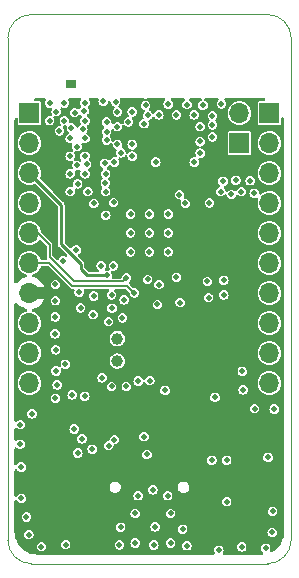
<source format=gbr>
%TF.GenerationSoftware,KiCad,Pcbnew,(6.0.9)*%
%TF.CreationDate,2023-03-12T14:29:19+01:00*%
%TF.ProjectId,ESP32-C3 Devboard,45535033-322d-4433-9320-446576626f61,rev?*%
%TF.SameCoordinates,Original*%
%TF.FileFunction,Copper,L3,Inr*%
%TF.FilePolarity,Positive*%
%FSLAX46Y46*%
G04 Gerber Fmt 4.6, Leading zero omitted, Abs format (unit mm)*
G04 Created by KiCad (PCBNEW (6.0.9)) date 2023-03-12 14:29:19*
%MOMM*%
%LPD*%
G01*
G04 APERTURE LIST*
%TA.AperFunction,Profile*%
%ADD10C,0.100000*%
%TD*%
%TA.AperFunction,ComponentPad*%
%ADD11R,0.900000X0.800000*%
%TD*%
%TA.AperFunction,ComponentPad*%
%ADD12C,1.000000*%
%TD*%
%TA.AperFunction,ComponentPad*%
%ADD13R,1.700000X1.700000*%
%TD*%
%TA.AperFunction,ComponentPad*%
%ADD14O,1.700000X1.700000*%
%TD*%
%TA.AperFunction,ViaPad*%
%ADD15C,0.500000*%
%TD*%
%TA.AperFunction,Conductor*%
%ADD16C,0.250000*%
%TD*%
%TA.AperFunction,Conductor*%
%ADD17C,0.200000*%
%TD*%
G04 APERTURE END LIST*
D10*
X112460000Y-89500000D02*
G75*
G03*
X114460000Y-91500000I2000000J0D01*
G01*
X134460000Y-45000000D02*
X114460000Y-45000000D01*
X112460000Y-47000000D02*
X112460000Y-89500000D01*
X114460000Y-91500000D02*
X134460000Y-91500000D01*
X136460000Y-89500000D02*
X136460000Y-47000000D01*
X134460000Y-91500000D02*
G75*
G03*
X136460000Y-89500000I0J2000000D01*
G01*
X114460000Y-45000000D02*
G75*
G03*
X112460000Y-47000000I0J-2000000D01*
G01*
X136460000Y-47000000D02*
G75*
G03*
X134460000Y-45000000I-2000000J0D01*
G01*
D11*
%TO.N,GND*%
%TO.C,E1*%
X117810000Y-50885000D03*
%TD*%
D12*
%TO.N,Net-(C2-Pad2)*%
%TO.C,Y1*%
X121734000Y-72456000D03*
%TO.N,Net-(C1-Pad2)*%
X121734000Y-74356000D03*
%TD*%
D13*
%TO.N,GND*%
%TO.C,J2*%
X134620000Y-53340000D03*
D14*
%TO.N,GPIO6*%
X134620000Y-55880000D03*
%TO.N,GPIO7*%
X134620000Y-58420000D03*
%TO.N,GPIO10*%
X134620000Y-60960000D03*
%TO.N,SPIQ*%
X134620000Y-63500000D03*
%TO.N,SPID*%
X134620000Y-66040000D03*
%TO.N,SPICLK*%
X134620000Y-68580000D03*
%TO.N,SPICSO*%
X134620000Y-71120000D03*
%TO.N,SPIWP*%
X134620000Y-73660000D03*
%TO.N,SPIHD*%
X134620000Y-76200000D03*
%TD*%
D13*
%TO.N,GPIO0*%
%TO.C,J1*%
X114300000Y-53340000D03*
D14*
%TO.N,GPIO1*%
X114300000Y-55880000D03*
%TO.N,GPIO2*%
X114300000Y-58420000D03*
%TO.N,GPIO3*%
X114300000Y-60960000D03*
%TO.N,GPIO4*%
X114300000Y-63500000D03*
%TO.N,GPIO5*%
X114300000Y-66040000D03*
%TO.N,+3.3V*%
X114300000Y-68580000D03*
%TO.N,GND*%
X114300000Y-71120000D03*
X114300000Y-73660000D03*
%TO.N,+5V*%
X114300000Y-76200000D03*
%TD*%
D13*
%TO.N,Net-(IC1-Pad27)*%
%TO.C,J3*%
X132080000Y-55885000D03*
D14*
%TO.N,Net-(R8-Pad1)*%
X132080000Y-53345000D03*
%TD*%
D15*
%TO.N,GND*%
X122860000Y-61900000D03*
X129794000Y-53594000D03*
X134500000Y-82500000D03*
X125000000Y-57500000D03*
X118630000Y-69840000D03*
X116000000Y-54000000D03*
X121750000Y-53250000D03*
X124330000Y-53550000D03*
X116550000Y-75190000D03*
X128750000Y-54500000D03*
X118330000Y-57790000D03*
X132980000Y-59080000D03*
X119000000Y-58500000D03*
X127270000Y-88590000D03*
X121250000Y-68750000D03*
X113590000Y-83320000D03*
X117920000Y-77210000D03*
X121920000Y-89916000D03*
X114040000Y-87550000D03*
X119750000Y-61000000D03*
X116460000Y-72040000D03*
X131400000Y-60240000D03*
X117856000Y-54610000D03*
X132390000Y-76780000D03*
X120750000Y-60000000D03*
X119610000Y-81800000D03*
X118330000Y-56190000D03*
X123000000Y-57000000D03*
X117750000Y-58500000D03*
X126060000Y-65100000D03*
X125780000Y-76830000D03*
X113530000Y-79720000D03*
X134860000Y-88860000D03*
X120830000Y-54920000D03*
X120450000Y-75760000D03*
X119000000Y-57000000D03*
X116000000Y-52500000D03*
X122682000Y-54102000D03*
X118090000Y-80100000D03*
X126040000Y-52600000D03*
X134300000Y-90200000D03*
X120750000Y-58500000D03*
X128990000Y-52680000D03*
X129470000Y-68970000D03*
X113500000Y-81380000D03*
X122040000Y-56710000D03*
X127052129Y-69392131D03*
X129540000Y-60960000D03*
X130750000Y-67500000D03*
X132250000Y-60000000D03*
X124940000Y-88380000D03*
X121750000Y-54500000D03*
X128750000Y-55750000D03*
X126000000Y-85750000D03*
X123000000Y-56000000D03*
X130010000Y-77420000D03*
X116650000Y-76370000D03*
X118390000Y-82130000D03*
X121420000Y-60920000D03*
X126250000Y-89750000D03*
X115320000Y-90050000D03*
X116500000Y-69240000D03*
X121500000Y-57500000D03*
X129750000Y-82750000D03*
X131000000Y-82750000D03*
X130690000Y-59120000D03*
X124460000Y-65100000D03*
X116500000Y-67860000D03*
X122020000Y-88410000D03*
X118820000Y-54730000D03*
X118750000Y-80940000D03*
X121290000Y-69870000D03*
X126750000Y-53500000D03*
X124000000Y-54250000D03*
X130500000Y-60000000D03*
X132270000Y-90080000D03*
X128750000Y-56750000D03*
X123500000Y-85750000D03*
X126060000Y-61900000D03*
X129360000Y-67610000D03*
X127640000Y-52630000D03*
X126250000Y-87250000D03*
X133330000Y-60140000D03*
X120720000Y-59260000D03*
X116490000Y-70610000D03*
X119000000Y-54000000D03*
X122860000Y-65100000D03*
X125250000Y-53500000D03*
X118380000Y-59340000D03*
X135020000Y-78410000D03*
X119740000Y-68840000D03*
X124460000Y-63500000D03*
X124130000Y-52700000D03*
X119140000Y-57690000D03*
X132320000Y-75220000D03*
X120540000Y-52350000D03*
X119000000Y-55500000D03*
X114520000Y-78820000D03*
X125140000Y-69550000D03*
X123250000Y-87250000D03*
X114250000Y-89040000D03*
X131780000Y-59040000D03*
X121000000Y-71000000D03*
X120830000Y-55630000D03*
X133360000Y-78380000D03*
X118980000Y-77330000D03*
X122320000Y-69160000D03*
X117250000Y-54000000D03*
X117370000Y-89880000D03*
X119250000Y-60000000D03*
X129794000Y-54356000D03*
X117750000Y-60000000D03*
X130556000Y-52578000D03*
X121750000Y-56000000D03*
X120670000Y-57600000D03*
X128250000Y-57500000D03*
X117750000Y-57000000D03*
X118270000Y-64920000D03*
X124830000Y-89920000D03*
X129794000Y-55372000D03*
X124460000Y-61900000D03*
X117750000Y-55500000D03*
X127630000Y-89980000D03*
X116570000Y-53220000D03*
X120830000Y-54110000D03*
X117340000Y-74610000D03*
X119690000Y-70420000D03*
X123250000Y-89750000D03*
X130330000Y-90360000D03*
X121590000Y-52390000D03*
X122170000Y-70680000D03*
X113620000Y-85970000D03*
X118920000Y-53180000D03*
X130750000Y-68750000D03*
X116520000Y-73400000D03*
X134890000Y-87070000D03*
X119000000Y-52500000D03*
X120760000Y-62000000D03*
X131000000Y-86250000D03*
X117250000Y-52500000D03*
X123000000Y-53250000D03*
X126060000Y-63500000D03*
X124500000Y-76000000D03*
X118130000Y-53310000D03*
X116840000Y-54864000D03*
X123500000Y-76040000D03*
X122860000Y-63500000D03*
X128250000Y-53500000D03*
%TO.N,EN*%
X120369244Y-66267244D03*
X116500000Y-77500000D03*
%TO.N,+3.3V*%
X130750000Y-65500000D03*
X118110000Y-60960000D03*
X125340000Y-68720000D03*
X125500000Y-73500000D03*
X130000000Y-74500000D03*
X127250000Y-76250000D03*
X129500000Y-76250000D03*
X118740000Y-78320000D03*
X122700000Y-57800000D03*
X126250000Y-74750000D03*
%TO.N,+5V*%
X121000000Y-81500000D03*
%TO.N,GPIO18*%
X127500000Y-61000000D03*
X121250000Y-76500000D03*
%TO.N,USB_DN*%
X121500000Y-81000000D03*
X124250000Y-82250000D03*
%TO.N,USB_DP*%
X124750000Y-85250000D03*
X124000000Y-80750000D03*
%TO.N,GPIO19*%
X127000000Y-60250000D03*
X122500000Y-76500000D03*
%TO.N,GPIO1*%
X118500000Y-68500000D03*
X117140000Y-65870000D03*
%TO.N,GPIO2*%
X120868744Y-67100000D03*
%TO.N,GPIO3*%
X121412000Y-66294000D03*
%TO.N,GPIO4*%
X122510500Y-67310000D03*
%TO.N,GPIO5*%
X123190000Y-68580000D03*
%TO.N,GPIO6*%
X124310000Y-67440000D03*
%TO.N,GPIO7*%
X125270000Y-67870000D03*
%TO.N,GPIO10*%
X126750000Y-67250000D03*
%TD*%
D16*
%TO.N,GPIO2*%
X117000000Y-64461623D02*
X117000000Y-61120000D01*
X117000000Y-61120000D02*
X114300000Y-58420000D01*
X118660000Y-66121623D02*
X117000000Y-64461623D01*
X118660000Y-66570000D02*
X118660000Y-66121623D01*
X119190000Y-67100000D02*
X118660000Y-66570000D01*
X120868744Y-67100000D02*
X119190000Y-67100000D01*
D17*
%TO.N,GPIO4*%
X115000000Y-63500000D02*
X114300000Y-63500000D01*
X122510500Y-67310000D02*
X122210674Y-67609826D01*
X122210674Y-67609826D02*
X118054185Y-67609826D01*
X116000000Y-65555641D02*
X116000000Y-64500000D01*
X116000000Y-64500000D02*
X115000000Y-63500000D01*
X118054185Y-67609826D02*
X116000000Y-65555641D01*
%TO.N,GPIO5*%
X123190000Y-68580000D02*
X122569826Y-67959826D01*
X117909210Y-67959826D02*
X115989384Y-66040000D01*
X115989384Y-66040000D02*
X114300000Y-66040000D01*
X122569826Y-67959826D02*
X117909210Y-67959826D01*
%TD*%
%TA.AperFunction,Conductor*%
%TO.N,+3.3V*%
G36*
X115633947Y-52090002D02*
G01*
X115680440Y-52143658D01*
X115690544Y-52213932D01*
X115671306Y-52261330D01*
X115671950Y-52261658D01*
X115668130Y-52269154D01*
X115668128Y-52269160D01*
X115667448Y-52270494D01*
X115667447Y-52270495D01*
X115663362Y-52278512D01*
X115614354Y-52374696D01*
X115612804Y-52384485D01*
X115612803Y-52384487D01*
X115605392Y-52431278D01*
X115594508Y-52500000D01*
X115596059Y-52509793D01*
X115606339Y-52574696D01*
X115614354Y-52625304D01*
X115671950Y-52738342D01*
X115761658Y-52828050D01*
X115874696Y-52885646D01*
X115884485Y-52887196D01*
X115884487Y-52887197D01*
X115990207Y-52903941D01*
X116000000Y-52905492D01*
X116061161Y-52895805D01*
X116131571Y-52904904D01*
X116185885Y-52950626D01*
X116206858Y-53018454D01*
X116193137Y-53077458D01*
X116188855Y-53085861D01*
X116188854Y-53085865D01*
X116184354Y-53094696D01*
X116182804Y-53104485D01*
X116182803Y-53104487D01*
X116166059Y-53210207D01*
X116164508Y-53220000D01*
X116166059Y-53229793D01*
X116182083Y-53330963D01*
X116184354Y-53345304D01*
X116204319Y-53384487D01*
X116226393Y-53427810D01*
X116239497Y-53497587D01*
X116212797Y-53563372D01*
X116154769Y-53604278D01*
X116094416Y-53609462D01*
X116000000Y-53594508D01*
X115990207Y-53596059D01*
X115884487Y-53612803D01*
X115884485Y-53612804D01*
X115874696Y-53614354D01*
X115761658Y-53671950D01*
X115671950Y-53761658D01*
X115614354Y-53874696D01*
X115612804Y-53884485D01*
X115612803Y-53884487D01*
X115598331Y-53975863D01*
X115594508Y-54000000D01*
X115596059Y-54009793D01*
X115612620Y-54114354D01*
X115614354Y-54125304D01*
X115671950Y-54238342D01*
X115761658Y-54328050D01*
X115874696Y-54385646D01*
X115884485Y-54387196D01*
X115884487Y-54387197D01*
X115990207Y-54403941D01*
X116000000Y-54405492D01*
X116009793Y-54403941D01*
X116115513Y-54387197D01*
X116115515Y-54387196D01*
X116125304Y-54385646D01*
X116238342Y-54328050D01*
X116328050Y-54238342D01*
X116385646Y-54125304D01*
X116387381Y-54114354D01*
X116403941Y-54009793D01*
X116405492Y-54000000D01*
X116401669Y-53975863D01*
X116387197Y-53884487D01*
X116387196Y-53884485D01*
X116385646Y-53874696D01*
X116343607Y-53792190D01*
X116330503Y-53722413D01*
X116357203Y-53656628D01*
X116415231Y-53615722D01*
X116475584Y-53610538D01*
X116570000Y-53625492D01*
X116579793Y-53623941D01*
X116685513Y-53607197D01*
X116685515Y-53607196D01*
X116695304Y-53605646D01*
X116770564Y-53567299D01*
X116840341Y-53554195D01*
X116872373Y-53567196D01*
X116869927Y-53510146D01*
X116890299Y-53466370D01*
X116891035Y-53465357D01*
X116898050Y-53458342D01*
X116955646Y-53345304D01*
X116957918Y-53330963D01*
X116973941Y-53229793D01*
X116975492Y-53220000D01*
X116973941Y-53210207D01*
X116957197Y-53104487D01*
X116957196Y-53104485D01*
X116955646Y-53094696D01*
X116951146Y-53085865D01*
X116951145Y-53085861D01*
X116928555Y-53041527D01*
X116915450Y-52971750D01*
X116942150Y-52905965D01*
X117000177Y-52865058D01*
X117071108Y-52862017D01*
X117098025Y-52872056D01*
X117124696Y-52885646D01*
X117134485Y-52887196D01*
X117134487Y-52887197D01*
X117240207Y-52903941D01*
X117250000Y-52905492D01*
X117259793Y-52903941D01*
X117365513Y-52887197D01*
X117365515Y-52887196D01*
X117375304Y-52885646D01*
X117488342Y-52828050D01*
X117578050Y-52738342D01*
X117635646Y-52625304D01*
X117643662Y-52574696D01*
X117653941Y-52509793D01*
X117655492Y-52500000D01*
X117644608Y-52431278D01*
X117637197Y-52384487D01*
X117637196Y-52384485D01*
X117635646Y-52374696D01*
X117586638Y-52278512D01*
X117582553Y-52270495D01*
X117582552Y-52270494D01*
X117578050Y-52261658D01*
X117579057Y-52261145D01*
X117558380Y-52203194D01*
X117574460Y-52134042D01*
X117625373Y-52084562D01*
X117684174Y-52070000D01*
X118565826Y-52070000D01*
X118633947Y-52090002D01*
X118680440Y-52143658D01*
X118690544Y-52213932D01*
X118671306Y-52261330D01*
X118671950Y-52261658D01*
X118668130Y-52269154D01*
X118668128Y-52269160D01*
X118667448Y-52270494D01*
X118667447Y-52270495D01*
X118663362Y-52278512D01*
X118614354Y-52374696D01*
X118612804Y-52384485D01*
X118612803Y-52384487D01*
X118605392Y-52431278D01*
X118594508Y-52500000D01*
X118596059Y-52509793D01*
X118606339Y-52574696D01*
X118614354Y-52625304D01*
X118658038Y-52711039D01*
X118671950Y-52738342D01*
X118668326Y-52740189D01*
X118685554Y-52788402D01*
X118669507Y-52857561D01*
X118648858Y-52884750D01*
X118591950Y-52941658D01*
X118581640Y-52961894D01*
X118581607Y-52961958D01*
X118532859Y-53013574D01*
X118463945Y-53030641D01*
X118396743Y-53007741D01*
X118380244Y-52993852D01*
X118368342Y-52981950D01*
X118255304Y-52924354D01*
X118245515Y-52922804D01*
X118245513Y-52922803D01*
X118139793Y-52906059D01*
X118130000Y-52904508D01*
X118120207Y-52906059D01*
X118014487Y-52922803D01*
X118014485Y-52922804D01*
X118004696Y-52924354D01*
X117891658Y-52981950D01*
X117801950Y-53071658D01*
X117744354Y-53184696D01*
X117742804Y-53194485D01*
X117742803Y-53194487D01*
X117730374Y-53272961D01*
X117724508Y-53310000D01*
X117726059Y-53319793D01*
X117741668Y-53418342D01*
X117744354Y-53435304D01*
X117801950Y-53548342D01*
X117891658Y-53638050D01*
X118004696Y-53695646D01*
X118014485Y-53697196D01*
X118014487Y-53697197D01*
X118120207Y-53713941D01*
X118130000Y-53715492D01*
X118139793Y-53713941D01*
X118245513Y-53697197D01*
X118245515Y-53697196D01*
X118255304Y-53695646D01*
X118368342Y-53638050D01*
X118458050Y-53548342D01*
X118468394Y-53528041D01*
X118517141Y-53476426D01*
X118586055Y-53459359D01*
X118653257Y-53482259D01*
X118669756Y-53496148D01*
X118681658Y-53508050D01*
X118690490Y-53512550D01*
X118698518Y-53518383D01*
X118697430Y-53519881D01*
X118740321Y-53560383D01*
X118757393Y-53629296D01*
X118734497Y-53696500D01*
X118720603Y-53713005D01*
X118671950Y-53761658D01*
X118614354Y-53874696D01*
X118612804Y-53884485D01*
X118612803Y-53884487D01*
X118598331Y-53975863D01*
X118594508Y-54000000D01*
X118596059Y-54009793D01*
X118612620Y-54114354D01*
X118614354Y-54125304D01*
X118657961Y-54210887D01*
X118662318Y-54219438D01*
X118675422Y-54289215D01*
X118648722Y-54354999D01*
X118607254Y-54388907D01*
X118590495Y-54397446D01*
X118590489Y-54397450D01*
X118581658Y-54401950D01*
X118491950Y-54491658D01*
X118487451Y-54500488D01*
X118487448Y-54500492D01*
X118477596Y-54519829D01*
X118428849Y-54571444D01*
X118359934Y-54588511D01*
X118292732Y-54565611D01*
X118248579Y-54510014D01*
X118245496Y-54501564D01*
X118243197Y-54494487D01*
X118241646Y-54484696D01*
X118237146Y-54475865D01*
X118237145Y-54475861D01*
X118201289Y-54405492D01*
X118184050Y-54371658D01*
X118094342Y-54281950D01*
X117981304Y-54224354D01*
X117971515Y-54222804D01*
X117971513Y-54222803D01*
X117865793Y-54206059D01*
X117856000Y-54204508D01*
X117846207Y-54206059D01*
X117815724Y-54210887D01*
X117788398Y-54215215D01*
X117717986Y-54206115D01*
X117663672Y-54160393D01*
X117642700Y-54092565D01*
X117644238Y-54071055D01*
X117653941Y-54009793D01*
X117655492Y-54000000D01*
X117651669Y-53975863D01*
X117637197Y-53884487D01*
X117637196Y-53884485D01*
X117635646Y-53874696D01*
X117578050Y-53761658D01*
X117488342Y-53671950D01*
X117375304Y-53614354D01*
X117365515Y-53612804D01*
X117365513Y-53612803D01*
X117259793Y-53596059D01*
X117250000Y-53594508D01*
X117240207Y-53596059D01*
X117134487Y-53612803D01*
X117134485Y-53612804D01*
X117124696Y-53614354D01*
X117066717Y-53643896D01*
X117049436Y-53652701D01*
X116979659Y-53665805D01*
X116947627Y-53652804D01*
X116950073Y-53709854D01*
X116929701Y-53753630D01*
X116928965Y-53754643D01*
X116921950Y-53761658D01*
X116864354Y-53874696D01*
X116862804Y-53884485D01*
X116862803Y-53884487D01*
X116848331Y-53975863D01*
X116844508Y-54000000D01*
X116846059Y-54009793D01*
X116862620Y-54114354D01*
X116864354Y-54125304D01*
X116921950Y-54238342D01*
X116928961Y-54245353D01*
X116934789Y-54253374D01*
X116933626Y-54254219D01*
X116962598Y-54307276D01*
X116957533Y-54378091D01*
X116914986Y-54434927D01*
X116848466Y-54459738D01*
X116847895Y-54459758D01*
X116840000Y-54458508D01*
X116830207Y-54460059D01*
X116724487Y-54476803D01*
X116724485Y-54476804D01*
X116714696Y-54478354D01*
X116601658Y-54535950D01*
X116511950Y-54625658D01*
X116454354Y-54738696D01*
X116452804Y-54748485D01*
X116452803Y-54748487D01*
X116445403Y-54795210D01*
X116434508Y-54864000D01*
X116436059Y-54873793D01*
X116451938Y-54974047D01*
X116454354Y-54989304D01*
X116511950Y-55102342D01*
X116601658Y-55192050D01*
X116714696Y-55249646D01*
X116724485Y-55251196D01*
X116724487Y-55251197D01*
X116830207Y-55267941D01*
X116840000Y-55269492D01*
X116849793Y-55267941D01*
X116955513Y-55251197D01*
X116955515Y-55251196D01*
X116965304Y-55249646D01*
X117078342Y-55192050D01*
X117168050Y-55102342D01*
X117225646Y-54989304D01*
X117228063Y-54974047D01*
X117243941Y-54873793D01*
X117245492Y-54864000D01*
X117238938Y-54822620D01*
X117247329Y-54757694D01*
X117220346Y-54728294D01*
X117197802Y-54684050D01*
X117168050Y-54625658D01*
X117161038Y-54618646D01*
X117155211Y-54610626D01*
X117156374Y-54609781D01*
X117127402Y-54556724D01*
X117132467Y-54485909D01*
X117175014Y-54429073D01*
X117241534Y-54404262D01*
X117242105Y-54404242D01*
X117250000Y-54405492D01*
X117260147Y-54403885D01*
X117317602Y-54394785D01*
X117388014Y-54403885D01*
X117442328Y-54449607D01*
X117463300Y-54517435D01*
X117461762Y-54538944D01*
X117450508Y-54610000D01*
X117452059Y-54619793D01*
X117457062Y-54651380D01*
X117448671Y-54716306D01*
X117475654Y-54745706D01*
X117527950Y-54848342D01*
X117614199Y-54934591D01*
X117648225Y-54996903D01*
X117643160Y-55067718D01*
X117600613Y-55124554D01*
X117582306Y-55135953D01*
X117520492Y-55167448D01*
X117520488Y-55167451D01*
X117511658Y-55171950D01*
X117421950Y-55261658D01*
X117364354Y-55374696D01*
X117362804Y-55384485D01*
X117362803Y-55384487D01*
X117356870Y-55421950D01*
X117344508Y-55500000D01*
X117346059Y-55509793D01*
X117362620Y-55614354D01*
X117364354Y-55625304D01*
X117421950Y-55738342D01*
X117511658Y-55828050D01*
X117624696Y-55885646D01*
X117634485Y-55887196D01*
X117634487Y-55887197D01*
X117740207Y-55903941D01*
X117750000Y-55905492D01*
X117759793Y-55903941D01*
X117759794Y-55903941D01*
X117808072Y-55896295D01*
X117878483Y-55905395D01*
X117932797Y-55951118D01*
X117953769Y-56018946D01*
X117947911Y-56057714D01*
X117944354Y-56064696D01*
X117942803Y-56074487D01*
X117942803Y-56074488D01*
X117929973Y-56155492D01*
X117924508Y-56190000D01*
X117926059Y-56199793D01*
X117936286Y-56264362D01*
X117944354Y-56315304D01*
X117978312Y-56381950D01*
X118001950Y-56428342D01*
X117999542Y-56429569D01*
X118018364Y-56482336D01*
X118002277Y-56551486D01*
X117951359Y-56600962D01*
X117881775Y-56615055D01*
X117872869Y-56613968D01*
X117750000Y-56594508D01*
X117740207Y-56596059D01*
X117634487Y-56612803D01*
X117634485Y-56612804D01*
X117624696Y-56614354D01*
X117511658Y-56671950D01*
X117421950Y-56761658D01*
X117364354Y-56874696D01*
X117362804Y-56884485D01*
X117362803Y-56884487D01*
X117362703Y-56885121D01*
X117344508Y-57000000D01*
X117346059Y-57009793D01*
X117362620Y-57114354D01*
X117364354Y-57125304D01*
X117421950Y-57238342D01*
X117511658Y-57328050D01*
X117624696Y-57385646D01*
X117634485Y-57387196D01*
X117634487Y-57387197D01*
X117740207Y-57403941D01*
X117750000Y-57405492D01*
X117759793Y-57403941D01*
X117759794Y-57403941D01*
X117860836Y-57387938D01*
X117931247Y-57397038D01*
X117985561Y-57442760D01*
X118006533Y-57510588D01*
X117992813Y-57569590D01*
X117944354Y-57664696D01*
X117942804Y-57674485D01*
X117942803Y-57674487D01*
X117936925Y-57711602D01*
X117924508Y-57790000D01*
X117926059Y-57799793D01*
X117939657Y-57885646D01*
X117944354Y-57915304D01*
X117948854Y-57924137D01*
X117951920Y-57933571D01*
X117950474Y-57934041D01*
X117961577Y-57993165D01*
X117934877Y-58058950D01*
X117876849Y-58099856D01*
X117816496Y-58105040D01*
X117750000Y-58094508D01*
X117740207Y-58096059D01*
X117634487Y-58112803D01*
X117634485Y-58112804D01*
X117624696Y-58114354D01*
X117511658Y-58171950D01*
X117421950Y-58261658D01*
X117364354Y-58374696D01*
X117362804Y-58384485D01*
X117362803Y-58384487D01*
X117353291Y-58444546D01*
X117344508Y-58500000D01*
X117364354Y-58625304D01*
X117421950Y-58738342D01*
X117511658Y-58828050D01*
X117624696Y-58885646D01*
X117634485Y-58887196D01*
X117634487Y-58887197D01*
X117740207Y-58903941D01*
X117750000Y-58905492D01*
X117759793Y-58903941D01*
X117865513Y-58887197D01*
X117865515Y-58887196D01*
X117875304Y-58885646D01*
X117967048Y-58838900D01*
X117997799Y-58833125D01*
X118016654Y-58799738D01*
X118078050Y-58738342D01*
X118135646Y-58625304D01*
X118155492Y-58500000D01*
X118146709Y-58444546D01*
X118137197Y-58384487D01*
X118137196Y-58384485D01*
X118135646Y-58374696D01*
X118131146Y-58365863D01*
X118128080Y-58356429D01*
X118129526Y-58355959D01*
X118118423Y-58296835D01*
X118145123Y-58231050D01*
X118203151Y-58190144D01*
X118263504Y-58184960D01*
X118330000Y-58195492D01*
X118339793Y-58193941D01*
X118445513Y-58177197D01*
X118445515Y-58177196D01*
X118455304Y-58175646D01*
X118464137Y-58171146D01*
X118473571Y-58168080D01*
X118474218Y-58170072D01*
X118531369Y-58159342D01*
X118597153Y-58186045D01*
X118638057Y-58244074D01*
X118641094Y-58315006D01*
X118631056Y-58341915D01*
X118618856Y-58365858D01*
X118618854Y-58365865D01*
X118614354Y-58374696D01*
X118612804Y-58384485D01*
X118612803Y-58384487D01*
X118603291Y-58444546D01*
X118594508Y-58500000D01*
X118614354Y-58625304D01*
X118671950Y-58738342D01*
X118722958Y-58789350D01*
X118749759Y-58838431D01*
X118803340Y-58849288D01*
X118874696Y-58885646D01*
X118884485Y-58887196D01*
X118884487Y-58887197D01*
X118990207Y-58903941D01*
X119000000Y-58905492D01*
X119009793Y-58903941D01*
X119115513Y-58887197D01*
X119115515Y-58887196D01*
X119125304Y-58885646D01*
X119238342Y-58828050D01*
X119328050Y-58738342D01*
X119385646Y-58625304D01*
X119405492Y-58500000D01*
X119396709Y-58444546D01*
X119387197Y-58384487D01*
X119387196Y-58384485D01*
X119385646Y-58374696D01*
X119328050Y-58261658D01*
X119306275Y-58239883D01*
X119272249Y-58177571D01*
X119277314Y-58106756D01*
X119319861Y-58049920D01*
X119338165Y-58038522D01*
X119369509Y-58022551D01*
X119369511Y-58022550D01*
X119378342Y-58018050D01*
X119468050Y-57928342D01*
X119525646Y-57815304D01*
X119533513Y-57765637D01*
X119543941Y-57699793D01*
X119545492Y-57690000D01*
X119531238Y-57600000D01*
X120264508Y-57600000D01*
X120266059Y-57609793D01*
X120281365Y-57706430D01*
X120284354Y-57725304D01*
X120341950Y-57838342D01*
X120431658Y-57928050D01*
X120440489Y-57932550D01*
X120440491Y-57932551D01*
X120494349Y-57959993D01*
X120545964Y-58008742D01*
X120563030Y-58077657D01*
X120540129Y-58144858D01*
X120515201Y-58170145D01*
X120511658Y-58171950D01*
X120421950Y-58261658D01*
X120364354Y-58374696D01*
X120362804Y-58384485D01*
X120362803Y-58384487D01*
X120353291Y-58444546D01*
X120344508Y-58500000D01*
X120364354Y-58625304D01*
X120421950Y-58738342D01*
X120459513Y-58775905D01*
X120493539Y-58838217D01*
X120488474Y-58909032D01*
X120459513Y-58954095D01*
X120391950Y-59021658D01*
X120334354Y-59134696D01*
X120332804Y-59144485D01*
X120332803Y-59144487D01*
X120323171Y-59205304D01*
X120314508Y-59260000D01*
X120316059Y-59269793D01*
X120330347Y-59360002D01*
X120334354Y-59385304D01*
X120391950Y-59498342D01*
X120449513Y-59555905D01*
X120483539Y-59618217D01*
X120478474Y-59689032D01*
X120449513Y-59734095D01*
X120421950Y-59761658D01*
X120364354Y-59874696D01*
X120362804Y-59884485D01*
X120362803Y-59884487D01*
X120350000Y-59965324D01*
X120344508Y-60000000D01*
X120364354Y-60125304D01*
X120421950Y-60238342D01*
X120511658Y-60328050D01*
X120624696Y-60385646D01*
X120634485Y-60387196D01*
X120634487Y-60387197D01*
X120740207Y-60403941D01*
X120750000Y-60405492D01*
X120759793Y-60403941D01*
X120865513Y-60387197D01*
X120865515Y-60387196D01*
X120875304Y-60385646D01*
X120988342Y-60328050D01*
X121066392Y-60250000D01*
X126594508Y-60250000D01*
X126596059Y-60259793D01*
X126612076Y-60360919D01*
X126614354Y-60375304D01*
X126671950Y-60488342D01*
X126761658Y-60578050D01*
X126874696Y-60635646D01*
X126884485Y-60637196D01*
X126884487Y-60637197D01*
X126973551Y-60651303D01*
X127000000Y-60655492D01*
X127009793Y-60653941D01*
X127019711Y-60653941D01*
X127019711Y-60657566D01*
X127072058Y-60664334D01*
X127126370Y-60710058D01*
X127147340Y-60777887D01*
X127133620Y-60836883D01*
X127129746Y-60844487D01*
X127114354Y-60874696D01*
X127112804Y-60884485D01*
X127112803Y-60884487D01*
X127102394Y-60950207D01*
X127094508Y-61000000D01*
X127096059Y-61009793D01*
X127109418Y-61094137D01*
X127114354Y-61125304D01*
X127171950Y-61238342D01*
X127261658Y-61328050D01*
X127374696Y-61385646D01*
X127384485Y-61387196D01*
X127384487Y-61387197D01*
X127490207Y-61403941D01*
X127500000Y-61405492D01*
X127509793Y-61403941D01*
X127615513Y-61387197D01*
X127615515Y-61387196D01*
X127625304Y-61385646D01*
X127738342Y-61328050D01*
X127828050Y-61238342D01*
X127885646Y-61125304D01*
X127890583Y-61094137D01*
X127903941Y-61009793D01*
X127905492Y-61000000D01*
X127899157Y-60960000D01*
X129134508Y-60960000D01*
X129136059Y-60969793D01*
X129149418Y-61054137D01*
X129154354Y-61085304D01*
X129211950Y-61198342D01*
X129301658Y-61288050D01*
X129414696Y-61345646D01*
X129424485Y-61347196D01*
X129424487Y-61347197D01*
X129530207Y-61363941D01*
X129540000Y-61365492D01*
X129549793Y-61363941D01*
X129655513Y-61347197D01*
X129655515Y-61347196D01*
X129665304Y-61345646D01*
X129778342Y-61288050D01*
X129868050Y-61198342D01*
X129925646Y-61085304D01*
X129930583Y-61054137D01*
X129943941Y-60969793D01*
X129945492Y-60960000D01*
X129937606Y-60910207D01*
X129927197Y-60844487D01*
X129927196Y-60844485D01*
X129925646Y-60834696D01*
X129868050Y-60721658D01*
X129778342Y-60631950D01*
X129665304Y-60574354D01*
X129655515Y-60572804D01*
X129655513Y-60572803D01*
X129549793Y-60556059D01*
X129540000Y-60554508D01*
X129530207Y-60556059D01*
X129424487Y-60572803D01*
X129424485Y-60572804D01*
X129414696Y-60574354D01*
X129301658Y-60631950D01*
X129211950Y-60721658D01*
X129154354Y-60834696D01*
X129152804Y-60844485D01*
X129152803Y-60844487D01*
X129142394Y-60910207D01*
X129134508Y-60960000D01*
X127899157Y-60960000D01*
X127897606Y-60950207D01*
X127887197Y-60884487D01*
X127887196Y-60884485D01*
X127885646Y-60874696D01*
X127828050Y-60761658D01*
X127738342Y-60671950D01*
X127625304Y-60614354D01*
X127615515Y-60612804D01*
X127615513Y-60612803D01*
X127509793Y-60596059D01*
X127500000Y-60594508D01*
X127490207Y-60596059D01*
X127480289Y-60596059D01*
X127480289Y-60592434D01*
X127427942Y-60585666D01*
X127373630Y-60539942D01*
X127352660Y-60472113D01*
X127366380Y-60413117D01*
X127381144Y-60384140D01*
X127381145Y-60384137D01*
X127385646Y-60375304D01*
X127387925Y-60360919D01*
X127403941Y-60259793D01*
X127405492Y-60250000D01*
X127401340Y-60223787D01*
X127387197Y-60134487D01*
X127387196Y-60134485D01*
X127385646Y-60124696D01*
X127328050Y-60011658D01*
X127316392Y-60000000D01*
X130094508Y-60000000D01*
X130114354Y-60125304D01*
X130171950Y-60238342D01*
X130261658Y-60328050D01*
X130374696Y-60385646D01*
X130384485Y-60387196D01*
X130384487Y-60387197D01*
X130490207Y-60403941D01*
X130500000Y-60405492D01*
X130509793Y-60403941D01*
X130615513Y-60387197D01*
X130615515Y-60387196D01*
X130625304Y-60385646D01*
X130738342Y-60328050D01*
X130796662Y-60269730D01*
X130858974Y-60235704D01*
X130929789Y-60240769D01*
X130986625Y-60283316D01*
X131010206Y-60339115D01*
X131014354Y-60365304D01*
X131071950Y-60478342D01*
X131161658Y-60568050D01*
X131274696Y-60625646D01*
X131284485Y-60627196D01*
X131284487Y-60627197D01*
X131390207Y-60643941D01*
X131400000Y-60645492D01*
X131409793Y-60643941D01*
X131515513Y-60627197D01*
X131515515Y-60627196D01*
X131525304Y-60625646D01*
X131638342Y-60568050D01*
X131728050Y-60478342D01*
X131785646Y-60365304D01*
X131786612Y-60359205D01*
X131825513Y-60302313D01*
X131890910Y-60274676D01*
X131960866Y-60286783D01*
X131994368Y-60310760D01*
X132011658Y-60328050D01*
X132124696Y-60385646D01*
X132134485Y-60387196D01*
X132134487Y-60387197D01*
X132240207Y-60403941D01*
X132250000Y-60405492D01*
X132259793Y-60403941D01*
X132365513Y-60387197D01*
X132365515Y-60387196D01*
X132375304Y-60385646D01*
X132488342Y-60328050D01*
X132578050Y-60238342D01*
X132628158Y-60140000D01*
X132924508Y-60140000D01*
X132926059Y-60149793D01*
X132941365Y-60246430D01*
X132944354Y-60265304D01*
X133001950Y-60378342D01*
X133091658Y-60468050D01*
X133204696Y-60525646D01*
X133214485Y-60527196D01*
X133214487Y-60527197D01*
X133320207Y-60543941D01*
X133330000Y-60545492D01*
X133339793Y-60543941D01*
X133445513Y-60527197D01*
X133445515Y-60527196D01*
X133455304Y-60525646D01*
X133488463Y-60508751D01*
X133558238Y-60495646D01*
X133624023Y-60522345D01*
X133664930Y-60580372D01*
X133667972Y-60651303D01*
X133665768Y-60659115D01*
X133648153Y-60714647D01*
X133636628Y-60750978D01*
X133614757Y-60945963D01*
X133631175Y-61141483D01*
X133685258Y-61330091D01*
X133688076Y-61335574D01*
X133772123Y-61499113D01*
X133772126Y-61499117D01*
X133774944Y-61504601D01*
X133896818Y-61658369D01*
X133901511Y-61662363D01*
X133901512Y-61662364D01*
X134018183Y-61761658D01*
X134046238Y-61785535D01*
X134051616Y-61788541D01*
X134051618Y-61788542D01*
X134087932Y-61808837D01*
X134217513Y-61881257D01*
X134404118Y-61941889D01*
X134598946Y-61965121D01*
X134605081Y-61964649D01*
X134605083Y-61964649D01*
X134788434Y-61950541D01*
X134788438Y-61950540D01*
X134794576Y-61950068D01*
X134983556Y-61897303D01*
X135158689Y-61808837D01*
X135188515Y-61785535D01*
X135308453Y-61691829D01*
X135313303Y-61688040D01*
X135327192Y-61671950D01*
X135437485Y-61544173D01*
X135437485Y-61544172D01*
X135441509Y-61539511D01*
X135538425Y-61368909D01*
X135600358Y-61182732D01*
X135624949Y-60988071D01*
X135625341Y-60960000D01*
X135606194Y-60764728D01*
X135604413Y-60758829D01*
X135604412Y-60758824D01*
X135551265Y-60582793D01*
X135549484Y-60576894D01*
X135457370Y-60403653D01*
X135333361Y-60251602D01*
X135182180Y-60126535D01*
X135009585Y-60033213D01*
X134870655Y-59990207D01*
X134828039Y-59977015D01*
X134828036Y-59977014D01*
X134822152Y-59975193D01*
X134816027Y-59974549D01*
X134816026Y-59974549D01*
X134633147Y-59955327D01*
X134633146Y-59955327D01*
X134627019Y-59954683D01*
X134510095Y-59965324D01*
X134437759Y-59971907D01*
X134437758Y-59971907D01*
X134431618Y-59972466D01*
X134425704Y-59974207D01*
X134425702Y-59974207D01*
X134340679Y-59999231D01*
X134243393Y-60027864D01*
X134237928Y-60030721D01*
X134074972Y-60115912D01*
X134074968Y-60115915D01*
X134069512Y-60118767D01*
X134064712Y-60122627D01*
X134064711Y-60122627D01*
X133938893Y-60223787D01*
X133873270Y-60250883D01*
X133803416Y-60238200D01*
X133751508Y-60189763D01*
X133737786Y-60139637D01*
X133735492Y-60140000D01*
X133717197Y-60024487D01*
X133717196Y-60024485D01*
X133715646Y-60014696D01*
X133658050Y-59901658D01*
X133568342Y-59811950D01*
X133455304Y-59754354D01*
X133445515Y-59752804D01*
X133445513Y-59752803D01*
X133339793Y-59736059D01*
X133330000Y-59734508D01*
X133320207Y-59736059D01*
X133214487Y-59752803D01*
X133214485Y-59752804D01*
X133204696Y-59754354D01*
X133091658Y-59811950D01*
X133001950Y-59901658D01*
X132944354Y-60014696D01*
X132924508Y-60140000D01*
X132628158Y-60140000D01*
X132635646Y-60125304D01*
X132655492Y-60000000D01*
X132650000Y-59965324D01*
X132637197Y-59884487D01*
X132637196Y-59884485D01*
X132635646Y-59874696D01*
X132578050Y-59761658D01*
X132488342Y-59671950D01*
X132375304Y-59614354D01*
X132365515Y-59612804D01*
X132365513Y-59612803D01*
X132259793Y-59596059D01*
X132250000Y-59594508D01*
X132240207Y-59596059D01*
X132134487Y-59612803D01*
X132134485Y-59612804D01*
X132124696Y-59614354D01*
X132011658Y-59671950D01*
X131921950Y-59761658D01*
X131864354Y-59874696D01*
X131863388Y-59880795D01*
X131824487Y-59937687D01*
X131759090Y-59965324D01*
X131689134Y-59953217D01*
X131655632Y-59929240D01*
X131638342Y-59911950D01*
X131525304Y-59854354D01*
X131515515Y-59852804D01*
X131515513Y-59852803D01*
X131409793Y-59836059D01*
X131400000Y-59834508D01*
X131390207Y-59836059D01*
X131284487Y-59852803D01*
X131284485Y-59852804D01*
X131274696Y-59854354D01*
X131161658Y-59911950D01*
X131103338Y-59970270D01*
X131041026Y-60004296D01*
X130970211Y-59999231D01*
X130913375Y-59956684D01*
X130889794Y-59900885D01*
X130887197Y-59884488D01*
X130887197Y-59884487D01*
X130885646Y-59874696D01*
X130828050Y-59761658D01*
X130775855Y-59709463D01*
X130741829Y-59647151D01*
X130746894Y-59576336D01*
X130789441Y-59519500D01*
X130815483Y-59505997D01*
X130815304Y-59505646D01*
X130829639Y-59498342D01*
X130928342Y-59448050D01*
X131018050Y-59358342D01*
X131075646Y-59245304D01*
X131080583Y-59214137D01*
X131093941Y-59129793D01*
X131095492Y-59120000D01*
X131084508Y-59050650D01*
X131082821Y-59040000D01*
X131374508Y-59040000D01*
X131376059Y-59049793D01*
X131391620Y-59148040D01*
X131394354Y-59165304D01*
X131451950Y-59278342D01*
X131541658Y-59368050D01*
X131654696Y-59425646D01*
X131664485Y-59427196D01*
X131664487Y-59427197D01*
X131770207Y-59443941D01*
X131780000Y-59445492D01*
X131789793Y-59443941D01*
X131895513Y-59427197D01*
X131895515Y-59427196D01*
X131905304Y-59425646D01*
X132018342Y-59368050D01*
X132108050Y-59278342D01*
X132165646Y-59165304D01*
X132168381Y-59148040D01*
X132179157Y-59080000D01*
X132574508Y-59080000D01*
X132576059Y-59089793D01*
X132589418Y-59174137D01*
X132594354Y-59205304D01*
X132651950Y-59318342D01*
X132741658Y-59408050D01*
X132854696Y-59465646D01*
X132864485Y-59467196D01*
X132864487Y-59467197D01*
X132970207Y-59483941D01*
X132980000Y-59485492D01*
X132989793Y-59483941D01*
X133095513Y-59467197D01*
X133095515Y-59467196D01*
X133105304Y-59465646D01*
X133218342Y-59408050D01*
X133308050Y-59318342D01*
X133365646Y-59205304D01*
X133370583Y-59174137D01*
X133383941Y-59089793D01*
X133385492Y-59080000D01*
X133383941Y-59070207D01*
X133367197Y-58964487D01*
X133367196Y-58964485D01*
X133365646Y-58954696D01*
X133308050Y-58841658D01*
X133218342Y-58751950D01*
X133105304Y-58694354D01*
X133095515Y-58692804D01*
X133095513Y-58692803D01*
X132989793Y-58676059D01*
X132980000Y-58674508D01*
X132970207Y-58676059D01*
X132864487Y-58692803D01*
X132864485Y-58692804D01*
X132854696Y-58694354D01*
X132741658Y-58751950D01*
X132651950Y-58841658D01*
X132594354Y-58954696D01*
X132592804Y-58964485D01*
X132592803Y-58964487D01*
X132576059Y-59070207D01*
X132574508Y-59080000D01*
X132179157Y-59080000D01*
X132183941Y-59049793D01*
X132185492Y-59040000D01*
X132172640Y-58958855D01*
X132167197Y-58924487D01*
X132167196Y-58924485D01*
X132165646Y-58914696D01*
X132108050Y-58801658D01*
X132018342Y-58711950D01*
X131905304Y-58654354D01*
X131895515Y-58652804D01*
X131895513Y-58652803D01*
X131789793Y-58636059D01*
X131780000Y-58634508D01*
X131770207Y-58636059D01*
X131664487Y-58652803D01*
X131664485Y-58652804D01*
X131654696Y-58654354D01*
X131541658Y-58711950D01*
X131451950Y-58801658D01*
X131394354Y-58914696D01*
X131392804Y-58924485D01*
X131392803Y-58924487D01*
X131387360Y-58958855D01*
X131374508Y-59040000D01*
X131082821Y-59040000D01*
X131077197Y-59004487D01*
X131077196Y-59004485D01*
X131075646Y-58994696D01*
X131018050Y-58881658D01*
X130928342Y-58791950D01*
X130815304Y-58734354D01*
X130805515Y-58732804D01*
X130805513Y-58732803D01*
X130699793Y-58716059D01*
X130690000Y-58714508D01*
X130680207Y-58716059D01*
X130574487Y-58732803D01*
X130574485Y-58732804D01*
X130564696Y-58734354D01*
X130451658Y-58791950D01*
X130361950Y-58881658D01*
X130304354Y-58994696D01*
X130302804Y-59004485D01*
X130302803Y-59004487D01*
X130295492Y-59050650D01*
X130284508Y-59120000D01*
X130286059Y-59129793D01*
X130299418Y-59214137D01*
X130304354Y-59245304D01*
X130361950Y-59358342D01*
X130414145Y-59410537D01*
X130448171Y-59472849D01*
X130443106Y-59543664D01*
X130400559Y-59600500D01*
X130374517Y-59614003D01*
X130374696Y-59614354D01*
X130261658Y-59671950D01*
X130171950Y-59761658D01*
X130114354Y-59874696D01*
X130112804Y-59884485D01*
X130112803Y-59884487D01*
X130100000Y-59965324D01*
X130094508Y-60000000D01*
X127316392Y-60000000D01*
X127238342Y-59921950D01*
X127125304Y-59864354D01*
X127115515Y-59862804D01*
X127115513Y-59862803D01*
X127009793Y-59846059D01*
X127000000Y-59844508D01*
X126990207Y-59846059D01*
X126884487Y-59862803D01*
X126884485Y-59862804D01*
X126874696Y-59864354D01*
X126761658Y-59921950D01*
X126671950Y-60011658D01*
X126614354Y-60124696D01*
X126612804Y-60134485D01*
X126612803Y-60134487D01*
X126598660Y-60223787D01*
X126594508Y-60250000D01*
X121066392Y-60250000D01*
X121078050Y-60238342D01*
X121135646Y-60125304D01*
X121155492Y-60000000D01*
X121150000Y-59965324D01*
X121137197Y-59884487D01*
X121137196Y-59884485D01*
X121135646Y-59874696D01*
X121078050Y-59761658D01*
X121020487Y-59704095D01*
X120986461Y-59641783D01*
X120991526Y-59570968D01*
X121020487Y-59525905D01*
X121048050Y-59498342D01*
X121105646Y-59385304D01*
X121109654Y-59360002D01*
X121123941Y-59269793D01*
X121125492Y-59260000D01*
X121116829Y-59205304D01*
X121107197Y-59144487D01*
X121107196Y-59144485D01*
X121105646Y-59134696D01*
X121048050Y-59021658D01*
X121010487Y-58984095D01*
X120976461Y-58921783D01*
X120981526Y-58850968D01*
X121010487Y-58805905D01*
X121078050Y-58738342D01*
X121135646Y-58625304D01*
X121155492Y-58500000D01*
X121146709Y-58444546D01*
X121140598Y-58405963D01*
X133614757Y-58405963D01*
X133631175Y-58601483D01*
X133685258Y-58790091D01*
X133688076Y-58795574D01*
X133772123Y-58959113D01*
X133772126Y-58959117D01*
X133774944Y-58964601D01*
X133896818Y-59118369D01*
X133901511Y-59122363D01*
X133901512Y-59122364D01*
X134021507Y-59224487D01*
X134046238Y-59245535D01*
X134051616Y-59248541D01*
X134051618Y-59248542D01*
X134089643Y-59269793D01*
X134217513Y-59341257D01*
X134404118Y-59401889D01*
X134598946Y-59425121D01*
X134605081Y-59424649D01*
X134605083Y-59424649D01*
X134788434Y-59410541D01*
X134788438Y-59410540D01*
X134794576Y-59410068D01*
X134983556Y-59357303D01*
X135158689Y-59268837D01*
X135182535Y-59250207D01*
X135235996Y-59208438D01*
X135313303Y-59148040D01*
X135329054Y-59129793D01*
X135437485Y-59004173D01*
X135437485Y-59004172D01*
X135441509Y-58999511D01*
X135471986Y-58945863D01*
X135492167Y-58910338D01*
X135538425Y-58828909D01*
X135600358Y-58642732D01*
X135624949Y-58448071D01*
X135625341Y-58420000D01*
X135606194Y-58224728D01*
X135604413Y-58218829D01*
X135604412Y-58218824D01*
X135551265Y-58042793D01*
X135549484Y-58036894D01*
X135457370Y-57863653D01*
X135333361Y-57711602D01*
X135182180Y-57586535D01*
X135009585Y-57493213D01*
X134903877Y-57460491D01*
X134828039Y-57437015D01*
X134828036Y-57437014D01*
X134822152Y-57435193D01*
X134816027Y-57434549D01*
X134816026Y-57434549D01*
X134633147Y-57415327D01*
X134633146Y-57415327D01*
X134627019Y-57414683D01*
X134504383Y-57425844D01*
X134437759Y-57431907D01*
X134437758Y-57431907D01*
X134431618Y-57432466D01*
X134425704Y-57434207D01*
X134425702Y-57434207D01*
X134318145Y-57465863D01*
X134243393Y-57487864D01*
X134237928Y-57490721D01*
X134074972Y-57575912D01*
X134074968Y-57575915D01*
X134069512Y-57578767D01*
X134064712Y-57582627D01*
X134064711Y-57582627D01*
X134043103Y-57600000D01*
X133916600Y-57701711D01*
X133790480Y-57852016D01*
X133787516Y-57857408D01*
X133787513Y-57857412D01*
X133745386Y-57934041D01*
X133695956Y-58023954D01*
X133694095Y-58029821D01*
X133694094Y-58029823D01*
X133679558Y-58075646D01*
X133636628Y-58210978D01*
X133614757Y-58405963D01*
X121140598Y-58405963D01*
X121137197Y-58384487D01*
X121137196Y-58384485D01*
X121135646Y-58374696D01*
X121078050Y-58261658D01*
X120988342Y-58171950D01*
X120979511Y-58167450D01*
X120979509Y-58167449D01*
X120925651Y-58140007D01*
X120874036Y-58091258D01*
X120856970Y-58022343D01*
X120879871Y-57955142D01*
X120904799Y-57929855D01*
X120908342Y-57928050D01*
X120998050Y-57838342D01*
X121005288Y-57824137D01*
X121011771Y-57811414D01*
X121060520Y-57759800D01*
X121129435Y-57742735D01*
X121196636Y-57765637D01*
X121213132Y-57779524D01*
X121261658Y-57828050D01*
X121374696Y-57885646D01*
X121384485Y-57887196D01*
X121384487Y-57887197D01*
X121490207Y-57903941D01*
X121500000Y-57905492D01*
X121509793Y-57903941D01*
X121615513Y-57887197D01*
X121615515Y-57887196D01*
X121625304Y-57885646D01*
X121738342Y-57828050D01*
X121828050Y-57738342D01*
X121885646Y-57625304D01*
X121891787Y-57586535D01*
X121903941Y-57509793D01*
X121905492Y-57500000D01*
X124594508Y-57500000D01*
X124596059Y-57509793D01*
X124608214Y-57586535D01*
X124614354Y-57625304D01*
X124671950Y-57738342D01*
X124761658Y-57828050D01*
X124874696Y-57885646D01*
X124884485Y-57887196D01*
X124884487Y-57887197D01*
X124990207Y-57903941D01*
X125000000Y-57905492D01*
X125009793Y-57903941D01*
X125115513Y-57887197D01*
X125115515Y-57887196D01*
X125125304Y-57885646D01*
X125238342Y-57828050D01*
X125328050Y-57738342D01*
X125385646Y-57625304D01*
X125391787Y-57586535D01*
X125403941Y-57509793D01*
X125405492Y-57500000D01*
X127844508Y-57500000D01*
X127846059Y-57509793D01*
X127858214Y-57586535D01*
X127864354Y-57625304D01*
X127921950Y-57738342D01*
X128011658Y-57828050D01*
X128124696Y-57885646D01*
X128134485Y-57887196D01*
X128134487Y-57887197D01*
X128240207Y-57903941D01*
X128250000Y-57905492D01*
X128259793Y-57903941D01*
X128365513Y-57887197D01*
X128365515Y-57887196D01*
X128375304Y-57885646D01*
X128488342Y-57828050D01*
X128578050Y-57738342D01*
X128635646Y-57625304D01*
X128641787Y-57586535D01*
X128653941Y-57509793D01*
X128655492Y-57500000D01*
X128649466Y-57461950D01*
X128637197Y-57384487D01*
X128637196Y-57384485D01*
X128635646Y-57374696D01*
X128629003Y-57361658D01*
X128616380Y-57336883D01*
X128603276Y-57267107D01*
X128629976Y-57201322D01*
X128688004Y-57160416D01*
X128730289Y-57156783D01*
X128730289Y-57153941D01*
X128740207Y-57153941D01*
X128750000Y-57155492D01*
X128759793Y-57153941D01*
X128865513Y-57137197D01*
X128865515Y-57137196D01*
X128875304Y-57135646D01*
X128988342Y-57078050D01*
X129078050Y-56988342D01*
X129135646Y-56875304D01*
X129137656Y-56862618D01*
X129153941Y-56759793D01*
X129155492Y-56750000D01*
X129155463Y-56749820D01*
X131079500Y-56749820D01*
X131088233Y-56793722D01*
X131095127Y-56804040D01*
X131095128Y-56804042D01*
X131103989Y-56817303D01*
X131121496Y-56843504D01*
X131131815Y-56850399D01*
X131160958Y-56869872D01*
X131160960Y-56869873D01*
X131171278Y-56876767D01*
X131215180Y-56885500D01*
X132944820Y-56885500D01*
X132988722Y-56876767D01*
X132999040Y-56869873D01*
X132999042Y-56869872D01*
X133028185Y-56850399D01*
X133038504Y-56843504D01*
X133056011Y-56817303D01*
X133064872Y-56804042D01*
X133064873Y-56804040D01*
X133071767Y-56793722D01*
X133080500Y-56749820D01*
X133080500Y-55865963D01*
X133614757Y-55865963D01*
X133631175Y-56061483D01*
X133685258Y-56250091D01*
X133688076Y-56255574D01*
X133772123Y-56419113D01*
X133772126Y-56419117D01*
X133774944Y-56424601D01*
X133896818Y-56578369D01*
X133901511Y-56582363D01*
X133901512Y-56582364D01*
X134039978Y-56700207D01*
X134046238Y-56705535D01*
X134051616Y-56708541D01*
X134051618Y-56708542D01*
X134087932Y-56728837D01*
X134217513Y-56801257D01*
X134404118Y-56861889D01*
X134598946Y-56885121D01*
X134605081Y-56884649D01*
X134605083Y-56884649D01*
X134788434Y-56870541D01*
X134788438Y-56870540D01*
X134794576Y-56870068D01*
X134983556Y-56817303D01*
X135158689Y-56728837D01*
X135170163Y-56719873D01*
X135305221Y-56614354D01*
X135313303Y-56608040D01*
X135324984Y-56594508D01*
X135437485Y-56464173D01*
X135437485Y-56464172D01*
X135441509Y-56459511D01*
X135450091Y-56444405D01*
X135515219Y-56329759D01*
X135538425Y-56288909D01*
X135600358Y-56102732D01*
X135624949Y-55908071D01*
X135625155Y-55893340D01*
X135625292Y-55883523D01*
X135625292Y-55883519D01*
X135625341Y-55880000D01*
X135606194Y-55684728D01*
X135604413Y-55678829D01*
X135604412Y-55678824D01*
X135551265Y-55502793D01*
X135549484Y-55496894D01*
X135457370Y-55323653D01*
X135333361Y-55171602D01*
X135182180Y-55046535D01*
X135009585Y-54953213D01*
X134870655Y-54910207D01*
X134828039Y-54897015D01*
X134828036Y-54897014D01*
X134822152Y-54895193D01*
X134816027Y-54894549D01*
X134816026Y-54894549D01*
X134633147Y-54875327D01*
X134633146Y-54875327D01*
X134627019Y-54874683D01*
X134519149Y-54884500D01*
X134437759Y-54891907D01*
X134437758Y-54891907D01*
X134431618Y-54892466D01*
X134425704Y-54894207D01*
X134425702Y-54894207D01*
X134339422Y-54919601D01*
X134243393Y-54947864D01*
X134237928Y-54950721D01*
X134074972Y-55035912D01*
X134074968Y-55035915D01*
X134069512Y-55038767D01*
X134064712Y-55042627D01*
X134064711Y-55042627D01*
X134045529Y-55058050D01*
X133916600Y-55161711D01*
X133790480Y-55312016D01*
X133787516Y-55317408D01*
X133787513Y-55317412D01*
X133746696Y-55391658D01*
X133695956Y-55483954D01*
X133636628Y-55670978D01*
X133614757Y-55865963D01*
X133080500Y-55865963D01*
X133080500Y-55020180D01*
X133071767Y-54976278D01*
X133064873Y-54965960D01*
X133064872Y-54965958D01*
X133045399Y-54936815D01*
X133038504Y-54926496D01*
X133028185Y-54919601D01*
X132999042Y-54900128D01*
X132999040Y-54900127D01*
X132988722Y-54893233D01*
X132944820Y-54884500D01*
X131215180Y-54884500D01*
X131171278Y-54893233D01*
X131160960Y-54900127D01*
X131160958Y-54900128D01*
X131131815Y-54919601D01*
X131121496Y-54926496D01*
X131114601Y-54936815D01*
X131095128Y-54965958D01*
X131095127Y-54965960D01*
X131088233Y-54976278D01*
X131079500Y-55020180D01*
X131079500Y-56749820D01*
X129155463Y-56749820D01*
X129143057Y-56671489D01*
X129137197Y-56634487D01*
X129137196Y-56634485D01*
X129135646Y-56624696D01*
X129078050Y-56511658D01*
X128988342Y-56421950D01*
X128875304Y-56364354D01*
X128876294Y-56362412D01*
X128828542Y-56329759D01*
X128800905Y-56264362D01*
X128813012Y-56194405D01*
X128861019Y-56142100D01*
X128875068Y-56135683D01*
X128875304Y-56135646D01*
X128988342Y-56078050D01*
X129078050Y-55988342D01*
X129135646Y-55875304D01*
X129142418Y-55832550D01*
X129153941Y-55759793D01*
X129155492Y-55750000D01*
X129153646Y-55738342D01*
X129137197Y-55634487D01*
X129137196Y-55634485D01*
X129135646Y-55624696D01*
X129078050Y-55511658D01*
X128988342Y-55421950D01*
X128890310Y-55372000D01*
X129388508Y-55372000D01*
X129390059Y-55381793D01*
X129406240Y-55483954D01*
X129408354Y-55497304D01*
X129465950Y-55610342D01*
X129555658Y-55700050D01*
X129668696Y-55757646D01*
X129678485Y-55759196D01*
X129678487Y-55759197D01*
X129784207Y-55775941D01*
X129794000Y-55777492D01*
X129803793Y-55775941D01*
X129909513Y-55759197D01*
X129909515Y-55759196D01*
X129919304Y-55757646D01*
X130032342Y-55700050D01*
X130122050Y-55610342D01*
X130179646Y-55497304D01*
X130181761Y-55483954D01*
X130197941Y-55381793D01*
X130199492Y-55372000D01*
X130184129Y-55275000D01*
X130181197Y-55256487D01*
X130181196Y-55256485D01*
X130179646Y-55246696D01*
X130122050Y-55133658D01*
X130032342Y-55043950D01*
X129919304Y-54986354D01*
X129909511Y-54984803D01*
X129906526Y-54983833D01*
X129847921Y-54943759D01*
X129820284Y-54878362D01*
X129832391Y-54808406D01*
X129880398Y-54756100D01*
X129906526Y-54744167D01*
X129909511Y-54743197D01*
X129919304Y-54741646D01*
X130032342Y-54684050D01*
X130122050Y-54594342D01*
X130179646Y-54481304D01*
X130183257Y-54458508D01*
X130197941Y-54365793D01*
X130199492Y-54356000D01*
X130197941Y-54346207D01*
X130181197Y-54240487D01*
X130181196Y-54240485D01*
X130179646Y-54230696D01*
X130122050Y-54117658D01*
X130068487Y-54064095D01*
X130034461Y-54001783D01*
X130039526Y-53930968D01*
X130068487Y-53885905D01*
X130122050Y-53832342D01*
X130179646Y-53719304D01*
X130181990Y-53704508D01*
X130197941Y-53603793D01*
X130199492Y-53594000D01*
X130196966Y-53578050D01*
X130181197Y-53478487D01*
X130181196Y-53478485D01*
X130179646Y-53468696D01*
X130122050Y-53355658D01*
X130097355Y-53330963D01*
X131074757Y-53330963D01*
X131091175Y-53526483D01*
X131145258Y-53715091D01*
X131150019Y-53724354D01*
X131232123Y-53884113D01*
X131232126Y-53884117D01*
X131234944Y-53889601D01*
X131356818Y-54043369D01*
X131361511Y-54047363D01*
X131361512Y-54047364D01*
X131463882Y-54134487D01*
X131506238Y-54170535D01*
X131511616Y-54173541D01*
X131511618Y-54173542D01*
X131567026Y-54204508D01*
X131677513Y-54266257D01*
X131864118Y-54326889D01*
X132058946Y-54350121D01*
X132065081Y-54349649D01*
X132065083Y-54349649D01*
X132248434Y-54335541D01*
X132248438Y-54335540D01*
X132254576Y-54335068D01*
X132443556Y-54282303D01*
X132618689Y-54193837D01*
X132648515Y-54170535D01*
X132707186Y-54124696D01*
X132773303Y-54073040D01*
X132803084Y-54038539D01*
X132897485Y-53929173D01*
X132897485Y-53929172D01*
X132901509Y-53924511D01*
X132912314Y-53905492D01*
X132944618Y-53848626D01*
X132998425Y-53753909D01*
X133060358Y-53567732D01*
X133084949Y-53373071D01*
X133085341Y-53345000D01*
X133066194Y-53149728D01*
X133064413Y-53143829D01*
X133064412Y-53143824D01*
X133011265Y-52967793D01*
X133009484Y-52961894D01*
X132917370Y-52788653D01*
X132793361Y-52636602D01*
X132642180Y-52511535D01*
X132469585Y-52418213D01*
X132375868Y-52389203D01*
X132288039Y-52362015D01*
X132288036Y-52362014D01*
X132282152Y-52360193D01*
X132276027Y-52359549D01*
X132276026Y-52359549D01*
X132093147Y-52340327D01*
X132093146Y-52340327D01*
X132087019Y-52339683D01*
X131973655Y-52350000D01*
X131897759Y-52356907D01*
X131897758Y-52356907D01*
X131891618Y-52357466D01*
X131885704Y-52359207D01*
X131885702Y-52359207D01*
X131781078Y-52390000D01*
X131703393Y-52412864D01*
X131697928Y-52415721D01*
X131534972Y-52500912D01*
X131534968Y-52500915D01*
X131529512Y-52503767D01*
X131524712Y-52507627D01*
X131524711Y-52507627D01*
X131504177Y-52524137D01*
X131376600Y-52626711D01*
X131250480Y-52777016D01*
X131247516Y-52782408D01*
X131247513Y-52782412D01*
X131172785Y-52918342D01*
X131155956Y-52948954D01*
X131154095Y-52954821D01*
X131154094Y-52954823D01*
X131137209Y-53008050D01*
X131096628Y-53135978D01*
X131074757Y-53330963D01*
X130097355Y-53330963D01*
X130032342Y-53265950D01*
X129919304Y-53208354D01*
X129909515Y-53206804D01*
X129909513Y-53206803D01*
X129803793Y-53190059D01*
X129794000Y-53188508D01*
X129784207Y-53190059D01*
X129678487Y-53206803D01*
X129678485Y-53206804D01*
X129668696Y-53208354D01*
X129555658Y-53265950D01*
X129465950Y-53355658D01*
X129408354Y-53468696D01*
X129406804Y-53478485D01*
X129406803Y-53478487D01*
X129391034Y-53578050D01*
X129388508Y-53594000D01*
X129390059Y-53603793D01*
X129406011Y-53704508D01*
X129408354Y-53719304D01*
X129465950Y-53832342D01*
X129519513Y-53885905D01*
X129553539Y-53948217D01*
X129548474Y-54019032D01*
X129519513Y-54064095D01*
X129465950Y-54117658D01*
X129408354Y-54230696D01*
X129406804Y-54240485D01*
X129406803Y-54240487D01*
X129390059Y-54346207D01*
X129388508Y-54356000D01*
X129390059Y-54365793D01*
X129404744Y-54458508D01*
X129408354Y-54481304D01*
X129465950Y-54594342D01*
X129555658Y-54684050D01*
X129668696Y-54741646D01*
X129678489Y-54743197D01*
X129681474Y-54744167D01*
X129740079Y-54784241D01*
X129767716Y-54849638D01*
X129755609Y-54919594D01*
X129707602Y-54971900D01*
X129681474Y-54983833D01*
X129678489Y-54984803D01*
X129668696Y-54986354D01*
X129555658Y-55043950D01*
X129465950Y-55133658D01*
X129408354Y-55246696D01*
X129406804Y-55256485D01*
X129406803Y-55256487D01*
X129403871Y-55275000D01*
X129388508Y-55372000D01*
X128890310Y-55372000D01*
X128875304Y-55364354D01*
X128865515Y-55362804D01*
X128865513Y-55362803D01*
X128759793Y-55346059D01*
X128750000Y-55344508D01*
X128740207Y-55346059D01*
X128634487Y-55362803D01*
X128634485Y-55362804D01*
X128624696Y-55364354D01*
X128511658Y-55421950D01*
X128421950Y-55511658D01*
X128364354Y-55624696D01*
X128362804Y-55634485D01*
X128362803Y-55634487D01*
X128346354Y-55738342D01*
X128344508Y-55750000D01*
X128346059Y-55759793D01*
X128357583Y-55832550D01*
X128364354Y-55875304D01*
X128421950Y-55988342D01*
X128511658Y-56078050D01*
X128585183Y-56115513D01*
X128624696Y-56135646D01*
X128623706Y-56137588D01*
X128671458Y-56170241D01*
X128699095Y-56235638D01*
X128686988Y-56305595D01*
X128638981Y-56357900D01*
X128624932Y-56364317D01*
X128624696Y-56364354D01*
X128511658Y-56421950D01*
X128421950Y-56511658D01*
X128364354Y-56624696D01*
X128362804Y-56634485D01*
X128362803Y-56634487D01*
X128356943Y-56671489D01*
X128344508Y-56750000D01*
X128346059Y-56759793D01*
X128362345Y-56862618D01*
X128364354Y-56875304D01*
X128368855Y-56884137D01*
X128368856Y-56884140D01*
X128383620Y-56913117D01*
X128396724Y-56982893D01*
X128370024Y-57048678D01*
X128311996Y-57089584D01*
X128269711Y-57093217D01*
X128269711Y-57096059D01*
X128259793Y-57096059D01*
X128250000Y-57094508D01*
X128240207Y-57096059D01*
X128134487Y-57112803D01*
X128134485Y-57112804D01*
X128124696Y-57114354D01*
X128011658Y-57171950D01*
X127921950Y-57261658D01*
X127864354Y-57374696D01*
X127862804Y-57384485D01*
X127862803Y-57384487D01*
X127850534Y-57461950D01*
X127844508Y-57500000D01*
X125405492Y-57500000D01*
X125399466Y-57461950D01*
X125387197Y-57384487D01*
X125387196Y-57384485D01*
X125385646Y-57374696D01*
X125328050Y-57261658D01*
X125238342Y-57171950D01*
X125125304Y-57114354D01*
X125115515Y-57112804D01*
X125115513Y-57112803D01*
X125009793Y-57096059D01*
X125000000Y-57094508D01*
X124990207Y-57096059D01*
X124884487Y-57112803D01*
X124884485Y-57112804D01*
X124874696Y-57114354D01*
X124761658Y-57171950D01*
X124671950Y-57261658D01*
X124614354Y-57374696D01*
X124612804Y-57384485D01*
X124612803Y-57384487D01*
X124600534Y-57461950D01*
X124594508Y-57500000D01*
X121905492Y-57500000D01*
X121899466Y-57461950D01*
X121887197Y-57384487D01*
X121887196Y-57384485D01*
X121885646Y-57374696D01*
X121840698Y-57286481D01*
X121827594Y-57216704D01*
X121854294Y-57150920D01*
X121912321Y-57110013D01*
X121972676Y-57104829D01*
X122040000Y-57115492D01*
X122049793Y-57113941D01*
X122155513Y-57097197D01*
X122155515Y-57097196D01*
X122165304Y-57095646D01*
X122278342Y-57038050D01*
X122368050Y-56948342D01*
X122370303Y-56943919D01*
X122424347Y-56902247D01*
X122495083Y-56896173D01*
X122557875Y-56929306D01*
X122592785Y-56991126D01*
X122593816Y-57000110D01*
X122594508Y-57000000D01*
X122612620Y-57114354D01*
X122614354Y-57125304D01*
X122671950Y-57238342D01*
X122761658Y-57328050D01*
X122874696Y-57385646D01*
X122884485Y-57387196D01*
X122884487Y-57387197D01*
X122990207Y-57403941D01*
X123000000Y-57405492D01*
X123009793Y-57403941D01*
X123115513Y-57387197D01*
X123115515Y-57387196D01*
X123125304Y-57385646D01*
X123238342Y-57328050D01*
X123328050Y-57238342D01*
X123385646Y-57125304D01*
X123387381Y-57114354D01*
X123403941Y-57009793D01*
X123405492Y-57000000D01*
X123387297Y-56885121D01*
X123387197Y-56884487D01*
X123387196Y-56884485D01*
X123385646Y-56874696D01*
X123328050Y-56761658D01*
X123238342Y-56671950D01*
X123125304Y-56614354D01*
X123126294Y-56612412D01*
X123078542Y-56579759D01*
X123050905Y-56514362D01*
X123063012Y-56444405D01*
X123111019Y-56392100D01*
X123125068Y-56385683D01*
X123125304Y-56385646D01*
X123238342Y-56328050D01*
X123328050Y-56238342D01*
X123385646Y-56125304D01*
X123392418Y-56082550D01*
X123403941Y-56009793D01*
X123405492Y-56000000D01*
X123398848Y-55958050D01*
X123387197Y-55884487D01*
X123387196Y-55884485D01*
X123385646Y-55874696D01*
X123328050Y-55761658D01*
X123238342Y-55671950D01*
X123125304Y-55614354D01*
X123115515Y-55612804D01*
X123115513Y-55612803D01*
X123009793Y-55596059D01*
X123000000Y-55594508D01*
X122990207Y-55596059D01*
X122884487Y-55612803D01*
X122884485Y-55612804D01*
X122874696Y-55614354D01*
X122761658Y-55671950D01*
X122671950Y-55761658D01*
X122614354Y-55874696D01*
X122612804Y-55884485D01*
X122612803Y-55884487D01*
X122601152Y-55958050D01*
X122594508Y-56000000D01*
X122596059Y-56009793D01*
X122607583Y-56082550D01*
X122614354Y-56125304D01*
X122671950Y-56238342D01*
X122761658Y-56328050D01*
X122834237Y-56365031D01*
X122874696Y-56385646D01*
X122873706Y-56387588D01*
X122921458Y-56420241D01*
X122949095Y-56485638D01*
X122936988Y-56555595D01*
X122888981Y-56607900D01*
X122874932Y-56614317D01*
X122874696Y-56614354D01*
X122761658Y-56671950D01*
X122671950Y-56761658D01*
X122669697Y-56766081D01*
X122615653Y-56807753D01*
X122544917Y-56813827D01*
X122482125Y-56780694D01*
X122447215Y-56718874D01*
X122446184Y-56709890D01*
X122445492Y-56710000D01*
X122427197Y-56594487D01*
X122427196Y-56594485D01*
X122425646Y-56584696D01*
X122368050Y-56471658D01*
X122278342Y-56381950D01*
X122192813Y-56338371D01*
X122173508Y-56328534D01*
X122121893Y-56279785D01*
X122104827Y-56210870D01*
X122118445Y-56159063D01*
X122131145Y-56134139D01*
X122131146Y-56134135D01*
X122135646Y-56125304D01*
X122142418Y-56082550D01*
X122153941Y-56009793D01*
X122155492Y-56000000D01*
X122148848Y-55958050D01*
X122137197Y-55884487D01*
X122137196Y-55884485D01*
X122135646Y-55874696D01*
X122078050Y-55761658D01*
X121988342Y-55671950D01*
X121875304Y-55614354D01*
X121865515Y-55612804D01*
X121865513Y-55612803D01*
X121759793Y-55596059D01*
X121750000Y-55594508D01*
X121740207Y-55596059D01*
X121634487Y-55612803D01*
X121634485Y-55612804D01*
X121624696Y-55614354D01*
X121511658Y-55671950D01*
X121449036Y-55734572D01*
X121386724Y-55768598D01*
X121315909Y-55763533D01*
X121259073Y-55720986D01*
X121234262Y-55654466D01*
X121233941Y-55645477D01*
X121233941Y-55639793D01*
X121235492Y-55630000D01*
X121215646Y-55504696D01*
X121158050Y-55391658D01*
X121130487Y-55364095D01*
X121096461Y-55301783D01*
X121101526Y-55230968D01*
X121130487Y-55185905D01*
X121158050Y-55158342D01*
X121215646Y-55045304D01*
X121217760Y-55031961D01*
X121233941Y-54929793D01*
X121235492Y-54920000D01*
X121226879Y-54865620D01*
X121235978Y-54795210D01*
X121281700Y-54740896D01*
X121349528Y-54719923D01*
X121417928Y-54738950D01*
X121440423Y-54756815D01*
X121511658Y-54828050D01*
X121624696Y-54885646D01*
X121634485Y-54887196D01*
X121634487Y-54887197D01*
X121740207Y-54903941D01*
X121750000Y-54905492D01*
X121759793Y-54903941D01*
X121865513Y-54887197D01*
X121865515Y-54887196D01*
X121875304Y-54885646D01*
X121988342Y-54828050D01*
X122078050Y-54738342D01*
X122135646Y-54625304D01*
X122139440Y-54601353D01*
X122153941Y-54509793D01*
X122155492Y-54500000D01*
X122148761Y-54457502D01*
X122157860Y-54387092D01*
X122203582Y-54332778D01*
X122271410Y-54311805D01*
X122339810Y-54330832D01*
X122362305Y-54348697D01*
X122443658Y-54430050D01*
X122556696Y-54487646D01*
X122566485Y-54489196D01*
X122566487Y-54489197D01*
X122672207Y-54505941D01*
X122682000Y-54507492D01*
X122691793Y-54505941D01*
X122797513Y-54489197D01*
X122797515Y-54489196D01*
X122807304Y-54487646D01*
X122920342Y-54430050D01*
X123010050Y-54340342D01*
X123067646Y-54227304D01*
X123069610Y-54214908D01*
X123085941Y-54111793D01*
X123085941Y-54111792D01*
X123087492Y-54102000D01*
X123082591Y-54071055D01*
X123069197Y-53986487D01*
X123069196Y-53986485D01*
X123067646Y-53976696D01*
X123010050Y-53863658D01*
X123003038Y-53856646D01*
X122997211Y-53848626D01*
X122998505Y-53847685D01*
X122969806Y-53795128D01*
X122974871Y-53724313D01*
X123017418Y-53667477D01*
X123073216Y-53643896D01*
X123115513Y-53637197D01*
X123115515Y-53637196D01*
X123125304Y-53635646D01*
X123238342Y-53578050D01*
X123328050Y-53488342D01*
X123385646Y-53375304D01*
X123388999Y-53354137D01*
X123403941Y-53259793D01*
X123405492Y-53250000D01*
X123399609Y-53212855D01*
X123387197Y-53134487D01*
X123387196Y-53134485D01*
X123385646Y-53124696D01*
X123328050Y-53011658D01*
X123238342Y-52921950D01*
X123125304Y-52864354D01*
X123115515Y-52862804D01*
X123115513Y-52862803D01*
X123009793Y-52846059D01*
X123000000Y-52844508D01*
X122990207Y-52846059D01*
X122884487Y-52862803D01*
X122884485Y-52862804D01*
X122874696Y-52864354D01*
X122761658Y-52921950D01*
X122671950Y-53011658D01*
X122614354Y-53124696D01*
X122612804Y-53134485D01*
X122612803Y-53134487D01*
X122600391Y-53212855D01*
X122594508Y-53250000D01*
X122596059Y-53259793D01*
X122611002Y-53354137D01*
X122614354Y-53375304D01*
X122671950Y-53488342D01*
X122678961Y-53495353D01*
X122684789Y-53503374D01*
X122683495Y-53504315D01*
X122712194Y-53556872D01*
X122707129Y-53627687D01*
X122664582Y-53684523D01*
X122608784Y-53708104D01*
X122566487Y-53714803D01*
X122566485Y-53714804D01*
X122556696Y-53716354D01*
X122443658Y-53773950D01*
X122353950Y-53863658D01*
X122296354Y-53976696D01*
X122294804Y-53986485D01*
X122294803Y-53986487D01*
X122281409Y-54071055D01*
X122276508Y-54102000D01*
X122281654Y-54134487D01*
X122283239Y-54144497D01*
X122274140Y-54214908D01*
X122228418Y-54269222D01*
X122160590Y-54290195D01*
X122092190Y-54271168D01*
X122069695Y-54253303D01*
X121988342Y-54171950D01*
X121875304Y-54114354D01*
X121865515Y-54112804D01*
X121865513Y-54112803D01*
X121759793Y-54096059D01*
X121750000Y-54094508D01*
X121740207Y-54096059D01*
X121634487Y-54112803D01*
X121634485Y-54112804D01*
X121624696Y-54114354D01*
X121511658Y-54171950D01*
X121446069Y-54237539D01*
X121383757Y-54271565D01*
X121312942Y-54266500D01*
X121256106Y-54223953D01*
X121231295Y-54157433D01*
X121232525Y-54128733D01*
X121233941Y-54119793D01*
X121235492Y-54110000D01*
X121229324Y-54071055D01*
X121217197Y-53994487D01*
X121217196Y-53994485D01*
X121215646Y-53984696D01*
X121158050Y-53871658D01*
X121068342Y-53781950D01*
X120955304Y-53724354D01*
X120945515Y-53722804D01*
X120945513Y-53722803D01*
X120839793Y-53706059D01*
X120830000Y-53704508D01*
X120820207Y-53706059D01*
X120714487Y-53722803D01*
X120714485Y-53722804D01*
X120704696Y-53724354D01*
X120591658Y-53781950D01*
X120501950Y-53871658D01*
X120444354Y-53984696D01*
X120442804Y-53994485D01*
X120442803Y-53994487D01*
X120430676Y-54071055D01*
X120424508Y-54110000D01*
X120426059Y-54119793D01*
X120442620Y-54224354D01*
X120444354Y-54235304D01*
X120501950Y-54348342D01*
X120579513Y-54425905D01*
X120613539Y-54488217D01*
X120608474Y-54559032D01*
X120579513Y-54604095D01*
X120501950Y-54681658D01*
X120444354Y-54794696D01*
X120442804Y-54804485D01*
X120442803Y-54804487D01*
X120429949Y-54885646D01*
X120424508Y-54920000D01*
X120426059Y-54929793D01*
X120442241Y-55031961D01*
X120444354Y-55045304D01*
X120501950Y-55158342D01*
X120529513Y-55185905D01*
X120563539Y-55248217D01*
X120558474Y-55319032D01*
X120529513Y-55364095D01*
X120501950Y-55391658D01*
X120444354Y-55504696D01*
X120424508Y-55630000D01*
X120426059Y-55639793D01*
X120441668Y-55738342D01*
X120444354Y-55755304D01*
X120501950Y-55868342D01*
X120591658Y-55958050D01*
X120704696Y-56015646D01*
X120714485Y-56017196D01*
X120714487Y-56017197D01*
X120820207Y-56033941D01*
X120830000Y-56035492D01*
X120839793Y-56033941D01*
X120945513Y-56017197D01*
X120945515Y-56017196D01*
X120955304Y-56015646D01*
X121068342Y-55958050D01*
X121130964Y-55895428D01*
X121193276Y-55861402D01*
X121264091Y-55866467D01*
X121320927Y-55909014D01*
X121345738Y-55975534D01*
X121346059Y-55984523D01*
X121346059Y-55990207D01*
X121344508Y-56000000D01*
X121346059Y-56009793D01*
X121357583Y-56082550D01*
X121364354Y-56125304D01*
X121421950Y-56238342D01*
X121511658Y-56328050D01*
X121584237Y-56365031D01*
X121616492Y-56381466D01*
X121668107Y-56430215D01*
X121685173Y-56499130D01*
X121671555Y-56550937D01*
X121658855Y-56575861D01*
X121658854Y-56575865D01*
X121654354Y-56584696D01*
X121652804Y-56594485D01*
X121652803Y-56594487D01*
X121646468Y-56634487D01*
X121634508Y-56710000D01*
X121636059Y-56719793D01*
X121649403Y-56804042D01*
X121654354Y-56835304D01*
X121688463Y-56902247D01*
X121699302Y-56923519D01*
X121712406Y-56993296D01*
X121685706Y-57059080D01*
X121627679Y-57099987D01*
X121567324Y-57105171D01*
X121509793Y-57096059D01*
X121500000Y-57094508D01*
X121490207Y-57096059D01*
X121384487Y-57112803D01*
X121384485Y-57112804D01*
X121374696Y-57114354D01*
X121261658Y-57171950D01*
X121171950Y-57261658D01*
X121167450Y-57270489D01*
X121167449Y-57270491D01*
X121158229Y-57288586D01*
X121109480Y-57340200D01*
X121040565Y-57357265D01*
X120973364Y-57334363D01*
X120956868Y-57320476D01*
X120908342Y-57271950D01*
X120795304Y-57214354D01*
X120785515Y-57212804D01*
X120785513Y-57212803D01*
X120679793Y-57196059D01*
X120670000Y-57194508D01*
X120660207Y-57196059D01*
X120554487Y-57212803D01*
X120554485Y-57212804D01*
X120544696Y-57214354D01*
X120431658Y-57271950D01*
X120341950Y-57361658D01*
X120284354Y-57474696D01*
X120282804Y-57484485D01*
X120282803Y-57484487D01*
X120269324Y-57569590D01*
X120264508Y-57600000D01*
X119531238Y-57600000D01*
X119527197Y-57574487D01*
X119527196Y-57574485D01*
X119525646Y-57564696D01*
X119468050Y-57451658D01*
X119378342Y-57361950D01*
X119378420Y-57361872D01*
X119338667Y-57310318D01*
X119332592Y-57239582D01*
X119343815Y-57207402D01*
X119367755Y-57160416D01*
X119385646Y-57125304D01*
X119387381Y-57114354D01*
X119403941Y-57009793D01*
X119405492Y-57000000D01*
X119387297Y-56885121D01*
X119387197Y-56884487D01*
X119387196Y-56884485D01*
X119385646Y-56874696D01*
X119328050Y-56761658D01*
X119238342Y-56671950D01*
X119125304Y-56614354D01*
X119115515Y-56612804D01*
X119115513Y-56612803D01*
X119009793Y-56596059D01*
X119000000Y-56594508D01*
X118990207Y-56596059D01*
X118884487Y-56612803D01*
X118884485Y-56612804D01*
X118874696Y-56614354D01*
X118854399Y-56624696D01*
X118762563Y-56671489D01*
X118738508Y-56676006D01*
X118713735Y-56719873D01*
X118671950Y-56761658D01*
X118614354Y-56874696D01*
X118612804Y-56884485D01*
X118612803Y-56884487D01*
X118612703Y-56885121D01*
X118594508Y-57000000D01*
X118596059Y-57009793D01*
X118612620Y-57114354D01*
X118614354Y-57125304D01*
X118671950Y-57238342D01*
X118678961Y-57245353D01*
X118684789Y-57253374D01*
X118681801Y-57255545D01*
X118706984Y-57301662D01*
X118701919Y-57372477D01*
X118659372Y-57429313D01*
X118592852Y-57454124D01*
X118526660Y-57440712D01*
X118455304Y-57404354D01*
X118445515Y-57402804D01*
X118445513Y-57402803D01*
X118339793Y-57386059D01*
X118330000Y-57384508D01*
X118320207Y-57386059D01*
X118320206Y-57386059D01*
X118219164Y-57402062D01*
X118148753Y-57392962D01*
X118094439Y-57347240D01*
X118073467Y-57279412D01*
X118087187Y-57220410D01*
X118108306Y-57178961D01*
X118135646Y-57125304D01*
X118137381Y-57114354D01*
X118153941Y-57009793D01*
X118155492Y-57000000D01*
X118137297Y-56885121D01*
X118137197Y-56884487D01*
X118137196Y-56884485D01*
X118135646Y-56874696D01*
X118078050Y-56761658D01*
X118080458Y-56760431D01*
X118061636Y-56707664D01*
X118077723Y-56638514D01*
X118128641Y-56589038D01*
X118198225Y-56574945D01*
X118207131Y-56576032D01*
X118330000Y-56595492D01*
X118339793Y-56593941D01*
X118445513Y-56577197D01*
X118445515Y-56577196D01*
X118455304Y-56575646D01*
X118567437Y-56518511D01*
X118591492Y-56513994D01*
X118616265Y-56470127D01*
X118658050Y-56428342D01*
X118715646Y-56315304D01*
X118723715Y-56264362D01*
X118733941Y-56199793D01*
X118735492Y-56190000D01*
X118730027Y-56155492D01*
X118717197Y-56074487D01*
X118717196Y-56074485D01*
X118715646Y-56064696D01*
X118711146Y-56055863D01*
X118708080Y-56046429D01*
X118709727Y-56045894D01*
X118698760Y-55987493D01*
X118725462Y-55921709D01*
X118783490Y-55880804D01*
X118854422Y-55877765D01*
X118863067Y-55880237D01*
X118865864Y-55881146D01*
X118874696Y-55885646D01*
X118884485Y-55887196D01*
X118884487Y-55887197D01*
X118990207Y-55903941D01*
X119000000Y-55905492D01*
X119009793Y-55903941D01*
X119115513Y-55887197D01*
X119115515Y-55887196D01*
X119125304Y-55885646D01*
X119238342Y-55828050D01*
X119328050Y-55738342D01*
X119385646Y-55625304D01*
X119387381Y-55614354D01*
X119403941Y-55509793D01*
X119405492Y-55500000D01*
X119393130Y-55421950D01*
X119387197Y-55384487D01*
X119387196Y-55384485D01*
X119385646Y-55374696D01*
X119328050Y-55261658D01*
X119238342Y-55171950D01*
X119229508Y-55167449D01*
X119229507Y-55167448D01*
X119194529Y-55149625D01*
X119142914Y-55100876D01*
X119125849Y-55031961D01*
X119148033Y-54968359D01*
X119148050Y-54968342D01*
X119205646Y-54855304D01*
X119211211Y-54820171D01*
X119223941Y-54739793D01*
X119225492Y-54730000D01*
X119223323Y-54716306D01*
X119207197Y-54614487D01*
X119207196Y-54614485D01*
X119205646Y-54604696D01*
X119157682Y-54510562D01*
X119144578Y-54440785D01*
X119171278Y-54375001D01*
X119212746Y-54341093D01*
X119229505Y-54332554D01*
X119229511Y-54332550D01*
X119238342Y-54328050D01*
X119328050Y-54238342D01*
X119385646Y-54125304D01*
X119387381Y-54114354D01*
X119403941Y-54009793D01*
X119405492Y-54000000D01*
X119401669Y-53975863D01*
X119387197Y-53884487D01*
X119387196Y-53884485D01*
X119385646Y-53874696D01*
X119328050Y-53761658D01*
X119238342Y-53671950D01*
X119229510Y-53667450D01*
X119221482Y-53661617D01*
X119222570Y-53660119D01*
X119179679Y-53619617D01*
X119162607Y-53550704D01*
X119185503Y-53483500D01*
X119199397Y-53466995D01*
X119248050Y-53418342D01*
X119305646Y-53305304D01*
X119317738Y-53228961D01*
X119323941Y-53189793D01*
X119325492Y-53180000D01*
X119321669Y-53155862D01*
X119307197Y-53064487D01*
X119307196Y-53064485D01*
X119305646Y-53054696D01*
X119248050Y-52941658D01*
X119251674Y-52939811D01*
X119234446Y-52891598D01*
X119250493Y-52822439D01*
X119271142Y-52795250D01*
X119328050Y-52738342D01*
X119385646Y-52625304D01*
X119393662Y-52574696D01*
X119403941Y-52509793D01*
X119405492Y-52500000D01*
X119394608Y-52431278D01*
X119387197Y-52384487D01*
X119387196Y-52384485D01*
X119385646Y-52374696D01*
X119336638Y-52278512D01*
X119332553Y-52270495D01*
X119332552Y-52270494D01*
X119328050Y-52261658D01*
X119329057Y-52261145D01*
X119308380Y-52203194D01*
X119324460Y-52134042D01*
X119375373Y-52084562D01*
X119434174Y-52070000D01*
X120032824Y-52070000D01*
X120100945Y-52090002D01*
X120147438Y-52143658D01*
X120157542Y-52213932D01*
X120155614Y-52222223D01*
X120154354Y-52224696D01*
X120134508Y-52350000D01*
X120136059Y-52359793D01*
X120152193Y-52461658D01*
X120154354Y-52475304D01*
X120211950Y-52588342D01*
X120301658Y-52678050D01*
X120414696Y-52735646D01*
X120424485Y-52737196D01*
X120424487Y-52737197D01*
X120530207Y-52753941D01*
X120540000Y-52755492D01*
X120549793Y-52753941D01*
X120655513Y-52737197D01*
X120655515Y-52737196D01*
X120665304Y-52735646D01*
X120778342Y-52678050D01*
X120868050Y-52588342D01*
X120925646Y-52475304D01*
X120937383Y-52401197D01*
X120967795Y-52337045D01*
X121028063Y-52299517D01*
X121099052Y-52300531D01*
X121158225Y-52339763D01*
X121186281Y-52401197D01*
X121202674Y-52504696D01*
X121204354Y-52515304D01*
X121261950Y-52628342D01*
X121351658Y-52718050D01*
X121360492Y-52722551D01*
X121360493Y-52722552D01*
X121438205Y-52762148D01*
X121489821Y-52810896D01*
X121506887Y-52879811D01*
X121483987Y-52947012D01*
X121470098Y-52963510D01*
X121421950Y-53011658D01*
X121364354Y-53124696D01*
X121362804Y-53134485D01*
X121362803Y-53134487D01*
X121350391Y-53212855D01*
X121344508Y-53250000D01*
X121346059Y-53259793D01*
X121361002Y-53354137D01*
X121364354Y-53375304D01*
X121421950Y-53488342D01*
X121511658Y-53578050D01*
X121624696Y-53635646D01*
X121634485Y-53637196D01*
X121634487Y-53637197D01*
X121740207Y-53653941D01*
X121750000Y-53655492D01*
X121759793Y-53653941D01*
X121865513Y-53637197D01*
X121865515Y-53637196D01*
X121875304Y-53635646D01*
X121988342Y-53578050D01*
X122078050Y-53488342D01*
X122135646Y-53375304D01*
X122138999Y-53354137D01*
X122153941Y-53259793D01*
X122155492Y-53250000D01*
X122149609Y-53212855D01*
X122137197Y-53134487D01*
X122137196Y-53134485D01*
X122135646Y-53124696D01*
X122078050Y-53011658D01*
X121988342Y-52921950D01*
X121979508Y-52917449D01*
X121979507Y-52917448D01*
X121901795Y-52877852D01*
X121850179Y-52829104D01*
X121833113Y-52760189D01*
X121856013Y-52692988D01*
X121869902Y-52676490D01*
X121918050Y-52628342D01*
X121975646Y-52515304D01*
X121977474Y-52503767D01*
X121993941Y-52399793D01*
X121995492Y-52390000D01*
X121992402Y-52370491D01*
X121977197Y-52274487D01*
X121977196Y-52274485D01*
X121975646Y-52264696D01*
X121969790Y-52253203D01*
X121969118Y-52249622D01*
X121968080Y-52246429D01*
X121968493Y-52246295D01*
X121956686Y-52183426D01*
X121983386Y-52117642D01*
X122041413Y-52076735D01*
X122082057Y-52070000D01*
X123966227Y-52070000D01*
X124034348Y-52090002D01*
X124080841Y-52143658D01*
X124090945Y-52213932D01*
X124061451Y-52278512D01*
X124008240Y-52313793D01*
X124004696Y-52314354D01*
X123891658Y-52371950D01*
X123801950Y-52461658D01*
X123744354Y-52574696D01*
X123742804Y-52584485D01*
X123742803Y-52584487D01*
X123727676Y-52680000D01*
X123724508Y-52700000D01*
X123726059Y-52709793D01*
X123741536Y-52807509D01*
X123744354Y-52825304D01*
X123801950Y-52938342D01*
X123891658Y-53028050D01*
X123900489Y-53032550D01*
X123900495Y-53032554D01*
X123998079Y-53082276D01*
X124049694Y-53131024D01*
X124066760Y-53199939D01*
X124043859Y-53267140D01*
X124029971Y-53283637D01*
X124001950Y-53311658D01*
X123944354Y-53424696D01*
X123942804Y-53434485D01*
X123942803Y-53434487D01*
X123929278Y-53519881D01*
X123924508Y-53550000D01*
X123926059Y-53559793D01*
X123939380Y-53643896D01*
X123944354Y-53675304D01*
X123950838Y-53688029D01*
X123951823Y-53693273D01*
X123951920Y-53693571D01*
X123951881Y-53693584D01*
X123963946Y-53757805D01*
X123937248Y-53823591D01*
X123879680Y-53863565D01*
X123874696Y-53864354D01*
X123761658Y-53921950D01*
X123671950Y-54011658D01*
X123614354Y-54124696D01*
X123612804Y-54134485D01*
X123612803Y-54134487D01*
X123598633Y-54223953D01*
X123594508Y-54250000D01*
X123596059Y-54259793D01*
X123611297Y-54356000D01*
X123614354Y-54375304D01*
X123671950Y-54488342D01*
X123761658Y-54578050D01*
X123874696Y-54635646D01*
X123884485Y-54637196D01*
X123884487Y-54637197D01*
X123990207Y-54653941D01*
X124000000Y-54655492D01*
X124009793Y-54653941D01*
X124115513Y-54637197D01*
X124115515Y-54637196D01*
X124125304Y-54635646D01*
X124238342Y-54578050D01*
X124316392Y-54500000D01*
X128344508Y-54500000D01*
X128346059Y-54509793D01*
X128360561Y-54601353D01*
X128364354Y-54625304D01*
X128421950Y-54738342D01*
X128511658Y-54828050D01*
X128624696Y-54885646D01*
X128634485Y-54887196D01*
X128634487Y-54887197D01*
X128740207Y-54903941D01*
X128750000Y-54905492D01*
X128759793Y-54903941D01*
X128865513Y-54887197D01*
X128865515Y-54887196D01*
X128875304Y-54885646D01*
X128988342Y-54828050D01*
X129078050Y-54738342D01*
X129135646Y-54625304D01*
X129139440Y-54601353D01*
X129153941Y-54509793D01*
X129155492Y-54500000D01*
X129153060Y-54484647D01*
X129137197Y-54384487D01*
X129137196Y-54384485D01*
X129135646Y-54374696D01*
X129078050Y-54261658D01*
X128988342Y-54171950D01*
X128875304Y-54114354D01*
X128865515Y-54112804D01*
X128865513Y-54112803D01*
X128759793Y-54096059D01*
X128750000Y-54094508D01*
X128740207Y-54096059D01*
X128634487Y-54112803D01*
X128634485Y-54112804D01*
X128624696Y-54114354D01*
X128511658Y-54171950D01*
X128421950Y-54261658D01*
X128364354Y-54374696D01*
X128362804Y-54384485D01*
X128362803Y-54384487D01*
X128346940Y-54484647D01*
X128344508Y-54500000D01*
X124316392Y-54500000D01*
X124328050Y-54488342D01*
X124385646Y-54375304D01*
X124388704Y-54356000D01*
X124403941Y-54259793D01*
X124405492Y-54250000D01*
X124401367Y-54223953D01*
X124387197Y-54134487D01*
X124387196Y-54134485D01*
X124385646Y-54124696D01*
X124379162Y-54111970D01*
X124378177Y-54106727D01*
X124378080Y-54106429D01*
X124378119Y-54106416D01*
X124366054Y-54042195D01*
X124392752Y-53976409D01*
X124450320Y-53936435D01*
X124455304Y-53935646D01*
X124568342Y-53878050D01*
X124658050Y-53788342D01*
X124690472Y-53724711D01*
X124739219Y-53673097D01*
X124808134Y-53656031D01*
X124875336Y-53678932D01*
X124915004Y-53724711D01*
X124915005Y-53724712D01*
X124921950Y-53738342D01*
X125011658Y-53828050D01*
X125124696Y-53885646D01*
X125134485Y-53887196D01*
X125134487Y-53887197D01*
X125240207Y-53903941D01*
X125250000Y-53905492D01*
X125259793Y-53903941D01*
X125365513Y-53887197D01*
X125365515Y-53887196D01*
X125375304Y-53885646D01*
X125488342Y-53828050D01*
X125578050Y-53738342D01*
X125635646Y-53625304D01*
X125637381Y-53614354D01*
X125653941Y-53509793D01*
X125655492Y-53500000D01*
X126344508Y-53500000D01*
X126346059Y-53509793D01*
X126362620Y-53614354D01*
X126364354Y-53625304D01*
X126421950Y-53738342D01*
X126511658Y-53828050D01*
X126624696Y-53885646D01*
X126634485Y-53887196D01*
X126634487Y-53887197D01*
X126740207Y-53903941D01*
X126750000Y-53905492D01*
X126759793Y-53903941D01*
X126865513Y-53887197D01*
X126865515Y-53887196D01*
X126875304Y-53885646D01*
X126988342Y-53828050D01*
X127078050Y-53738342D01*
X127135646Y-53625304D01*
X127137381Y-53614354D01*
X127153941Y-53509793D01*
X127155492Y-53500000D01*
X127844508Y-53500000D01*
X127846059Y-53509793D01*
X127862620Y-53614354D01*
X127864354Y-53625304D01*
X127921950Y-53738342D01*
X128011658Y-53828050D01*
X128124696Y-53885646D01*
X128134485Y-53887196D01*
X128134487Y-53887197D01*
X128240207Y-53903941D01*
X128250000Y-53905492D01*
X128259793Y-53903941D01*
X128365513Y-53887197D01*
X128365515Y-53887196D01*
X128375304Y-53885646D01*
X128488342Y-53828050D01*
X128578050Y-53738342D01*
X128635646Y-53625304D01*
X128637381Y-53614354D01*
X128653941Y-53509793D01*
X128655492Y-53500000D01*
X128645116Y-53434487D01*
X128637197Y-53384487D01*
X128637196Y-53384485D01*
X128635646Y-53374696D01*
X128578050Y-53261658D01*
X128488342Y-53171950D01*
X128375304Y-53114354D01*
X128365515Y-53112804D01*
X128365513Y-53112803D01*
X128259793Y-53096059D01*
X128250000Y-53094508D01*
X128240207Y-53096059D01*
X128134487Y-53112803D01*
X128134485Y-53112804D01*
X128124696Y-53114354D01*
X128011658Y-53171950D01*
X127921950Y-53261658D01*
X127864354Y-53374696D01*
X127862804Y-53384485D01*
X127862803Y-53384487D01*
X127854884Y-53434487D01*
X127844508Y-53500000D01*
X127155492Y-53500000D01*
X127145116Y-53434487D01*
X127137197Y-53384487D01*
X127137196Y-53384485D01*
X127135646Y-53374696D01*
X127078050Y-53261658D01*
X126988342Y-53171950D01*
X126875304Y-53114354D01*
X126865515Y-53112804D01*
X126865513Y-53112803D01*
X126759793Y-53096059D01*
X126750000Y-53094508D01*
X126740207Y-53096059D01*
X126634487Y-53112803D01*
X126634485Y-53112804D01*
X126624696Y-53114354D01*
X126511658Y-53171950D01*
X126421950Y-53261658D01*
X126364354Y-53374696D01*
X126362804Y-53384485D01*
X126362803Y-53384487D01*
X126354884Y-53434487D01*
X126344508Y-53500000D01*
X125655492Y-53500000D01*
X125645116Y-53434487D01*
X125637197Y-53384487D01*
X125637196Y-53384485D01*
X125635646Y-53374696D01*
X125578050Y-53261658D01*
X125488342Y-53171950D01*
X125375304Y-53114354D01*
X125365515Y-53112804D01*
X125365513Y-53112803D01*
X125259793Y-53096059D01*
X125250000Y-53094508D01*
X125240207Y-53096059D01*
X125134487Y-53112803D01*
X125134485Y-53112804D01*
X125124696Y-53114354D01*
X125011658Y-53171950D01*
X124921950Y-53261658D01*
X124895211Y-53314137D01*
X124889529Y-53325288D01*
X124840781Y-53376903D01*
X124771866Y-53393969D01*
X124704664Y-53371068D01*
X124664996Y-53325289D01*
X124662552Y-53320493D01*
X124662551Y-53320491D01*
X124658050Y-53311658D01*
X124568342Y-53221950D01*
X124559511Y-53217450D01*
X124559505Y-53217446D01*
X124461921Y-53167724D01*
X124410306Y-53118976D01*
X124393240Y-53050061D01*
X124416141Y-52982860D01*
X124430029Y-52966363D01*
X124458050Y-52938342D01*
X124515646Y-52825304D01*
X124518465Y-52807509D01*
X124533941Y-52709793D01*
X124535492Y-52700000D01*
X124532324Y-52680000D01*
X124517197Y-52584487D01*
X124517196Y-52584485D01*
X124515646Y-52574696D01*
X124458050Y-52461658D01*
X124368342Y-52371950D01*
X124255304Y-52314354D01*
X124251881Y-52313812D01*
X124196231Y-52275760D01*
X124168594Y-52210363D01*
X124180701Y-52140406D01*
X124228707Y-52088100D01*
X124293773Y-52070000D01*
X125699418Y-52070000D01*
X125767539Y-52090002D01*
X125814032Y-52143658D01*
X125824136Y-52213932D01*
X125794642Y-52278512D01*
X125788513Y-52285095D01*
X125711950Y-52361658D01*
X125654354Y-52474696D01*
X125652804Y-52484485D01*
X125652803Y-52484487D01*
X125648795Y-52509793D01*
X125634508Y-52600000D01*
X125636059Y-52609793D01*
X125652269Y-52712137D01*
X125654354Y-52725304D01*
X125711950Y-52838342D01*
X125801658Y-52928050D01*
X125914696Y-52985646D01*
X125924485Y-52987196D01*
X125924487Y-52987197D01*
X126030207Y-53003941D01*
X126040000Y-53005492D01*
X126049793Y-53003941D01*
X126155513Y-52987197D01*
X126155515Y-52987196D01*
X126165304Y-52985646D01*
X126278342Y-52928050D01*
X126368050Y-52838342D01*
X126425646Y-52725304D01*
X126427732Y-52712137D01*
X126443941Y-52609793D01*
X126445492Y-52600000D01*
X126431205Y-52509793D01*
X126427197Y-52484487D01*
X126427196Y-52484485D01*
X126425646Y-52474696D01*
X126368050Y-52361658D01*
X126291487Y-52285095D01*
X126257461Y-52222783D01*
X126262526Y-52151968D01*
X126305073Y-52095132D01*
X126371593Y-52070321D01*
X126380582Y-52070000D01*
X127335761Y-52070000D01*
X127403882Y-52090002D01*
X127450375Y-52143658D01*
X127460479Y-52213932D01*
X127430985Y-52278512D01*
X127410181Y-52297607D01*
X127401658Y-52301950D01*
X127311950Y-52391658D01*
X127254354Y-52504696D01*
X127252804Y-52514485D01*
X127252803Y-52514487D01*
X127239995Y-52595353D01*
X127234508Y-52630000D01*
X127236059Y-52639793D01*
X127251668Y-52738342D01*
X127254354Y-52755304D01*
X127311950Y-52868342D01*
X127401658Y-52958050D01*
X127514696Y-53015646D01*
X127524485Y-53017196D01*
X127524487Y-53017197D01*
X127630207Y-53033941D01*
X127640000Y-53035492D01*
X127649793Y-53033941D01*
X127755513Y-53017197D01*
X127755515Y-53017196D01*
X127765304Y-53015646D01*
X127878342Y-52958050D01*
X127968050Y-52868342D01*
X128025646Y-52755304D01*
X128028333Y-52738342D01*
X128043941Y-52639793D01*
X128045492Y-52630000D01*
X128040005Y-52595353D01*
X128027197Y-52514487D01*
X128027196Y-52514485D01*
X128025646Y-52504696D01*
X127968050Y-52391658D01*
X127878342Y-52301950D01*
X127869991Y-52297695D01*
X127826823Y-52241712D01*
X127820749Y-52170975D01*
X127853882Y-52108184D01*
X127915703Y-52073274D01*
X127944239Y-52070000D01*
X128780187Y-52070000D01*
X128848308Y-52090002D01*
X128894801Y-52143658D01*
X128904905Y-52213932D01*
X128875411Y-52278512D01*
X128837389Y-52308267D01*
X128751658Y-52351950D01*
X128661950Y-52441658D01*
X128604354Y-52554696D01*
X128602804Y-52564485D01*
X128602803Y-52564487D01*
X128591579Y-52635353D01*
X128584508Y-52680000D01*
X128586059Y-52689793D01*
X128602762Y-52795250D01*
X128604354Y-52805304D01*
X128661950Y-52918342D01*
X128751658Y-53008050D01*
X128864696Y-53065646D01*
X128874485Y-53067196D01*
X128874487Y-53067197D01*
X128980207Y-53083941D01*
X128990000Y-53085492D01*
X128999793Y-53083941D01*
X129105513Y-53067197D01*
X129105515Y-53067196D01*
X129115304Y-53065646D01*
X129228342Y-53008050D01*
X129318050Y-52918342D01*
X129375646Y-52805304D01*
X129377239Y-52795250D01*
X129393941Y-52689793D01*
X129395492Y-52680000D01*
X129388421Y-52635353D01*
X129377197Y-52564487D01*
X129377196Y-52564485D01*
X129375646Y-52554696D01*
X129318050Y-52441658D01*
X129228342Y-52351950D01*
X129142610Y-52308267D01*
X129090995Y-52259518D01*
X129073929Y-52190603D01*
X129096830Y-52123402D01*
X129152428Y-52079250D01*
X129199813Y-52070000D01*
X130193418Y-52070000D01*
X130261539Y-52090002D01*
X130308032Y-52143658D01*
X130318136Y-52213932D01*
X130288642Y-52278512D01*
X130282513Y-52285095D01*
X130227950Y-52339658D01*
X130170354Y-52452696D01*
X130168804Y-52462485D01*
X130168803Y-52462487D01*
X130166793Y-52475180D01*
X130150508Y-52578000D01*
X130152059Y-52587793D01*
X130168280Y-52690207D01*
X130170354Y-52703304D01*
X130227950Y-52816342D01*
X130317658Y-52906050D01*
X130430696Y-52963646D01*
X130440485Y-52965196D01*
X130440487Y-52965197D01*
X130546207Y-52981941D01*
X130556000Y-52983492D01*
X130565793Y-52981941D01*
X130671513Y-52965197D01*
X130671515Y-52965196D01*
X130681304Y-52963646D01*
X130794342Y-52906050D01*
X130884050Y-52816342D01*
X130941646Y-52703304D01*
X130943721Y-52690207D01*
X130959941Y-52587793D01*
X130961492Y-52578000D01*
X130945207Y-52475180D01*
X130943197Y-52462487D01*
X130943196Y-52462485D01*
X130941646Y-52452696D01*
X130884050Y-52339658D01*
X130829487Y-52285095D01*
X130795461Y-52222783D01*
X130800526Y-52151968D01*
X130843073Y-52095132D01*
X130909593Y-52070321D01*
X130918582Y-52070000D01*
X133885499Y-52070000D01*
X133894488Y-52070321D01*
X134139172Y-52087821D01*
X134205692Y-52112632D01*
X134248239Y-52169467D01*
X134253304Y-52240283D01*
X134219279Y-52302595D01*
X134156966Y-52336620D01*
X134130183Y-52339500D01*
X133755180Y-52339500D01*
X133711278Y-52348233D01*
X133700960Y-52355127D01*
X133700958Y-52355128D01*
X133671815Y-52374601D01*
X133661496Y-52381496D01*
X133654601Y-52391815D01*
X133635128Y-52420958D01*
X133635127Y-52420960D01*
X133628233Y-52431278D01*
X133619500Y-52475180D01*
X133619500Y-54204820D01*
X133628233Y-54248722D01*
X133635127Y-54259040D01*
X133635128Y-54259042D01*
X133643496Y-54271565D01*
X133661496Y-54298504D01*
X133671815Y-54305399D01*
X133700958Y-54324872D01*
X133700960Y-54324873D01*
X133711278Y-54331767D01*
X133755180Y-54340500D01*
X135484820Y-54340500D01*
X135528722Y-54331767D01*
X135539040Y-54324873D01*
X135539042Y-54324872D01*
X135568185Y-54305399D01*
X135578504Y-54298504D01*
X135596504Y-54271565D01*
X135604872Y-54259042D01*
X135604873Y-54259040D01*
X135611767Y-54248722D01*
X135620500Y-54204820D01*
X135620500Y-53829817D01*
X135640502Y-53761696D01*
X135694158Y-53715203D01*
X135764432Y-53705099D01*
X135829012Y-53734593D01*
X135867396Y-53794319D01*
X135872179Y-53820828D01*
X135889679Y-54065512D01*
X135890000Y-54074501D01*
X135890000Y-88735499D01*
X135889679Y-88744487D01*
X135873036Y-88977197D01*
X135870286Y-89015645D01*
X135867728Y-89033433D01*
X135817584Y-89263941D01*
X135810903Y-89294654D01*
X135805840Y-89311900D01*
X135712411Y-89562393D01*
X135704946Y-89578738D01*
X135693961Y-89598855D01*
X135576824Y-89813375D01*
X135567105Y-89828498D01*
X135406897Y-90042510D01*
X135395124Y-90056096D01*
X135206096Y-90245124D01*
X135192510Y-90256897D01*
X134978498Y-90417105D01*
X134963375Y-90426824D01*
X134861812Y-90482282D01*
X134792438Y-90497374D01*
X134725917Y-90472563D01*
X134683370Y-90415728D01*
X134678305Y-90344912D01*
X134681304Y-90333825D01*
X134685646Y-90325304D01*
X134705492Y-90200000D01*
X134695545Y-90137197D01*
X134687197Y-90084487D01*
X134687196Y-90084485D01*
X134685646Y-90074696D01*
X134628050Y-89961658D01*
X134538342Y-89871950D01*
X134425304Y-89814354D01*
X134415515Y-89812804D01*
X134415513Y-89812803D01*
X134309793Y-89796059D01*
X134300000Y-89794508D01*
X134290207Y-89796059D01*
X134184487Y-89812803D01*
X134184485Y-89812804D01*
X134174696Y-89814354D01*
X134061658Y-89871950D01*
X133971950Y-89961658D01*
X133914354Y-90074696D01*
X133912804Y-90084485D01*
X133912803Y-90084487D01*
X133904455Y-90137197D01*
X133894508Y-90200000D01*
X133896059Y-90209793D01*
X133911241Y-90305646D01*
X133914354Y-90325304D01*
X133971950Y-90438342D01*
X134052912Y-90519304D01*
X134086938Y-90581616D01*
X134081873Y-90652431D01*
X134039326Y-90709267D01*
X133972806Y-90734078D01*
X133912343Y-90738402D01*
X133894487Y-90739679D01*
X133885499Y-90740000D01*
X130791485Y-90740000D01*
X130723364Y-90719998D01*
X130676871Y-90666342D01*
X130666767Y-90596068D01*
X130679218Y-90556797D01*
X130680162Y-90554945D01*
X130715646Y-90485304D01*
X130718760Y-90465646D01*
X130733941Y-90369793D01*
X130735492Y-90360000D01*
X130726883Y-90305646D01*
X130717197Y-90244487D01*
X130717196Y-90244485D01*
X130715646Y-90234696D01*
X130658050Y-90121658D01*
X130616392Y-90080000D01*
X131864508Y-90080000D01*
X131866059Y-90089793D01*
X131881002Y-90184137D01*
X131884354Y-90205304D01*
X131941950Y-90318342D01*
X132031658Y-90408050D01*
X132144696Y-90465646D01*
X132154485Y-90467196D01*
X132154487Y-90467197D01*
X132260207Y-90483941D01*
X132270000Y-90485492D01*
X132279793Y-90483941D01*
X132385513Y-90467197D01*
X132385515Y-90467196D01*
X132395304Y-90465646D01*
X132508342Y-90408050D01*
X132598050Y-90318342D01*
X132655646Y-90205304D01*
X132658999Y-90184137D01*
X132673941Y-90089793D01*
X132675492Y-90080000D01*
X132669363Y-90041304D01*
X132657197Y-89964487D01*
X132657196Y-89964485D01*
X132655646Y-89954696D01*
X132598050Y-89841658D01*
X132508342Y-89751950D01*
X132395304Y-89694354D01*
X132385515Y-89692804D01*
X132385513Y-89692803D01*
X132279793Y-89676059D01*
X132270000Y-89674508D01*
X132260207Y-89676059D01*
X132154487Y-89692803D01*
X132154485Y-89692804D01*
X132144696Y-89694354D01*
X132031658Y-89751950D01*
X131941950Y-89841658D01*
X131884354Y-89954696D01*
X131882804Y-89964485D01*
X131882803Y-89964487D01*
X131870637Y-90041304D01*
X131864508Y-90080000D01*
X130616392Y-90080000D01*
X130568342Y-90031950D01*
X130455304Y-89974354D01*
X130445515Y-89972804D01*
X130445513Y-89972803D01*
X130339793Y-89956059D01*
X130330000Y-89954508D01*
X130320207Y-89956059D01*
X130214487Y-89972803D01*
X130214485Y-89972804D01*
X130204696Y-89974354D01*
X130091658Y-90031950D01*
X130001950Y-90121658D01*
X129944354Y-90234696D01*
X129942804Y-90244485D01*
X129942803Y-90244487D01*
X129933117Y-90305646D01*
X129924508Y-90360000D01*
X129926059Y-90369793D01*
X129941241Y-90465646D01*
X129944354Y-90485304D01*
X129979838Y-90554945D01*
X129980782Y-90556797D01*
X129993886Y-90626573D01*
X129967186Y-90692358D01*
X129909159Y-90733265D01*
X129868515Y-90740000D01*
X115034501Y-90740000D01*
X115025513Y-90739679D01*
X114976129Y-90736147D01*
X114754350Y-90720285D01*
X114736567Y-90717728D01*
X114475342Y-90660902D01*
X114458100Y-90655840D01*
X114207607Y-90562411D01*
X114191260Y-90554945D01*
X113956625Y-90426824D01*
X113941502Y-90417105D01*
X113727490Y-90256897D01*
X113713904Y-90245124D01*
X113524876Y-90056096D01*
X113519593Y-90050000D01*
X114914508Y-90050000D01*
X114916059Y-90059793D01*
X114931668Y-90158342D01*
X114934354Y-90175304D01*
X114991950Y-90288342D01*
X115081658Y-90378050D01*
X115194696Y-90435646D01*
X115204485Y-90437196D01*
X115204487Y-90437197D01*
X115310207Y-90453941D01*
X115320000Y-90455492D01*
X115329793Y-90453941D01*
X115435513Y-90437197D01*
X115435515Y-90437196D01*
X115445304Y-90435646D01*
X115558342Y-90378050D01*
X115648050Y-90288342D01*
X115705646Y-90175304D01*
X115708333Y-90158342D01*
X115723941Y-90059793D01*
X115725492Y-90050000D01*
X115722564Y-90031513D01*
X115707197Y-89934487D01*
X115707196Y-89934485D01*
X115705646Y-89924696D01*
X115682872Y-89880000D01*
X116964508Y-89880000D01*
X116966059Y-89889793D01*
X116981668Y-89988342D01*
X116984354Y-90005304D01*
X117041950Y-90118342D01*
X117131658Y-90208050D01*
X117244696Y-90265646D01*
X117254485Y-90267196D01*
X117254487Y-90267197D01*
X117360207Y-90283941D01*
X117370000Y-90285492D01*
X117379793Y-90283941D01*
X117485513Y-90267197D01*
X117485515Y-90267196D01*
X117495304Y-90265646D01*
X117608342Y-90208050D01*
X117698050Y-90118342D01*
X117755646Y-90005304D01*
X117758333Y-89988342D01*
X117769790Y-89916000D01*
X121514508Y-89916000D01*
X121516059Y-89925793D01*
X121532160Y-90027450D01*
X121534354Y-90041304D01*
X121591950Y-90154342D01*
X121681658Y-90244050D01*
X121794696Y-90301646D01*
X121804485Y-90303196D01*
X121804487Y-90303197D01*
X121910207Y-90319941D01*
X121920000Y-90321492D01*
X121929793Y-90319941D01*
X122035513Y-90303197D01*
X122035515Y-90303196D01*
X122045304Y-90301646D01*
X122158342Y-90244050D01*
X122248050Y-90154342D01*
X122305646Y-90041304D01*
X122307841Y-90027450D01*
X122323941Y-89925793D01*
X122325492Y-89916000D01*
X122321341Y-89889793D01*
X122307197Y-89800487D01*
X122307196Y-89800485D01*
X122305646Y-89790696D01*
X122284910Y-89750000D01*
X122844508Y-89750000D01*
X122846059Y-89759793D01*
X122857915Y-89834647D01*
X122864354Y-89875304D01*
X122921950Y-89988342D01*
X123011658Y-90078050D01*
X123124696Y-90135646D01*
X123134485Y-90137196D01*
X123134487Y-90137197D01*
X123240207Y-90153941D01*
X123250000Y-90155492D01*
X123259793Y-90153941D01*
X123365513Y-90137197D01*
X123365515Y-90137196D01*
X123375304Y-90135646D01*
X123488342Y-90078050D01*
X123578050Y-89988342D01*
X123612872Y-89920000D01*
X124424508Y-89920000D01*
X124426059Y-89929793D01*
X124442170Y-90031513D01*
X124444354Y-90045304D01*
X124501950Y-90158342D01*
X124591658Y-90248050D01*
X124704696Y-90305646D01*
X124714485Y-90307196D01*
X124714487Y-90307197D01*
X124820207Y-90323941D01*
X124830000Y-90325492D01*
X124839793Y-90323941D01*
X124945513Y-90307197D01*
X124945515Y-90307196D01*
X124955304Y-90305646D01*
X125068342Y-90248050D01*
X125158050Y-90158342D01*
X125215646Y-90045304D01*
X125217831Y-90031513D01*
X125233941Y-89929793D01*
X125235492Y-89920000D01*
X125221000Y-89828498D01*
X125217197Y-89804487D01*
X125217196Y-89804485D01*
X125215646Y-89794696D01*
X125192872Y-89750000D01*
X125844508Y-89750000D01*
X125846059Y-89759793D01*
X125857915Y-89834647D01*
X125864354Y-89875304D01*
X125921950Y-89988342D01*
X126011658Y-90078050D01*
X126124696Y-90135646D01*
X126134485Y-90137196D01*
X126134487Y-90137197D01*
X126240207Y-90153941D01*
X126250000Y-90155492D01*
X126259793Y-90153941D01*
X126365513Y-90137197D01*
X126365515Y-90137196D01*
X126375304Y-90135646D01*
X126488342Y-90078050D01*
X126578050Y-89988342D01*
X126582300Y-89980000D01*
X127224508Y-89980000D01*
X127226059Y-89989793D01*
X127235841Y-90051552D01*
X127244354Y-90105304D01*
X127301950Y-90218342D01*
X127391658Y-90308050D01*
X127504696Y-90365646D01*
X127514485Y-90367196D01*
X127514487Y-90367197D01*
X127620207Y-90383941D01*
X127630000Y-90385492D01*
X127639793Y-90383941D01*
X127745513Y-90367197D01*
X127745515Y-90367196D01*
X127755304Y-90365646D01*
X127868342Y-90308050D01*
X127958050Y-90218342D01*
X128015646Y-90105304D01*
X128024160Y-90051552D01*
X128033941Y-89989793D01*
X128035492Y-89980000D01*
X128025989Y-89920000D01*
X128017197Y-89864487D01*
X128017196Y-89864485D01*
X128015646Y-89854696D01*
X127958050Y-89741658D01*
X127868342Y-89651950D01*
X127755304Y-89594354D01*
X127745515Y-89592804D01*
X127745513Y-89592803D01*
X127639793Y-89576059D01*
X127630000Y-89574508D01*
X127620207Y-89576059D01*
X127514487Y-89592803D01*
X127514485Y-89592804D01*
X127504696Y-89594354D01*
X127391658Y-89651950D01*
X127301950Y-89741658D01*
X127244354Y-89854696D01*
X127242804Y-89864485D01*
X127242803Y-89864487D01*
X127234011Y-89920000D01*
X127224508Y-89980000D01*
X126582300Y-89980000D01*
X126635646Y-89875304D01*
X126642086Y-89834647D01*
X126653941Y-89759793D01*
X126655492Y-89750000D01*
X126643781Y-89676059D01*
X126637197Y-89634487D01*
X126637196Y-89634485D01*
X126635646Y-89624696D01*
X126578050Y-89511658D01*
X126488342Y-89421950D01*
X126375304Y-89364354D01*
X126365515Y-89362804D01*
X126365513Y-89362803D01*
X126259793Y-89346059D01*
X126250000Y-89344508D01*
X126240207Y-89346059D01*
X126134487Y-89362803D01*
X126134485Y-89362804D01*
X126124696Y-89364354D01*
X126011658Y-89421950D01*
X125921950Y-89511658D01*
X125864354Y-89624696D01*
X125862804Y-89634485D01*
X125862803Y-89634487D01*
X125856219Y-89676059D01*
X125844508Y-89750000D01*
X125192872Y-89750000D01*
X125158050Y-89681658D01*
X125068342Y-89591950D01*
X124955304Y-89534354D01*
X124945515Y-89532804D01*
X124945513Y-89532803D01*
X124839793Y-89516059D01*
X124830000Y-89514508D01*
X124820207Y-89516059D01*
X124714487Y-89532803D01*
X124714485Y-89532804D01*
X124704696Y-89534354D01*
X124591658Y-89591950D01*
X124501950Y-89681658D01*
X124444354Y-89794696D01*
X124442804Y-89804485D01*
X124442803Y-89804487D01*
X124439000Y-89828498D01*
X124424508Y-89920000D01*
X123612872Y-89920000D01*
X123635646Y-89875304D01*
X123642086Y-89834647D01*
X123653941Y-89759793D01*
X123655492Y-89750000D01*
X123643781Y-89676059D01*
X123637197Y-89634487D01*
X123637196Y-89634485D01*
X123635646Y-89624696D01*
X123578050Y-89511658D01*
X123488342Y-89421950D01*
X123375304Y-89364354D01*
X123365515Y-89362804D01*
X123365513Y-89362803D01*
X123259793Y-89346059D01*
X123250000Y-89344508D01*
X123240207Y-89346059D01*
X123134487Y-89362803D01*
X123134485Y-89362804D01*
X123124696Y-89364354D01*
X123011658Y-89421950D01*
X122921950Y-89511658D01*
X122864354Y-89624696D01*
X122862804Y-89634485D01*
X122862803Y-89634487D01*
X122856219Y-89676059D01*
X122844508Y-89750000D01*
X122284910Y-89750000D01*
X122248050Y-89677658D01*
X122158342Y-89587950D01*
X122045304Y-89530354D01*
X122035515Y-89528804D01*
X122035513Y-89528803D01*
X121929793Y-89512059D01*
X121920000Y-89510508D01*
X121910207Y-89512059D01*
X121804487Y-89528803D01*
X121804485Y-89528804D01*
X121794696Y-89530354D01*
X121681658Y-89587950D01*
X121591950Y-89677658D01*
X121534354Y-89790696D01*
X121532804Y-89800485D01*
X121532803Y-89800487D01*
X121518659Y-89889793D01*
X121514508Y-89916000D01*
X117769790Y-89916000D01*
X117773941Y-89889793D01*
X117775492Y-89880000D01*
X117764668Y-89811658D01*
X117757197Y-89764487D01*
X117757196Y-89764485D01*
X117755646Y-89754696D01*
X117698050Y-89641658D01*
X117608342Y-89551950D01*
X117495304Y-89494354D01*
X117485515Y-89492804D01*
X117485513Y-89492803D01*
X117379793Y-89476059D01*
X117370000Y-89474508D01*
X117360207Y-89476059D01*
X117254487Y-89492803D01*
X117254485Y-89492804D01*
X117244696Y-89494354D01*
X117131658Y-89551950D01*
X117041950Y-89641658D01*
X116984354Y-89754696D01*
X116982804Y-89764485D01*
X116982803Y-89764487D01*
X116975332Y-89811658D01*
X116964508Y-89880000D01*
X115682872Y-89880000D01*
X115648050Y-89811658D01*
X115558342Y-89721950D01*
X115445304Y-89664354D01*
X115435515Y-89662804D01*
X115435513Y-89662803D01*
X115329793Y-89646059D01*
X115320000Y-89644508D01*
X115310207Y-89646059D01*
X115204487Y-89662803D01*
X115204485Y-89662804D01*
X115194696Y-89664354D01*
X115081658Y-89721950D01*
X114991950Y-89811658D01*
X114934354Y-89924696D01*
X114932804Y-89934485D01*
X114932803Y-89934487D01*
X114917436Y-90031513D01*
X114914508Y-90050000D01*
X113519593Y-90050000D01*
X113513103Y-90042510D01*
X113352895Y-89828498D01*
X113343176Y-89813375D01*
X113226039Y-89598855D01*
X113215054Y-89578738D01*
X113207589Y-89562393D01*
X113114160Y-89311900D01*
X113109097Y-89294654D01*
X113102416Y-89263941D01*
X113053701Y-89040000D01*
X113844508Y-89040000D01*
X113864354Y-89165304D01*
X113921950Y-89278342D01*
X114011658Y-89368050D01*
X114124696Y-89425646D01*
X114134485Y-89427196D01*
X114134487Y-89427197D01*
X114240207Y-89443941D01*
X114250000Y-89445492D01*
X114259793Y-89443941D01*
X114365513Y-89427197D01*
X114365515Y-89427196D01*
X114375304Y-89425646D01*
X114488342Y-89368050D01*
X114578050Y-89278342D01*
X114635646Y-89165304D01*
X114655492Y-89040000D01*
X114645545Y-88977197D01*
X114637197Y-88924487D01*
X114637196Y-88924485D01*
X114635646Y-88914696D01*
X114578050Y-88801658D01*
X114488342Y-88711950D01*
X114375304Y-88654354D01*
X114365515Y-88652804D01*
X114365513Y-88652803D01*
X114259793Y-88636059D01*
X114250000Y-88634508D01*
X114240207Y-88636059D01*
X114134487Y-88652803D01*
X114134485Y-88652804D01*
X114124696Y-88654354D01*
X114011658Y-88711950D01*
X113921950Y-88801658D01*
X113864354Y-88914696D01*
X113862804Y-88924485D01*
X113862803Y-88924487D01*
X113854455Y-88977197D01*
X113844508Y-89040000D01*
X113053701Y-89040000D01*
X113052272Y-89033433D01*
X113049714Y-89015645D01*
X113046965Y-88977197D01*
X113030321Y-88744487D01*
X113030000Y-88735499D01*
X113030000Y-88410000D01*
X121614508Y-88410000D01*
X121616059Y-88419793D01*
X121631002Y-88514137D01*
X121634354Y-88535304D01*
X121691950Y-88648342D01*
X121781658Y-88738050D01*
X121894696Y-88795646D01*
X121904485Y-88797196D01*
X121904487Y-88797197D01*
X122010207Y-88813941D01*
X122020000Y-88815492D01*
X122029793Y-88813941D01*
X122135513Y-88797197D01*
X122135515Y-88797196D01*
X122145304Y-88795646D01*
X122258342Y-88738050D01*
X122348050Y-88648342D01*
X122405646Y-88535304D01*
X122408999Y-88514137D01*
X122423941Y-88419793D01*
X122425492Y-88410000D01*
X122420741Y-88380000D01*
X124534508Y-88380000D01*
X124536059Y-88389793D01*
X124540811Y-88419793D01*
X124554354Y-88505304D01*
X124611950Y-88618342D01*
X124701658Y-88708050D01*
X124814696Y-88765646D01*
X124824485Y-88767196D01*
X124824487Y-88767197D01*
X124930207Y-88783941D01*
X124940000Y-88785492D01*
X124949793Y-88783941D01*
X125055513Y-88767197D01*
X125055515Y-88767196D01*
X125065304Y-88765646D01*
X125178342Y-88708050D01*
X125268050Y-88618342D01*
X125282491Y-88590000D01*
X126864508Y-88590000D01*
X126866059Y-88599793D01*
X126882095Y-88701039D01*
X126884354Y-88715304D01*
X126941950Y-88828342D01*
X127031658Y-88918050D01*
X127144696Y-88975646D01*
X127154485Y-88977196D01*
X127154487Y-88977197D01*
X127260207Y-88993941D01*
X127270000Y-88995492D01*
X127279793Y-88993941D01*
X127385513Y-88977197D01*
X127385515Y-88977196D01*
X127395304Y-88975646D01*
X127508342Y-88918050D01*
X127566392Y-88860000D01*
X134454508Y-88860000D01*
X134456059Y-88869793D01*
X134464722Y-88924487D01*
X134474354Y-88985304D01*
X134531950Y-89098342D01*
X134621658Y-89188050D01*
X134734696Y-89245646D01*
X134744485Y-89247196D01*
X134744487Y-89247197D01*
X134850207Y-89263941D01*
X134860000Y-89265492D01*
X134869793Y-89263941D01*
X134975513Y-89247197D01*
X134975515Y-89247196D01*
X134985304Y-89245646D01*
X135098342Y-89188050D01*
X135188050Y-89098342D01*
X135245646Y-88985304D01*
X135255279Y-88924487D01*
X135263941Y-88869793D01*
X135265492Y-88860000D01*
X135255545Y-88797197D01*
X135247197Y-88744487D01*
X135247196Y-88744485D01*
X135245646Y-88734696D01*
X135188050Y-88621658D01*
X135098342Y-88531950D01*
X134985304Y-88474354D01*
X134975515Y-88472804D01*
X134975513Y-88472803D01*
X134869793Y-88456059D01*
X134860000Y-88454508D01*
X134850207Y-88456059D01*
X134744487Y-88472803D01*
X134744485Y-88472804D01*
X134734696Y-88474354D01*
X134621658Y-88531950D01*
X134531950Y-88621658D01*
X134474354Y-88734696D01*
X134472804Y-88744485D01*
X134472803Y-88744487D01*
X134464455Y-88797197D01*
X134454508Y-88860000D01*
X127566392Y-88860000D01*
X127598050Y-88828342D01*
X127655646Y-88715304D01*
X127657906Y-88701039D01*
X127673941Y-88599793D01*
X127675492Y-88590000D01*
X127665585Y-88527450D01*
X127657197Y-88474487D01*
X127657196Y-88474485D01*
X127655646Y-88464696D01*
X127598050Y-88351658D01*
X127508342Y-88261950D01*
X127395304Y-88204354D01*
X127385515Y-88202804D01*
X127385513Y-88202803D01*
X127279793Y-88186059D01*
X127270000Y-88184508D01*
X127260207Y-88186059D01*
X127154487Y-88202803D01*
X127154485Y-88202804D01*
X127144696Y-88204354D01*
X127031658Y-88261950D01*
X126941950Y-88351658D01*
X126884354Y-88464696D01*
X126882804Y-88474485D01*
X126882803Y-88474487D01*
X126874415Y-88527450D01*
X126864508Y-88590000D01*
X125282491Y-88590000D01*
X125325646Y-88505304D01*
X125339190Y-88419793D01*
X125343941Y-88389793D01*
X125345492Y-88380000D01*
X125331948Y-88294487D01*
X125327197Y-88264487D01*
X125327196Y-88264485D01*
X125325646Y-88254696D01*
X125268050Y-88141658D01*
X125178342Y-88051950D01*
X125065304Y-87994354D01*
X125055515Y-87992804D01*
X125055513Y-87992803D01*
X124949793Y-87976059D01*
X124940000Y-87974508D01*
X124930207Y-87976059D01*
X124824487Y-87992803D01*
X124824485Y-87992804D01*
X124814696Y-87994354D01*
X124701658Y-88051950D01*
X124611950Y-88141658D01*
X124554354Y-88254696D01*
X124552804Y-88264485D01*
X124552803Y-88264487D01*
X124548052Y-88294487D01*
X124534508Y-88380000D01*
X122420741Y-88380000D01*
X122407197Y-88294487D01*
X122407196Y-88294485D01*
X122405646Y-88284696D01*
X122348050Y-88171658D01*
X122258342Y-88081950D01*
X122145304Y-88024354D01*
X122135515Y-88022804D01*
X122135513Y-88022803D01*
X122029793Y-88006059D01*
X122020000Y-88004508D01*
X122010207Y-88006059D01*
X121904487Y-88022803D01*
X121904485Y-88022804D01*
X121894696Y-88024354D01*
X121781658Y-88081950D01*
X121691950Y-88171658D01*
X121634354Y-88284696D01*
X121632804Y-88294485D01*
X121632803Y-88294487D01*
X121619259Y-88380000D01*
X121614508Y-88410000D01*
X113030000Y-88410000D01*
X113030000Y-87550000D01*
X113634508Y-87550000D01*
X113636059Y-87559793D01*
X113648319Y-87637197D01*
X113654354Y-87675304D01*
X113711950Y-87788342D01*
X113801658Y-87878050D01*
X113914696Y-87935646D01*
X113924485Y-87937196D01*
X113924487Y-87937197D01*
X114030207Y-87953941D01*
X114040000Y-87955492D01*
X114049793Y-87953941D01*
X114155513Y-87937197D01*
X114155515Y-87937196D01*
X114165304Y-87935646D01*
X114278342Y-87878050D01*
X114368050Y-87788342D01*
X114425646Y-87675304D01*
X114431682Y-87637197D01*
X114443941Y-87559793D01*
X114445492Y-87550000D01*
X114436837Y-87495353D01*
X114427197Y-87434487D01*
X114427196Y-87434485D01*
X114425646Y-87424696D01*
X114368050Y-87311658D01*
X114306392Y-87250000D01*
X122844508Y-87250000D01*
X122846059Y-87259793D01*
X122855673Y-87320491D01*
X122864354Y-87375304D01*
X122921950Y-87488342D01*
X123011658Y-87578050D01*
X123124696Y-87635646D01*
X123134485Y-87637196D01*
X123134487Y-87637197D01*
X123240207Y-87653941D01*
X123250000Y-87655492D01*
X123259793Y-87653941D01*
X123365513Y-87637197D01*
X123365515Y-87637196D01*
X123375304Y-87635646D01*
X123488342Y-87578050D01*
X123578050Y-87488342D01*
X123635646Y-87375304D01*
X123644328Y-87320491D01*
X123653941Y-87259793D01*
X123655492Y-87250000D01*
X125844508Y-87250000D01*
X125846059Y-87259793D01*
X125855673Y-87320491D01*
X125864354Y-87375304D01*
X125921950Y-87488342D01*
X126011658Y-87578050D01*
X126124696Y-87635646D01*
X126134485Y-87637196D01*
X126134487Y-87637197D01*
X126240207Y-87653941D01*
X126250000Y-87655492D01*
X126259793Y-87653941D01*
X126365513Y-87637197D01*
X126365515Y-87637196D01*
X126375304Y-87635646D01*
X126488342Y-87578050D01*
X126578050Y-87488342D01*
X126635646Y-87375304D01*
X126644328Y-87320491D01*
X126653941Y-87259793D01*
X126655492Y-87250000D01*
X126646829Y-87195304D01*
X126637197Y-87134487D01*
X126637196Y-87134485D01*
X126635646Y-87124696D01*
X126607777Y-87070000D01*
X134484508Y-87070000D01*
X134486059Y-87079793D01*
X134494722Y-87134487D01*
X134504354Y-87195304D01*
X134561950Y-87308342D01*
X134651658Y-87398050D01*
X134764696Y-87455646D01*
X134774485Y-87457196D01*
X134774487Y-87457197D01*
X134880207Y-87473941D01*
X134890000Y-87475492D01*
X134899793Y-87473941D01*
X135005513Y-87457197D01*
X135005515Y-87457196D01*
X135015304Y-87455646D01*
X135128342Y-87398050D01*
X135218050Y-87308342D01*
X135275646Y-87195304D01*
X135285279Y-87134487D01*
X135293941Y-87079793D01*
X135295492Y-87070000D01*
X135275646Y-86944696D01*
X135218050Y-86831658D01*
X135128342Y-86741950D01*
X135015304Y-86684354D01*
X135005515Y-86682804D01*
X135005513Y-86682803D01*
X134899793Y-86666059D01*
X134890000Y-86664508D01*
X134880207Y-86666059D01*
X134774487Y-86682803D01*
X134774485Y-86682804D01*
X134764696Y-86684354D01*
X134651658Y-86741950D01*
X134561950Y-86831658D01*
X134504354Y-86944696D01*
X134484508Y-87070000D01*
X126607777Y-87070000D01*
X126578050Y-87011658D01*
X126488342Y-86921950D01*
X126375304Y-86864354D01*
X126365515Y-86862804D01*
X126365513Y-86862803D01*
X126259793Y-86846059D01*
X126250000Y-86844508D01*
X126240207Y-86846059D01*
X126134487Y-86862803D01*
X126134485Y-86862804D01*
X126124696Y-86864354D01*
X126011658Y-86921950D01*
X125921950Y-87011658D01*
X125864354Y-87124696D01*
X125862804Y-87134485D01*
X125862803Y-87134487D01*
X125853171Y-87195304D01*
X125844508Y-87250000D01*
X123655492Y-87250000D01*
X123646829Y-87195304D01*
X123637197Y-87134487D01*
X123637196Y-87134485D01*
X123635646Y-87124696D01*
X123578050Y-87011658D01*
X123488342Y-86921950D01*
X123375304Y-86864354D01*
X123365515Y-86862804D01*
X123365513Y-86862803D01*
X123259793Y-86846059D01*
X123250000Y-86844508D01*
X123240207Y-86846059D01*
X123134487Y-86862803D01*
X123134485Y-86862804D01*
X123124696Y-86864354D01*
X123011658Y-86921950D01*
X122921950Y-87011658D01*
X122864354Y-87124696D01*
X122862804Y-87134485D01*
X122862803Y-87134487D01*
X122853171Y-87195304D01*
X122844508Y-87250000D01*
X114306392Y-87250000D01*
X114278342Y-87221950D01*
X114165304Y-87164354D01*
X114155515Y-87162804D01*
X114155513Y-87162803D01*
X114049793Y-87146059D01*
X114040000Y-87144508D01*
X114030207Y-87146059D01*
X113924487Y-87162803D01*
X113924485Y-87162804D01*
X113914696Y-87164354D01*
X113801658Y-87221950D01*
X113711950Y-87311658D01*
X113654354Y-87424696D01*
X113652804Y-87434485D01*
X113652803Y-87434487D01*
X113643163Y-87495353D01*
X113634508Y-87550000D01*
X113030000Y-87550000D01*
X113030000Y-86219065D01*
X113050002Y-86150944D01*
X113103658Y-86104451D01*
X113173932Y-86094347D01*
X113238512Y-86123841D01*
X113268267Y-86161862D01*
X113291950Y-86208342D01*
X113381658Y-86298050D01*
X113494696Y-86355646D01*
X113504485Y-86357196D01*
X113504487Y-86357197D01*
X113610207Y-86373941D01*
X113620000Y-86375492D01*
X113629793Y-86373941D01*
X113735513Y-86357197D01*
X113735515Y-86357196D01*
X113745304Y-86355646D01*
X113858342Y-86298050D01*
X113906392Y-86250000D01*
X130594508Y-86250000D01*
X130596059Y-86259793D01*
X130611241Y-86355646D01*
X130614354Y-86375304D01*
X130671950Y-86488342D01*
X130761658Y-86578050D01*
X130874696Y-86635646D01*
X130884485Y-86637196D01*
X130884487Y-86637197D01*
X130990207Y-86653941D01*
X131000000Y-86655492D01*
X131009793Y-86653941D01*
X131115513Y-86637197D01*
X131115515Y-86637196D01*
X131125304Y-86635646D01*
X131238342Y-86578050D01*
X131328050Y-86488342D01*
X131385646Y-86375304D01*
X131388760Y-86355646D01*
X131403941Y-86259793D01*
X131405492Y-86250000D01*
X131403941Y-86240207D01*
X131387197Y-86134487D01*
X131387196Y-86134485D01*
X131385646Y-86124696D01*
X131328050Y-86011658D01*
X131238342Y-85921950D01*
X131125304Y-85864354D01*
X131115515Y-85862804D01*
X131115513Y-85862803D01*
X131009793Y-85846059D01*
X131000000Y-85844508D01*
X130990207Y-85846059D01*
X130884487Y-85862803D01*
X130884485Y-85862804D01*
X130874696Y-85864354D01*
X130761658Y-85921950D01*
X130671950Y-86011658D01*
X130614354Y-86124696D01*
X130612804Y-86134485D01*
X130612803Y-86134487D01*
X130596059Y-86240207D01*
X130594508Y-86250000D01*
X113906392Y-86250000D01*
X113948050Y-86208342D01*
X114005646Y-86095304D01*
X114025492Y-85970000D01*
X114010494Y-85875304D01*
X114007197Y-85854487D01*
X114007196Y-85854485D01*
X114005646Y-85844696D01*
X113957396Y-85750000D01*
X123094508Y-85750000D01*
X123096059Y-85759793D01*
X123112620Y-85864354D01*
X123114354Y-85875304D01*
X123171950Y-85988342D01*
X123261658Y-86078050D01*
X123374696Y-86135646D01*
X123384485Y-86137196D01*
X123384487Y-86137197D01*
X123490207Y-86153941D01*
X123500000Y-86155492D01*
X123509793Y-86153941D01*
X123615513Y-86137197D01*
X123615515Y-86137196D01*
X123625304Y-86135646D01*
X123738342Y-86078050D01*
X123828050Y-85988342D01*
X123885646Y-85875304D01*
X123887381Y-85864354D01*
X123903941Y-85759793D01*
X123905492Y-85750000D01*
X125594508Y-85750000D01*
X125596059Y-85759793D01*
X125612620Y-85864354D01*
X125614354Y-85875304D01*
X125671950Y-85988342D01*
X125761658Y-86078050D01*
X125874696Y-86135646D01*
X125884485Y-86137196D01*
X125884487Y-86137197D01*
X125990207Y-86153941D01*
X126000000Y-86155492D01*
X126009793Y-86153941D01*
X126115513Y-86137197D01*
X126115515Y-86137196D01*
X126125304Y-86135646D01*
X126238342Y-86078050D01*
X126328050Y-85988342D01*
X126385646Y-85875304D01*
X126387381Y-85864354D01*
X126403941Y-85759793D01*
X126405492Y-85750000D01*
X126387626Y-85637197D01*
X126387197Y-85634487D01*
X126387196Y-85634485D01*
X126385646Y-85624696D01*
X126328050Y-85511658D01*
X126238342Y-85421950D01*
X126125304Y-85364354D01*
X126115515Y-85362804D01*
X126115513Y-85362803D01*
X126009793Y-85346059D01*
X126000000Y-85344508D01*
X125990207Y-85346059D01*
X125884487Y-85362803D01*
X125884485Y-85362804D01*
X125874696Y-85364354D01*
X125761658Y-85421950D01*
X125671950Y-85511658D01*
X125614354Y-85624696D01*
X125612804Y-85634485D01*
X125612803Y-85634487D01*
X125612374Y-85637197D01*
X125594508Y-85750000D01*
X123905492Y-85750000D01*
X123887626Y-85637197D01*
X123887197Y-85634487D01*
X123887196Y-85634485D01*
X123885646Y-85624696D01*
X123828050Y-85511658D01*
X123738342Y-85421950D01*
X123625304Y-85364354D01*
X123615515Y-85362804D01*
X123615513Y-85362803D01*
X123509793Y-85346059D01*
X123500000Y-85344508D01*
X123490207Y-85346059D01*
X123384487Y-85362803D01*
X123384485Y-85362804D01*
X123374696Y-85364354D01*
X123261658Y-85421950D01*
X123171950Y-85511658D01*
X123114354Y-85624696D01*
X123112804Y-85634485D01*
X123112803Y-85634487D01*
X123112374Y-85637197D01*
X123094508Y-85750000D01*
X113957396Y-85750000D01*
X113948050Y-85731658D01*
X113858342Y-85641950D01*
X113745304Y-85584354D01*
X113735515Y-85582804D01*
X113735513Y-85582803D01*
X113629793Y-85566059D01*
X113620000Y-85564508D01*
X113610207Y-85566059D01*
X113504487Y-85582803D01*
X113504485Y-85582804D01*
X113494696Y-85584354D01*
X113381658Y-85641950D01*
X113291950Y-85731658D01*
X113287450Y-85740489D01*
X113287449Y-85740491D01*
X113268267Y-85778138D01*
X113219518Y-85829753D01*
X113150603Y-85846819D01*
X113083402Y-85823918D01*
X113039250Y-85768320D01*
X113030000Y-85720935D01*
X113030000Y-85092196D01*
X121094055Y-85092196D01*
X121096522Y-85100828D01*
X121103344Y-85124696D01*
X121131484Y-85223158D01*
X121204165Y-85338350D01*
X121210894Y-85344293D01*
X121210895Y-85344294D01*
X121233609Y-85364354D01*
X121306255Y-85428513D01*
X121314378Y-85432327D01*
X121314380Y-85432328D01*
X121373607Y-85460135D01*
X121429548Y-85486399D01*
X121438412Y-85487779D01*
X121438415Y-85487780D01*
X121501897Y-85497664D01*
X121532956Y-85502500D01*
X121604145Y-85502500D01*
X121654051Y-85495353D01*
X121695943Y-85489354D01*
X121695946Y-85489353D01*
X121704829Y-85488081D01*
X121723683Y-85479509D01*
X121744973Y-85469829D01*
X121828820Y-85431706D01*
X121932004Y-85342796D01*
X121939807Y-85330757D01*
X121992152Y-85250000D01*
X124344508Y-85250000D01*
X124346059Y-85259793D01*
X124362620Y-85364354D01*
X124364354Y-85375304D01*
X124421950Y-85488342D01*
X124511658Y-85578050D01*
X124624696Y-85635646D01*
X124634485Y-85637196D01*
X124634487Y-85637197D01*
X124740207Y-85653941D01*
X124750000Y-85655492D01*
X124759793Y-85653941D01*
X124865513Y-85637197D01*
X124865515Y-85637196D01*
X124875304Y-85635646D01*
X124988342Y-85578050D01*
X125078050Y-85488342D01*
X125135646Y-85375304D01*
X125137381Y-85364354D01*
X125153941Y-85259793D01*
X125155492Y-85250000D01*
X125135646Y-85124696D01*
X125119086Y-85092196D01*
X126874055Y-85092196D01*
X126876522Y-85100828D01*
X126883344Y-85124696D01*
X126911484Y-85223158D01*
X126984165Y-85338350D01*
X126990894Y-85344293D01*
X126990895Y-85344294D01*
X127013609Y-85364354D01*
X127086255Y-85428513D01*
X127094378Y-85432327D01*
X127094380Y-85432328D01*
X127153607Y-85460135D01*
X127209548Y-85486399D01*
X127218412Y-85487779D01*
X127218415Y-85487780D01*
X127281897Y-85497664D01*
X127312956Y-85502500D01*
X127384145Y-85502500D01*
X127434051Y-85495353D01*
X127475943Y-85489354D01*
X127475946Y-85489353D01*
X127484829Y-85488081D01*
X127503683Y-85479509D01*
X127524973Y-85469829D01*
X127608820Y-85431706D01*
X127712004Y-85342796D01*
X127719807Y-85330757D01*
X127781206Y-85236032D01*
X127781207Y-85236030D01*
X127786087Y-85228501D01*
X127825113Y-85098006D01*
X127825945Y-84961804D01*
X127821826Y-84947391D01*
X127790983Y-84839473D01*
X127790982Y-84839471D01*
X127788516Y-84830842D01*
X127715835Y-84715650D01*
X127613745Y-84625487D01*
X127605622Y-84621673D01*
X127605620Y-84621672D01*
X127546393Y-84593865D01*
X127490452Y-84567601D01*
X127481588Y-84566221D01*
X127481585Y-84566220D01*
X127418103Y-84556336D01*
X127387044Y-84551500D01*
X127315855Y-84551500D01*
X127276411Y-84557149D01*
X127224057Y-84564646D01*
X127224054Y-84564647D01*
X127215171Y-84565919D01*
X127091180Y-84622294D01*
X126987996Y-84711204D01*
X126913913Y-84825499D01*
X126874887Y-84955994D01*
X126874055Y-85092196D01*
X125119086Y-85092196D01*
X125078050Y-85011658D01*
X124988342Y-84921950D01*
X124875304Y-84864354D01*
X124865515Y-84862804D01*
X124865513Y-84862803D01*
X124759793Y-84846059D01*
X124750000Y-84844508D01*
X124740207Y-84846059D01*
X124634487Y-84862803D01*
X124634485Y-84862804D01*
X124624696Y-84864354D01*
X124511658Y-84921950D01*
X124421950Y-85011658D01*
X124364354Y-85124696D01*
X124344508Y-85250000D01*
X121992152Y-85250000D01*
X122001206Y-85236032D01*
X122001207Y-85236030D01*
X122006087Y-85228501D01*
X122045113Y-85098006D01*
X122045945Y-84961804D01*
X122041826Y-84947391D01*
X122010983Y-84839473D01*
X122010982Y-84839471D01*
X122008516Y-84830842D01*
X121935835Y-84715650D01*
X121833745Y-84625487D01*
X121825622Y-84621673D01*
X121825620Y-84621672D01*
X121766393Y-84593865D01*
X121710452Y-84567601D01*
X121701588Y-84566221D01*
X121701585Y-84566220D01*
X121638103Y-84556336D01*
X121607044Y-84551500D01*
X121535855Y-84551500D01*
X121496411Y-84557149D01*
X121444057Y-84564646D01*
X121444054Y-84564647D01*
X121435171Y-84565919D01*
X121311180Y-84622294D01*
X121207996Y-84711204D01*
X121133913Y-84825499D01*
X121094887Y-84955994D01*
X121094055Y-85092196D01*
X113030000Y-85092196D01*
X113030000Y-83624239D01*
X113050002Y-83556118D01*
X113103658Y-83509625D01*
X113173932Y-83499521D01*
X113238512Y-83529015D01*
X113257607Y-83549819D01*
X113261950Y-83558342D01*
X113351658Y-83648050D01*
X113464696Y-83705646D01*
X113474485Y-83707196D01*
X113474487Y-83707197D01*
X113580207Y-83723941D01*
X113590000Y-83725492D01*
X113599793Y-83723941D01*
X113705513Y-83707197D01*
X113705515Y-83707196D01*
X113715304Y-83705646D01*
X113828342Y-83648050D01*
X113918050Y-83558342D01*
X113975646Y-83445304D01*
X113995492Y-83320000D01*
X113975646Y-83194696D01*
X113918050Y-83081658D01*
X113828342Y-82991950D01*
X113715304Y-82934354D01*
X113705515Y-82932804D01*
X113705513Y-82932803D01*
X113599793Y-82916059D01*
X113590000Y-82914508D01*
X113580207Y-82916059D01*
X113474487Y-82932803D01*
X113474485Y-82932804D01*
X113464696Y-82934354D01*
X113351658Y-82991950D01*
X113261950Y-83081658D01*
X113257695Y-83090009D01*
X113201712Y-83133177D01*
X113130975Y-83139251D01*
X113068184Y-83106118D01*
X113033274Y-83044297D01*
X113030000Y-83015761D01*
X113030000Y-82750000D01*
X129344508Y-82750000D01*
X129346059Y-82759793D01*
X129357583Y-82832550D01*
X129364354Y-82875304D01*
X129421950Y-82988342D01*
X129511658Y-83078050D01*
X129624696Y-83135646D01*
X129634485Y-83137196D01*
X129634487Y-83137197D01*
X129740207Y-83153941D01*
X129750000Y-83155492D01*
X129759793Y-83153941D01*
X129865513Y-83137197D01*
X129865515Y-83137196D01*
X129875304Y-83135646D01*
X129988342Y-83078050D01*
X130078050Y-82988342D01*
X130135646Y-82875304D01*
X130142418Y-82832550D01*
X130153941Y-82759793D01*
X130155492Y-82750000D01*
X130594508Y-82750000D01*
X130596059Y-82759793D01*
X130607583Y-82832550D01*
X130614354Y-82875304D01*
X130671950Y-82988342D01*
X130761658Y-83078050D01*
X130874696Y-83135646D01*
X130884485Y-83137196D01*
X130884487Y-83137197D01*
X130990207Y-83153941D01*
X131000000Y-83155492D01*
X131009793Y-83153941D01*
X131115513Y-83137197D01*
X131115515Y-83137196D01*
X131125304Y-83135646D01*
X131238342Y-83078050D01*
X131328050Y-82988342D01*
X131385646Y-82875304D01*
X131392418Y-82832550D01*
X131403941Y-82759793D01*
X131405492Y-82750000D01*
X131387626Y-82637197D01*
X131387197Y-82634487D01*
X131387196Y-82634485D01*
X131385646Y-82624696D01*
X131328050Y-82511658D01*
X131316392Y-82500000D01*
X134094508Y-82500000D01*
X134096059Y-82509793D01*
X134107583Y-82582550D01*
X134114354Y-82625304D01*
X134171950Y-82738342D01*
X134261658Y-82828050D01*
X134374696Y-82885646D01*
X134384485Y-82887196D01*
X134384487Y-82887197D01*
X134490207Y-82903941D01*
X134500000Y-82905492D01*
X134509793Y-82903941D01*
X134615513Y-82887197D01*
X134615515Y-82887196D01*
X134625304Y-82885646D01*
X134738342Y-82828050D01*
X134828050Y-82738342D01*
X134885646Y-82625304D01*
X134892418Y-82582550D01*
X134903941Y-82509793D01*
X134905492Y-82500000D01*
X134898848Y-82458050D01*
X134887197Y-82384487D01*
X134887196Y-82384485D01*
X134885646Y-82374696D01*
X134828050Y-82261658D01*
X134738342Y-82171950D01*
X134625304Y-82114354D01*
X134615515Y-82112804D01*
X134615513Y-82112803D01*
X134509793Y-82096059D01*
X134500000Y-82094508D01*
X134490207Y-82096059D01*
X134384487Y-82112803D01*
X134384485Y-82112804D01*
X134374696Y-82114354D01*
X134261658Y-82171950D01*
X134171950Y-82261658D01*
X134114354Y-82374696D01*
X134112804Y-82384485D01*
X134112803Y-82384487D01*
X134101152Y-82458050D01*
X134094508Y-82500000D01*
X131316392Y-82500000D01*
X131238342Y-82421950D01*
X131125304Y-82364354D01*
X131115515Y-82362804D01*
X131115513Y-82362803D01*
X131009793Y-82346059D01*
X131000000Y-82344508D01*
X130990207Y-82346059D01*
X130884487Y-82362803D01*
X130884485Y-82362804D01*
X130874696Y-82364354D01*
X130761658Y-82421950D01*
X130671950Y-82511658D01*
X130614354Y-82624696D01*
X130612804Y-82634485D01*
X130612803Y-82634487D01*
X130612374Y-82637197D01*
X130594508Y-82750000D01*
X130155492Y-82750000D01*
X130137626Y-82637197D01*
X130137197Y-82634487D01*
X130137196Y-82634485D01*
X130135646Y-82624696D01*
X130078050Y-82511658D01*
X129988342Y-82421950D01*
X129875304Y-82364354D01*
X129865515Y-82362804D01*
X129865513Y-82362803D01*
X129759793Y-82346059D01*
X129750000Y-82344508D01*
X129740207Y-82346059D01*
X129634487Y-82362803D01*
X129634485Y-82362804D01*
X129624696Y-82364354D01*
X129511658Y-82421950D01*
X129421950Y-82511658D01*
X129364354Y-82624696D01*
X129362804Y-82634485D01*
X129362803Y-82634487D01*
X129362374Y-82637197D01*
X129344508Y-82750000D01*
X113030000Y-82750000D01*
X113030000Y-82130000D01*
X117984508Y-82130000D01*
X117986059Y-82139793D01*
X117996465Y-82205492D01*
X118004354Y-82255304D01*
X118061950Y-82368342D01*
X118151658Y-82458050D01*
X118264696Y-82515646D01*
X118274485Y-82517196D01*
X118274487Y-82517197D01*
X118380207Y-82533941D01*
X118390000Y-82535492D01*
X118399793Y-82533941D01*
X118505513Y-82517197D01*
X118505515Y-82517196D01*
X118515304Y-82515646D01*
X118628342Y-82458050D01*
X118718050Y-82368342D01*
X118775646Y-82255304D01*
X118776486Y-82250000D01*
X123844508Y-82250000D01*
X123846059Y-82259793D01*
X123862620Y-82364354D01*
X123864354Y-82375304D01*
X123921950Y-82488342D01*
X124011658Y-82578050D01*
X124124696Y-82635646D01*
X124134485Y-82637196D01*
X124134487Y-82637197D01*
X124240207Y-82653941D01*
X124250000Y-82655492D01*
X124259793Y-82653941D01*
X124365513Y-82637197D01*
X124365515Y-82637196D01*
X124375304Y-82635646D01*
X124488342Y-82578050D01*
X124578050Y-82488342D01*
X124635646Y-82375304D01*
X124637381Y-82364354D01*
X124653941Y-82259793D01*
X124655492Y-82250000D01*
X124645545Y-82187197D01*
X124637197Y-82134487D01*
X124637196Y-82134485D01*
X124635646Y-82124696D01*
X124578050Y-82011658D01*
X124488342Y-81921950D01*
X124375304Y-81864354D01*
X124365515Y-81862804D01*
X124365513Y-81862803D01*
X124259793Y-81846059D01*
X124250000Y-81844508D01*
X124240207Y-81846059D01*
X124134487Y-81862803D01*
X124134485Y-81862804D01*
X124124696Y-81864354D01*
X124011658Y-81921950D01*
X123921950Y-82011658D01*
X123864354Y-82124696D01*
X123862804Y-82134485D01*
X123862803Y-82134487D01*
X123854455Y-82187197D01*
X123844508Y-82250000D01*
X118776486Y-82250000D01*
X118783536Y-82205492D01*
X118793941Y-82139793D01*
X118795492Y-82130000D01*
X118789871Y-82094508D01*
X118777197Y-82014487D01*
X118777196Y-82014485D01*
X118775646Y-82004696D01*
X118718050Y-81891658D01*
X118628342Y-81801950D01*
X118624515Y-81800000D01*
X119204508Y-81800000D01*
X119206059Y-81809793D01*
X119218319Y-81887197D01*
X119224354Y-81925304D01*
X119281950Y-82038342D01*
X119371658Y-82128050D01*
X119484696Y-82185646D01*
X119494485Y-82187196D01*
X119494487Y-82187197D01*
X119600207Y-82203941D01*
X119610000Y-82205492D01*
X119619793Y-82203941D01*
X119725513Y-82187197D01*
X119725515Y-82187196D01*
X119735304Y-82185646D01*
X119848342Y-82128050D01*
X119938050Y-82038342D01*
X119995646Y-81925304D01*
X120001682Y-81887197D01*
X120013941Y-81809793D01*
X120015492Y-81800000D01*
X120006433Y-81742803D01*
X119997197Y-81684487D01*
X119997196Y-81684485D01*
X119995646Y-81674696D01*
X119938050Y-81561658D01*
X119876392Y-81500000D01*
X120594508Y-81500000D01*
X120596059Y-81509793D01*
X120605673Y-81570491D01*
X120614354Y-81625304D01*
X120671950Y-81738342D01*
X120761658Y-81828050D01*
X120874696Y-81885646D01*
X120884485Y-81887196D01*
X120884487Y-81887197D01*
X120990207Y-81903941D01*
X121000000Y-81905492D01*
X121009793Y-81903941D01*
X121115513Y-81887197D01*
X121115515Y-81887196D01*
X121125304Y-81885646D01*
X121238342Y-81828050D01*
X121328050Y-81738342D01*
X121385646Y-81625304D01*
X121404093Y-81508831D01*
X121434505Y-81444679D01*
X121494773Y-81407151D01*
X121508829Y-81404094D01*
X121599121Y-81389793D01*
X121615512Y-81387197D01*
X121615513Y-81387197D01*
X121625304Y-81385646D01*
X121738342Y-81328050D01*
X121828050Y-81238342D01*
X121885646Y-81125304D01*
X121887381Y-81114354D01*
X121903941Y-81009793D01*
X121905492Y-81000000D01*
X121885646Y-80874696D01*
X121828050Y-80761658D01*
X121816392Y-80750000D01*
X123594508Y-80750000D01*
X123614354Y-80875304D01*
X123671950Y-80988342D01*
X123761658Y-81078050D01*
X123874696Y-81135646D01*
X123884485Y-81137196D01*
X123884487Y-81137197D01*
X123990207Y-81153941D01*
X124000000Y-81155492D01*
X124009793Y-81153941D01*
X124115513Y-81137197D01*
X124115515Y-81137196D01*
X124125304Y-81135646D01*
X124238342Y-81078050D01*
X124328050Y-80988342D01*
X124385646Y-80875304D01*
X124405492Y-80750000D01*
X124403941Y-80740207D01*
X124387197Y-80634487D01*
X124387196Y-80634485D01*
X124385646Y-80624696D01*
X124328050Y-80511658D01*
X124238342Y-80421950D01*
X124125304Y-80364354D01*
X124115515Y-80362804D01*
X124115513Y-80362803D01*
X124009793Y-80346059D01*
X124000000Y-80344508D01*
X123990207Y-80346059D01*
X123884487Y-80362803D01*
X123884485Y-80362804D01*
X123874696Y-80364354D01*
X123761658Y-80421950D01*
X123671950Y-80511658D01*
X123614354Y-80624696D01*
X123612804Y-80634485D01*
X123612803Y-80634487D01*
X123596059Y-80740207D01*
X123594508Y-80750000D01*
X121816392Y-80750000D01*
X121738342Y-80671950D01*
X121625304Y-80614354D01*
X121615515Y-80612804D01*
X121615513Y-80612803D01*
X121509793Y-80596059D01*
X121500000Y-80594508D01*
X121490207Y-80596059D01*
X121384487Y-80612803D01*
X121384485Y-80612804D01*
X121374696Y-80614354D01*
X121261658Y-80671950D01*
X121171950Y-80761658D01*
X121114354Y-80874696D01*
X121096355Y-80988342D01*
X121095907Y-80991168D01*
X121065495Y-81055321D01*
X121005227Y-81092849D01*
X120991171Y-81095906D01*
X120949294Y-81102539D01*
X120884488Y-81112803D01*
X120884487Y-81112803D01*
X120874696Y-81114354D01*
X120761658Y-81171950D01*
X120671950Y-81261658D01*
X120614354Y-81374696D01*
X120612804Y-81384485D01*
X120612803Y-81384487D01*
X120608073Y-81414354D01*
X120594508Y-81500000D01*
X119876392Y-81500000D01*
X119848342Y-81471950D01*
X119735304Y-81414354D01*
X119725515Y-81412804D01*
X119725513Y-81412803D01*
X119619793Y-81396059D01*
X119610000Y-81394508D01*
X119600207Y-81396059D01*
X119494487Y-81412803D01*
X119494485Y-81412804D01*
X119484696Y-81414354D01*
X119371658Y-81471950D01*
X119281950Y-81561658D01*
X119224354Y-81674696D01*
X119222804Y-81684485D01*
X119222803Y-81684487D01*
X119213567Y-81742803D01*
X119204508Y-81800000D01*
X118624515Y-81800000D01*
X118515304Y-81744354D01*
X118505515Y-81742804D01*
X118505513Y-81742803D01*
X118399793Y-81726059D01*
X118390000Y-81724508D01*
X118380207Y-81726059D01*
X118274487Y-81742803D01*
X118274485Y-81742804D01*
X118264696Y-81744354D01*
X118151658Y-81801950D01*
X118061950Y-81891658D01*
X118004354Y-82004696D01*
X118002804Y-82014485D01*
X118002803Y-82014487D01*
X117990129Y-82094508D01*
X117984508Y-82130000D01*
X113030000Y-82130000D01*
X113030000Y-81780582D01*
X113050002Y-81712461D01*
X113103658Y-81665968D01*
X113173932Y-81655864D01*
X113238512Y-81685358D01*
X113245095Y-81691487D01*
X113261658Y-81708050D01*
X113374696Y-81765646D01*
X113384485Y-81767196D01*
X113384487Y-81767197D01*
X113490207Y-81783941D01*
X113500000Y-81785492D01*
X113509793Y-81783941D01*
X113615513Y-81767197D01*
X113615515Y-81767196D01*
X113625304Y-81765646D01*
X113738342Y-81708050D01*
X113828050Y-81618342D01*
X113885646Y-81505304D01*
X113889819Y-81478961D01*
X113903941Y-81389793D01*
X113905492Y-81380000D01*
X113896883Y-81325646D01*
X113887197Y-81264487D01*
X113887196Y-81264485D01*
X113885646Y-81254696D01*
X113828050Y-81141658D01*
X113738342Y-81051950D01*
X113625304Y-80994354D01*
X113615515Y-80992804D01*
X113615513Y-80992803D01*
X113509793Y-80976059D01*
X113500000Y-80974508D01*
X113490207Y-80976059D01*
X113384487Y-80992803D01*
X113384485Y-80992804D01*
X113374696Y-80994354D01*
X113261658Y-81051950D01*
X113245095Y-81068513D01*
X113182783Y-81102539D01*
X113111968Y-81097474D01*
X113055132Y-81054927D01*
X113030321Y-80988407D01*
X113030000Y-80979418D01*
X113030000Y-80940000D01*
X118344508Y-80940000D01*
X118346059Y-80949793D01*
X118353830Y-80998855D01*
X118364354Y-81065304D01*
X118421950Y-81178342D01*
X118511658Y-81268050D01*
X118624696Y-81325646D01*
X118634485Y-81327196D01*
X118634487Y-81327197D01*
X118740207Y-81343941D01*
X118750000Y-81345492D01*
X118759793Y-81343941D01*
X118865513Y-81327197D01*
X118865515Y-81327196D01*
X118875304Y-81325646D01*
X118988342Y-81268050D01*
X119078050Y-81178342D01*
X119135646Y-81065304D01*
X119146171Y-80998855D01*
X119153941Y-80949793D01*
X119155492Y-80940000D01*
X119135646Y-80814696D01*
X119078050Y-80701658D01*
X118988342Y-80611950D01*
X118875304Y-80554354D01*
X118865515Y-80552804D01*
X118865513Y-80552803D01*
X118759793Y-80536059D01*
X118750000Y-80534508D01*
X118740207Y-80536059D01*
X118634487Y-80552803D01*
X118634485Y-80552804D01*
X118624696Y-80554354D01*
X118511658Y-80611950D01*
X118421950Y-80701658D01*
X118364354Y-80814696D01*
X118344508Y-80940000D01*
X113030000Y-80940000D01*
X113030000Y-80090582D01*
X113050002Y-80022461D01*
X113103658Y-79975968D01*
X113173932Y-79965864D01*
X113238512Y-79995358D01*
X113245095Y-80001487D01*
X113291658Y-80048050D01*
X113404696Y-80105646D01*
X113414485Y-80107196D01*
X113414487Y-80107197D01*
X113520207Y-80123941D01*
X113530000Y-80125492D01*
X113539793Y-80123941D01*
X113645513Y-80107197D01*
X113645515Y-80107196D01*
X113655304Y-80105646D01*
X113666385Y-80100000D01*
X117684508Y-80100000D01*
X117704354Y-80225304D01*
X117761950Y-80338342D01*
X117851658Y-80428050D01*
X117964696Y-80485646D01*
X117974485Y-80487196D01*
X117974487Y-80487197D01*
X118080207Y-80503941D01*
X118090000Y-80505492D01*
X118099793Y-80503941D01*
X118205513Y-80487197D01*
X118205515Y-80487196D01*
X118215304Y-80485646D01*
X118328342Y-80428050D01*
X118418050Y-80338342D01*
X118475646Y-80225304D01*
X118495492Y-80100000D01*
X118475646Y-79974696D01*
X118418050Y-79861658D01*
X118328342Y-79771950D01*
X118215304Y-79714354D01*
X118205515Y-79712804D01*
X118205513Y-79712803D01*
X118099793Y-79696059D01*
X118090000Y-79694508D01*
X118080207Y-79696059D01*
X117974487Y-79712803D01*
X117974485Y-79712804D01*
X117964696Y-79714354D01*
X117851658Y-79771950D01*
X117761950Y-79861658D01*
X117704354Y-79974696D01*
X117684508Y-80100000D01*
X113666385Y-80100000D01*
X113768342Y-80048050D01*
X113858050Y-79958342D01*
X113915646Y-79845304D01*
X113935492Y-79720000D01*
X113915646Y-79594696D01*
X113858050Y-79481658D01*
X113768342Y-79391950D01*
X113655304Y-79334354D01*
X113645515Y-79332804D01*
X113645513Y-79332803D01*
X113539793Y-79316059D01*
X113530000Y-79314508D01*
X113520207Y-79316059D01*
X113414487Y-79332803D01*
X113414485Y-79332804D01*
X113404696Y-79334354D01*
X113291658Y-79391950D01*
X113245095Y-79438513D01*
X113182783Y-79472539D01*
X113111968Y-79467474D01*
X113055132Y-79424927D01*
X113030321Y-79358407D01*
X113030000Y-79349418D01*
X113030000Y-78820000D01*
X114114508Y-78820000D01*
X114134354Y-78945304D01*
X114191950Y-79058342D01*
X114281658Y-79148050D01*
X114394696Y-79205646D01*
X114404485Y-79207196D01*
X114404487Y-79207197D01*
X114510207Y-79223941D01*
X114520000Y-79225492D01*
X114529793Y-79223941D01*
X114635513Y-79207197D01*
X114635515Y-79207196D01*
X114645304Y-79205646D01*
X114758342Y-79148050D01*
X114848050Y-79058342D01*
X114905646Y-78945304D01*
X114925492Y-78820000D01*
X114916883Y-78765646D01*
X114907197Y-78704487D01*
X114907196Y-78704485D01*
X114905646Y-78694696D01*
X114848050Y-78581658D01*
X114758342Y-78491950D01*
X114645304Y-78434354D01*
X114635515Y-78432804D01*
X114635513Y-78432803D01*
X114529793Y-78416059D01*
X114520000Y-78414508D01*
X114510207Y-78416059D01*
X114404487Y-78432803D01*
X114404485Y-78432804D01*
X114394696Y-78434354D01*
X114281658Y-78491950D01*
X114191950Y-78581658D01*
X114134354Y-78694696D01*
X114132804Y-78704485D01*
X114132803Y-78704487D01*
X114123117Y-78765646D01*
X114114508Y-78820000D01*
X113030000Y-78820000D01*
X113030000Y-78380000D01*
X132954508Y-78380000D01*
X132956059Y-78389793D01*
X132963830Y-78438855D01*
X132974354Y-78505304D01*
X133031950Y-78618342D01*
X133121658Y-78708050D01*
X133234696Y-78765646D01*
X133244485Y-78767196D01*
X133244487Y-78767197D01*
X133350207Y-78783941D01*
X133360000Y-78785492D01*
X133369793Y-78783941D01*
X133475513Y-78767197D01*
X133475515Y-78767196D01*
X133485304Y-78765646D01*
X133598342Y-78708050D01*
X133688050Y-78618342D01*
X133745646Y-78505304D01*
X133756171Y-78438855D01*
X133760741Y-78410000D01*
X134614508Y-78410000D01*
X134616059Y-78419793D01*
X134631002Y-78514137D01*
X134634354Y-78535304D01*
X134691950Y-78648342D01*
X134781658Y-78738050D01*
X134894696Y-78795646D01*
X134904485Y-78797196D01*
X134904487Y-78797197D01*
X135010207Y-78813941D01*
X135020000Y-78815492D01*
X135029793Y-78813941D01*
X135135513Y-78797197D01*
X135135515Y-78797196D01*
X135145304Y-78795646D01*
X135258342Y-78738050D01*
X135348050Y-78648342D01*
X135405646Y-78535304D01*
X135408999Y-78514137D01*
X135423941Y-78419793D01*
X135425492Y-78410000D01*
X135420741Y-78380000D01*
X135407197Y-78294487D01*
X135407196Y-78294485D01*
X135405646Y-78284696D01*
X135348050Y-78171658D01*
X135258342Y-78081950D01*
X135145304Y-78024354D01*
X135135515Y-78022804D01*
X135135513Y-78022803D01*
X135029793Y-78006059D01*
X135020000Y-78004508D01*
X135010207Y-78006059D01*
X134904487Y-78022803D01*
X134904485Y-78022804D01*
X134894696Y-78024354D01*
X134781658Y-78081950D01*
X134691950Y-78171658D01*
X134634354Y-78284696D01*
X134632804Y-78294485D01*
X134632803Y-78294487D01*
X134619259Y-78380000D01*
X134614508Y-78410000D01*
X133760741Y-78410000D01*
X133763941Y-78389793D01*
X133765492Y-78380000D01*
X133751948Y-78294487D01*
X133747197Y-78264487D01*
X133747196Y-78264485D01*
X133745646Y-78254696D01*
X133688050Y-78141658D01*
X133598342Y-78051950D01*
X133485304Y-77994354D01*
X133475515Y-77992804D01*
X133475513Y-77992803D01*
X133369793Y-77976059D01*
X133360000Y-77974508D01*
X133350207Y-77976059D01*
X133244487Y-77992803D01*
X133244485Y-77992804D01*
X133234696Y-77994354D01*
X133121658Y-78051950D01*
X133031950Y-78141658D01*
X132974354Y-78254696D01*
X132972804Y-78264485D01*
X132972803Y-78264487D01*
X132968052Y-78294487D01*
X132954508Y-78380000D01*
X113030000Y-78380000D01*
X113030000Y-77500000D01*
X116094508Y-77500000D01*
X116096059Y-77509793D01*
X116109657Y-77595646D01*
X116114354Y-77625304D01*
X116171950Y-77738342D01*
X116261658Y-77828050D01*
X116374696Y-77885646D01*
X116384485Y-77887196D01*
X116384487Y-77887197D01*
X116490207Y-77903941D01*
X116500000Y-77905492D01*
X116509793Y-77903941D01*
X116615513Y-77887197D01*
X116615515Y-77887196D01*
X116625304Y-77885646D01*
X116738342Y-77828050D01*
X116828050Y-77738342D01*
X116885646Y-77625304D01*
X116890344Y-77595646D01*
X116903941Y-77509793D01*
X116905492Y-77500000D01*
X116895911Y-77439509D01*
X116887197Y-77384487D01*
X116887196Y-77384485D01*
X116885646Y-77374696D01*
X116828050Y-77261658D01*
X116776392Y-77210000D01*
X117514508Y-77210000D01*
X117534354Y-77335304D01*
X117591950Y-77448342D01*
X117681658Y-77538050D01*
X117794696Y-77595646D01*
X117804485Y-77597196D01*
X117804487Y-77597197D01*
X117910207Y-77613941D01*
X117920000Y-77615492D01*
X117929793Y-77613941D01*
X118035513Y-77597197D01*
X118035515Y-77597196D01*
X118045304Y-77595646D01*
X118158342Y-77538050D01*
X118248050Y-77448342D01*
X118305646Y-77335304D01*
X118306486Y-77330000D01*
X118574508Y-77330000D01*
X118594354Y-77455304D01*
X118651950Y-77568342D01*
X118741658Y-77658050D01*
X118854696Y-77715646D01*
X118864485Y-77717196D01*
X118864487Y-77717197D01*
X118970207Y-77733941D01*
X118980000Y-77735492D01*
X118989793Y-77733941D01*
X119095513Y-77717197D01*
X119095515Y-77717196D01*
X119105304Y-77715646D01*
X119218342Y-77658050D01*
X119308050Y-77568342D01*
X119365646Y-77455304D01*
X119371238Y-77420000D01*
X129604508Y-77420000D01*
X129606059Y-77429793D01*
X129622095Y-77531039D01*
X129624354Y-77545304D01*
X129681950Y-77658342D01*
X129771658Y-77748050D01*
X129884696Y-77805646D01*
X129894485Y-77807196D01*
X129894487Y-77807197D01*
X130000207Y-77823941D01*
X130010000Y-77825492D01*
X130019793Y-77823941D01*
X130125513Y-77807197D01*
X130125515Y-77807196D01*
X130135304Y-77805646D01*
X130248342Y-77748050D01*
X130338050Y-77658342D01*
X130395646Y-77545304D01*
X130397906Y-77531039D01*
X130413941Y-77429793D01*
X130415492Y-77420000D01*
X130395646Y-77294696D01*
X130338050Y-77181658D01*
X130248342Y-77091950D01*
X130135304Y-77034354D01*
X130125515Y-77032804D01*
X130125513Y-77032803D01*
X130019793Y-77016059D01*
X130010000Y-77014508D01*
X130000207Y-77016059D01*
X129894487Y-77032803D01*
X129894485Y-77032804D01*
X129884696Y-77034354D01*
X129771658Y-77091950D01*
X129681950Y-77181658D01*
X129624354Y-77294696D01*
X129604508Y-77420000D01*
X119371238Y-77420000D01*
X119385492Y-77330000D01*
X119381451Y-77304487D01*
X119367197Y-77214487D01*
X119367196Y-77214485D01*
X119365646Y-77204696D01*
X119308050Y-77091658D01*
X119218342Y-77001950D01*
X119105304Y-76944354D01*
X119095515Y-76942804D01*
X119095513Y-76942803D01*
X118989793Y-76926059D01*
X118980000Y-76924508D01*
X118970207Y-76926059D01*
X118864487Y-76942803D01*
X118864485Y-76942804D01*
X118854696Y-76944354D01*
X118741658Y-77001950D01*
X118651950Y-77091658D01*
X118594354Y-77204696D01*
X118592804Y-77214485D01*
X118592803Y-77214487D01*
X118578549Y-77304487D01*
X118574508Y-77330000D01*
X118306486Y-77330000D01*
X118325492Y-77210000D01*
X118316154Y-77151039D01*
X118307197Y-77094487D01*
X118307196Y-77094485D01*
X118305646Y-77084696D01*
X118248050Y-76971658D01*
X118158342Y-76881950D01*
X118045304Y-76824354D01*
X118035515Y-76822804D01*
X118035513Y-76822803D01*
X117929793Y-76806059D01*
X117920000Y-76804508D01*
X117910207Y-76806059D01*
X117804487Y-76822803D01*
X117804485Y-76822804D01*
X117794696Y-76824354D01*
X117681658Y-76881950D01*
X117591950Y-76971658D01*
X117534354Y-77084696D01*
X117532804Y-77094485D01*
X117532803Y-77094487D01*
X117523846Y-77151039D01*
X117514508Y-77210000D01*
X116776392Y-77210000D01*
X116738342Y-77171950D01*
X116625304Y-77114354D01*
X116615515Y-77112804D01*
X116615513Y-77112803D01*
X116509793Y-77096059D01*
X116500000Y-77094508D01*
X116490207Y-77096059D01*
X116384487Y-77112803D01*
X116384485Y-77112804D01*
X116374696Y-77114354D01*
X116261658Y-77171950D01*
X116171950Y-77261658D01*
X116114354Y-77374696D01*
X116112804Y-77384485D01*
X116112803Y-77384487D01*
X116104089Y-77439509D01*
X116094508Y-77500000D01*
X113030000Y-77500000D01*
X113030000Y-76185963D01*
X113294757Y-76185963D01*
X113311175Y-76381483D01*
X113365258Y-76570091D01*
X113382200Y-76603056D01*
X113452123Y-76739113D01*
X113452126Y-76739117D01*
X113454944Y-76744601D01*
X113576818Y-76898369D01*
X113581511Y-76902363D01*
X113581512Y-76902364D01*
X113715104Y-77016059D01*
X113726238Y-77025535D01*
X113731616Y-77028541D01*
X113731618Y-77028542D01*
X113802832Y-77068342D01*
X113897513Y-77121257D01*
X114084118Y-77181889D01*
X114278946Y-77205121D01*
X114285081Y-77204649D01*
X114285083Y-77204649D01*
X114468434Y-77190541D01*
X114468438Y-77190540D01*
X114474576Y-77190068D01*
X114663556Y-77137303D01*
X114838689Y-77048837D01*
X114851466Y-77038855D01*
X114988453Y-76931829D01*
X114993303Y-76928040D01*
X115021380Y-76895513D01*
X115117485Y-76784173D01*
X115117485Y-76784172D01*
X115121509Y-76779511D01*
X115126795Y-76770207D01*
X115165229Y-76702550D01*
X115218425Y-76608909D01*
X115280358Y-76422732D01*
X115287019Y-76370000D01*
X116244508Y-76370000D01*
X116246059Y-76379793D01*
X116256465Y-76445492D01*
X116264354Y-76495304D01*
X116321950Y-76608342D01*
X116411658Y-76698050D01*
X116524696Y-76755646D01*
X116534485Y-76757196D01*
X116534487Y-76757197D01*
X116640207Y-76773941D01*
X116650000Y-76775492D01*
X116659793Y-76773941D01*
X116765513Y-76757197D01*
X116765515Y-76757196D01*
X116775304Y-76755646D01*
X116888342Y-76698050D01*
X116978050Y-76608342D01*
X117033253Y-76500000D01*
X120844508Y-76500000D01*
X120846059Y-76509793D01*
X120862607Y-76614272D01*
X120864354Y-76625304D01*
X120921950Y-76738342D01*
X121011658Y-76828050D01*
X121124696Y-76885646D01*
X121134485Y-76887196D01*
X121134487Y-76887197D01*
X121240207Y-76903941D01*
X121250000Y-76905492D01*
X121259793Y-76903941D01*
X121365513Y-76887197D01*
X121365515Y-76887196D01*
X121375304Y-76885646D01*
X121488342Y-76828050D01*
X121578050Y-76738342D01*
X121635646Y-76625304D01*
X121637394Y-76614272D01*
X121653941Y-76509793D01*
X121655492Y-76500000D01*
X122094508Y-76500000D01*
X122096059Y-76509793D01*
X122112607Y-76614272D01*
X122114354Y-76625304D01*
X122171950Y-76738342D01*
X122261658Y-76828050D01*
X122374696Y-76885646D01*
X122384485Y-76887196D01*
X122384487Y-76887197D01*
X122490207Y-76903941D01*
X122500000Y-76905492D01*
X122509793Y-76903941D01*
X122615513Y-76887197D01*
X122615515Y-76887196D01*
X122625304Y-76885646D01*
X122734515Y-76830000D01*
X125374508Y-76830000D01*
X125376059Y-76839793D01*
X125392620Y-76944354D01*
X125394354Y-76955304D01*
X125451950Y-77068342D01*
X125541658Y-77158050D01*
X125654696Y-77215646D01*
X125664485Y-77217196D01*
X125664487Y-77217197D01*
X125770207Y-77233941D01*
X125780000Y-77235492D01*
X125789793Y-77233941D01*
X125895513Y-77217197D01*
X125895515Y-77217196D01*
X125905304Y-77215646D01*
X126018342Y-77158050D01*
X126108050Y-77068342D01*
X126165646Y-76955304D01*
X126167381Y-76944354D01*
X126183941Y-76839793D01*
X126185492Y-76830000D01*
X126177573Y-76780000D01*
X131984508Y-76780000D01*
X131986059Y-76789793D01*
X132002491Y-76893539D01*
X132004354Y-76905304D01*
X132061950Y-77018342D01*
X132151658Y-77108050D01*
X132264696Y-77165646D01*
X132274485Y-77167196D01*
X132274487Y-77167197D01*
X132380207Y-77183941D01*
X132390000Y-77185492D01*
X132399793Y-77183941D01*
X132505513Y-77167197D01*
X132505515Y-77167196D01*
X132515304Y-77165646D01*
X132628342Y-77108050D01*
X132718050Y-77018342D01*
X132775646Y-76905304D01*
X132777510Y-76893539D01*
X132793941Y-76789793D01*
X132795492Y-76780000D01*
X132790005Y-76745353D01*
X132777197Y-76664487D01*
X132777196Y-76664485D01*
X132775646Y-76654696D01*
X132718050Y-76541658D01*
X132628342Y-76451950D01*
X132515304Y-76394354D01*
X132505515Y-76392804D01*
X132505513Y-76392803D01*
X132399793Y-76376059D01*
X132390000Y-76374508D01*
X132380207Y-76376059D01*
X132274487Y-76392803D01*
X132274485Y-76392804D01*
X132264696Y-76394354D01*
X132151658Y-76451950D01*
X132061950Y-76541658D01*
X132004354Y-76654696D01*
X132002804Y-76664485D01*
X132002803Y-76664487D01*
X131989995Y-76745353D01*
X131984508Y-76780000D01*
X126177573Y-76780000D01*
X126167197Y-76714487D01*
X126167196Y-76714485D01*
X126165646Y-76704696D01*
X126108050Y-76591658D01*
X126018342Y-76501950D01*
X125905304Y-76444354D01*
X125895515Y-76442804D01*
X125895513Y-76442803D01*
X125789793Y-76426059D01*
X125780000Y-76424508D01*
X125770207Y-76426059D01*
X125664487Y-76442803D01*
X125664485Y-76442804D01*
X125654696Y-76444354D01*
X125541658Y-76501950D01*
X125451950Y-76591658D01*
X125394354Y-76704696D01*
X125392804Y-76714485D01*
X125392803Y-76714487D01*
X125382427Y-76780000D01*
X125374508Y-76830000D01*
X122734515Y-76830000D01*
X122738342Y-76828050D01*
X122828050Y-76738342D01*
X122885646Y-76625304D01*
X122887394Y-76614272D01*
X122903941Y-76509793D01*
X122905492Y-76500000D01*
X122893716Y-76425646D01*
X122887197Y-76384487D01*
X122887196Y-76384485D01*
X122885646Y-76374696D01*
X122828050Y-76261658D01*
X122738342Y-76171950D01*
X122625304Y-76114354D01*
X122615515Y-76112804D01*
X122615513Y-76112803D01*
X122509793Y-76096059D01*
X122500000Y-76094508D01*
X122490207Y-76096059D01*
X122384487Y-76112803D01*
X122384485Y-76112804D01*
X122374696Y-76114354D01*
X122261658Y-76171950D01*
X122171950Y-76261658D01*
X122114354Y-76374696D01*
X122112804Y-76384485D01*
X122112803Y-76384487D01*
X122106284Y-76425646D01*
X122094508Y-76500000D01*
X121655492Y-76500000D01*
X121643716Y-76425646D01*
X121637197Y-76384487D01*
X121637196Y-76384485D01*
X121635646Y-76374696D01*
X121578050Y-76261658D01*
X121488342Y-76171950D01*
X121375304Y-76114354D01*
X121365515Y-76112804D01*
X121365513Y-76112803D01*
X121259793Y-76096059D01*
X121250000Y-76094508D01*
X121240207Y-76096059D01*
X121134487Y-76112803D01*
X121134485Y-76112804D01*
X121124696Y-76114354D01*
X121011658Y-76171950D01*
X120921950Y-76261658D01*
X120864354Y-76374696D01*
X120862804Y-76384485D01*
X120862803Y-76384487D01*
X120856284Y-76425646D01*
X120844508Y-76500000D01*
X117033253Y-76500000D01*
X117035646Y-76495304D01*
X117043536Y-76445492D01*
X117053941Y-76379793D01*
X117055492Y-76370000D01*
X117048848Y-76328050D01*
X117037197Y-76254487D01*
X117037196Y-76254485D01*
X117035646Y-76244696D01*
X116978050Y-76131658D01*
X116888342Y-76041950D01*
X116775304Y-75984354D01*
X116765515Y-75982804D01*
X116765513Y-75982803D01*
X116659793Y-75966059D01*
X116650000Y-75964508D01*
X116640207Y-75966059D01*
X116534487Y-75982803D01*
X116534485Y-75982804D01*
X116524696Y-75984354D01*
X116411658Y-76041950D01*
X116321950Y-76131658D01*
X116264354Y-76244696D01*
X116262804Y-76254485D01*
X116262803Y-76254487D01*
X116251152Y-76328050D01*
X116244508Y-76370000D01*
X115287019Y-76370000D01*
X115304949Y-76228071D01*
X115305341Y-76200000D01*
X115286194Y-76004728D01*
X115284413Y-75998829D01*
X115284412Y-75998824D01*
X115231265Y-75822793D01*
X115229484Y-75816894D01*
X115199233Y-75760000D01*
X120044508Y-75760000D01*
X120046059Y-75769793D01*
X120051470Y-75803954D01*
X120064354Y-75885304D01*
X120121950Y-75998342D01*
X120211658Y-76088050D01*
X120324696Y-76145646D01*
X120334485Y-76147196D01*
X120334487Y-76147197D01*
X120440207Y-76163941D01*
X120450000Y-76165492D01*
X120459793Y-76163941D01*
X120565513Y-76147197D01*
X120565515Y-76147196D01*
X120575304Y-76145646D01*
X120688342Y-76088050D01*
X120736392Y-76040000D01*
X123094508Y-76040000D01*
X123096059Y-76049793D01*
X123112587Y-76154145D01*
X123114354Y-76165304D01*
X123171950Y-76278342D01*
X123261658Y-76368050D01*
X123374696Y-76425646D01*
X123384485Y-76427196D01*
X123384487Y-76427197D01*
X123490207Y-76443941D01*
X123500000Y-76445492D01*
X123509793Y-76443941D01*
X123615513Y-76427197D01*
X123615515Y-76427196D01*
X123625304Y-76425646D01*
X123738342Y-76368050D01*
X123828050Y-76278342D01*
X123878241Y-76179838D01*
X123881143Y-76174142D01*
X123881145Y-76174137D01*
X123885646Y-76165304D01*
X123887198Y-76155506D01*
X123887640Y-76154145D01*
X123927713Y-76095539D01*
X123993109Y-76067901D01*
X124063066Y-76080007D01*
X124115373Y-76128013D01*
X124119741Y-76135877D01*
X124171950Y-76238342D01*
X124261658Y-76328050D01*
X124374696Y-76385646D01*
X124384485Y-76387196D01*
X124384487Y-76387197D01*
X124490207Y-76403941D01*
X124500000Y-76405492D01*
X124509793Y-76403941D01*
X124615513Y-76387197D01*
X124615515Y-76387196D01*
X124625304Y-76385646D01*
X124738342Y-76328050D01*
X124828050Y-76238342D01*
X124854739Y-76185963D01*
X133614757Y-76185963D01*
X133631175Y-76381483D01*
X133685258Y-76570091D01*
X133702200Y-76603056D01*
X133772123Y-76739113D01*
X133772126Y-76739117D01*
X133774944Y-76744601D01*
X133896818Y-76898369D01*
X133901511Y-76902363D01*
X133901512Y-76902364D01*
X134035104Y-77016059D01*
X134046238Y-77025535D01*
X134051616Y-77028541D01*
X134051618Y-77028542D01*
X134122832Y-77068342D01*
X134217513Y-77121257D01*
X134404118Y-77181889D01*
X134598946Y-77205121D01*
X134605081Y-77204649D01*
X134605083Y-77204649D01*
X134788434Y-77190541D01*
X134788438Y-77190540D01*
X134794576Y-77190068D01*
X134983556Y-77137303D01*
X135158689Y-77048837D01*
X135171466Y-77038855D01*
X135308453Y-76931829D01*
X135313303Y-76928040D01*
X135341380Y-76895513D01*
X135437485Y-76784173D01*
X135437485Y-76784172D01*
X135441509Y-76779511D01*
X135446795Y-76770207D01*
X135485229Y-76702550D01*
X135538425Y-76608909D01*
X135600358Y-76422732D01*
X135624949Y-76228071D01*
X135625341Y-76200000D01*
X135606194Y-76004728D01*
X135604413Y-75998829D01*
X135604412Y-75998824D01*
X135551265Y-75822793D01*
X135549484Y-75816894D01*
X135457370Y-75643653D01*
X135333361Y-75491602D01*
X135182180Y-75366535D01*
X135009585Y-75273213D01*
X134915868Y-75244203D01*
X134828039Y-75217015D01*
X134828036Y-75217014D01*
X134822152Y-75215193D01*
X134816027Y-75214549D01*
X134816026Y-75214549D01*
X134633147Y-75195327D01*
X134633146Y-75195327D01*
X134627019Y-75194683D01*
X134504383Y-75205844D01*
X134437759Y-75211907D01*
X134437758Y-75211907D01*
X134431618Y-75212466D01*
X134425704Y-75214207D01*
X134425702Y-75214207D01*
X134372746Y-75229793D01*
X134243393Y-75267864D01*
X134237928Y-75270721D01*
X134074972Y-75355912D01*
X134074968Y-75355915D01*
X134069512Y-75358767D01*
X134064712Y-75362627D01*
X134064711Y-75362627D01*
X134052055Y-75372803D01*
X133916600Y-75481711D01*
X133790480Y-75632016D01*
X133787516Y-75637408D01*
X133787513Y-75637412D01*
X133746536Y-75711950D01*
X133695956Y-75803954D01*
X133636628Y-75990978D01*
X133614757Y-76185963D01*
X124854739Y-76185963D01*
X124885646Y-76125304D01*
X124887381Y-76114354D01*
X124903941Y-76009793D01*
X124905492Y-76000000D01*
X124893532Y-75924487D01*
X124887197Y-75884487D01*
X124887196Y-75884485D01*
X124885646Y-75874696D01*
X124828050Y-75761658D01*
X124738342Y-75671950D01*
X124625304Y-75614354D01*
X124615515Y-75612804D01*
X124615513Y-75612803D01*
X124509793Y-75596059D01*
X124500000Y-75594508D01*
X124490207Y-75596059D01*
X124384487Y-75612803D01*
X124384485Y-75612804D01*
X124374696Y-75614354D01*
X124261658Y-75671950D01*
X124171950Y-75761658D01*
X124114354Y-75874696D01*
X124112802Y-75884494D01*
X124112360Y-75885855D01*
X124072287Y-75944461D01*
X124006891Y-75972099D01*
X123936934Y-75959993D01*
X123884627Y-75911987D01*
X123880259Y-75904123D01*
X123860762Y-75865858D01*
X123828050Y-75801658D01*
X123738342Y-75711950D01*
X123625304Y-75654354D01*
X123615515Y-75652804D01*
X123615513Y-75652803D01*
X123509793Y-75636059D01*
X123500000Y-75634508D01*
X123490207Y-75636059D01*
X123384487Y-75652803D01*
X123384485Y-75652804D01*
X123374696Y-75654354D01*
X123261658Y-75711950D01*
X123171950Y-75801658D01*
X123114354Y-75914696D01*
X123112804Y-75924485D01*
X123112803Y-75924487D01*
X123100843Y-76000000D01*
X123094508Y-76040000D01*
X120736392Y-76040000D01*
X120778050Y-75998342D01*
X120835646Y-75885304D01*
X120848531Y-75803954D01*
X120853941Y-75769793D01*
X120855492Y-75760000D01*
X120842657Y-75678961D01*
X120837197Y-75644487D01*
X120837196Y-75644485D01*
X120835646Y-75634696D01*
X120778050Y-75521658D01*
X120688342Y-75431950D01*
X120575304Y-75374354D01*
X120565515Y-75372804D01*
X120565513Y-75372803D01*
X120459793Y-75356059D01*
X120450000Y-75354508D01*
X120440207Y-75356059D01*
X120334487Y-75372803D01*
X120334485Y-75372804D01*
X120324696Y-75374354D01*
X120211658Y-75431950D01*
X120121950Y-75521658D01*
X120064354Y-75634696D01*
X120062804Y-75644485D01*
X120062803Y-75644487D01*
X120057343Y-75678961D01*
X120044508Y-75760000D01*
X115199233Y-75760000D01*
X115137370Y-75643653D01*
X115013361Y-75491602D01*
X114862180Y-75366535D01*
X114689585Y-75273213D01*
X114595868Y-75244203D01*
X114508039Y-75217015D01*
X114508036Y-75217014D01*
X114502152Y-75215193D01*
X114496027Y-75214549D01*
X114496026Y-75214549D01*
X114313147Y-75195327D01*
X114313146Y-75195327D01*
X114307019Y-75194683D01*
X114184383Y-75205844D01*
X114117759Y-75211907D01*
X114117758Y-75211907D01*
X114111618Y-75212466D01*
X114105704Y-75214207D01*
X114105702Y-75214207D01*
X114052746Y-75229793D01*
X113923393Y-75267864D01*
X113917928Y-75270721D01*
X113754972Y-75355912D01*
X113754968Y-75355915D01*
X113749512Y-75358767D01*
X113744712Y-75362627D01*
X113744711Y-75362627D01*
X113732055Y-75372803D01*
X113596600Y-75481711D01*
X113470480Y-75632016D01*
X113467516Y-75637408D01*
X113467513Y-75637412D01*
X113426536Y-75711950D01*
X113375956Y-75803954D01*
X113316628Y-75990978D01*
X113294757Y-76185963D01*
X113030000Y-76185963D01*
X113030000Y-75190000D01*
X116144508Y-75190000D01*
X116146059Y-75199793D01*
X116158152Y-75276143D01*
X116164354Y-75315304D01*
X116221950Y-75428342D01*
X116311658Y-75518050D01*
X116424696Y-75575646D01*
X116434485Y-75577196D01*
X116434487Y-75577197D01*
X116540207Y-75593941D01*
X116550000Y-75595492D01*
X116559793Y-75593941D01*
X116665513Y-75577197D01*
X116665515Y-75577196D01*
X116675304Y-75575646D01*
X116788342Y-75518050D01*
X116878050Y-75428342D01*
X116935646Y-75315304D01*
X116941849Y-75276143D01*
X116950741Y-75220000D01*
X131914508Y-75220000D01*
X131916059Y-75229793D01*
X131931002Y-75324137D01*
X131934354Y-75345304D01*
X131991950Y-75458342D01*
X132081658Y-75548050D01*
X132194696Y-75605646D01*
X132204485Y-75607196D01*
X132204487Y-75607197D01*
X132310207Y-75623941D01*
X132320000Y-75625492D01*
X132329793Y-75623941D01*
X132435513Y-75607197D01*
X132435515Y-75607196D01*
X132445304Y-75605646D01*
X132558342Y-75548050D01*
X132648050Y-75458342D01*
X132705646Y-75345304D01*
X132708999Y-75324137D01*
X132723941Y-75229793D01*
X132725492Y-75220000D01*
X132720741Y-75190000D01*
X132707197Y-75104487D01*
X132707196Y-75104485D01*
X132705646Y-75094696D01*
X132648050Y-74981658D01*
X132558342Y-74891950D01*
X132445304Y-74834354D01*
X132435515Y-74832804D01*
X132435513Y-74832803D01*
X132329793Y-74816059D01*
X132320000Y-74814508D01*
X132310207Y-74816059D01*
X132204487Y-74832803D01*
X132204485Y-74832804D01*
X132194696Y-74834354D01*
X132081658Y-74891950D01*
X131991950Y-74981658D01*
X131934354Y-75094696D01*
X131932804Y-75104485D01*
X131932803Y-75104487D01*
X131919259Y-75190000D01*
X131914508Y-75220000D01*
X116950741Y-75220000D01*
X116953941Y-75199793D01*
X116955492Y-75190000D01*
X116953941Y-75180206D01*
X116937938Y-75079164D01*
X116947038Y-75008753D01*
X116992760Y-74954439D01*
X117060588Y-74933467D01*
X117119591Y-74947187D01*
X117214696Y-74995646D01*
X117224485Y-74997196D01*
X117224487Y-74997197D01*
X117330207Y-75013941D01*
X117340000Y-75015492D01*
X117349793Y-75013941D01*
X117455513Y-74997197D01*
X117455515Y-74997196D01*
X117465304Y-74995646D01*
X117578342Y-74938050D01*
X117668050Y-74848342D01*
X117725646Y-74735304D01*
X117727938Y-74720836D01*
X117743941Y-74619793D01*
X117745492Y-74610000D01*
X117740463Y-74578250D01*
X117727197Y-74494487D01*
X117727196Y-74494485D01*
X117725646Y-74484696D01*
X117668050Y-74371658D01*
X117645530Y-74349138D01*
X121078758Y-74349138D01*
X121096035Y-74505633D01*
X121150143Y-74653490D01*
X121154380Y-74659796D01*
X121154382Y-74659799D01*
X121194709Y-74719811D01*
X121237958Y-74784172D01*
X121354410Y-74890135D01*
X121375885Y-74901795D01*
X121486099Y-74961637D01*
X121486101Y-74961638D01*
X121492776Y-74965262D01*
X121500125Y-74967190D01*
X121637719Y-75003287D01*
X121637721Y-75003287D01*
X121645069Y-75005215D01*
X121728380Y-75006524D01*
X121794898Y-75007569D01*
X121794901Y-75007569D01*
X121802495Y-75007688D01*
X121955968Y-74972538D01*
X122096625Y-74901795D01*
X122143278Y-74861950D01*
X122210574Y-74804474D01*
X122210576Y-74804471D01*
X122216348Y-74799542D01*
X122308224Y-74671683D01*
X122366950Y-74525598D01*
X122389134Y-74369723D01*
X122389278Y-74356000D01*
X122370363Y-74199694D01*
X122365175Y-74185963D01*
X122317394Y-74059514D01*
X122317393Y-74059511D01*
X122314710Y-74052412D01*
X122225531Y-73922657D01*
X122134424Y-73841483D01*
X122113648Y-73822972D01*
X122113645Y-73822970D01*
X122107976Y-73817919D01*
X121968831Y-73744245D01*
X121922271Y-73732550D01*
X121823498Y-73707740D01*
X121823496Y-73707740D01*
X121816128Y-73705889D01*
X121808530Y-73705849D01*
X121808528Y-73705849D01*
X121741319Y-73705497D01*
X121658684Y-73705065D01*
X121651305Y-73706837D01*
X121651301Y-73706837D01*
X121512967Y-73740048D01*
X121512963Y-73740049D01*
X121505588Y-73741820D01*
X121365679Y-73814032D01*
X121359957Y-73819024D01*
X121359955Y-73819025D01*
X121252759Y-73912538D01*
X121252756Y-73912541D01*
X121247034Y-73917533D01*
X121242667Y-73923747D01*
X121167927Y-74030091D01*
X121156501Y-74046348D01*
X121099309Y-74193039D01*
X121095186Y-74224354D01*
X121086681Y-74288961D01*
X121078758Y-74349138D01*
X117645530Y-74349138D01*
X117578342Y-74281950D01*
X117465304Y-74224354D01*
X117455515Y-74222804D01*
X117455513Y-74222803D01*
X117349793Y-74206059D01*
X117340000Y-74204508D01*
X117330207Y-74206059D01*
X117224487Y-74222803D01*
X117224485Y-74222804D01*
X117214696Y-74224354D01*
X117101658Y-74281950D01*
X117011950Y-74371658D01*
X116954354Y-74484696D01*
X116952804Y-74494485D01*
X116952803Y-74494487D01*
X116939537Y-74578250D01*
X116934508Y-74610000D01*
X116936059Y-74619793D01*
X116936059Y-74619794D01*
X116952062Y-74720836D01*
X116942962Y-74791247D01*
X116897240Y-74845561D01*
X116829412Y-74866533D01*
X116770410Y-74852813D01*
X116695232Y-74814508D01*
X116675304Y-74804354D01*
X116665515Y-74802804D01*
X116665513Y-74802803D01*
X116559793Y-74786059D01*
X116550000Y-74784508D01*
X116540207Y-74786059D01*
X116434487Y-74802803D01*
X116434485Y-74802804D01*
X116424696Y-74804354D01*
X116311658Y-74861950D01*
X116221950Y-74951658D01*
X116164354Y-75064696D01*
X116162804Y-75074485D01*
X116162803Y-75074487D01*
X116158052Y-75104487D01*
X116144508Y-75190000D01*
X113030000Y-75190000D01*
X113030000Y-73645963D01*
X113294757Y-73645963D01*
X113311175Y-73841483D01*
X113365258Y-74030091D01*
X113368076Y-74035574D01*
X113452123Y-74199113D01*
X113452126Y-74199117D01*
X113454944Y-74204601D01*
X113576818Y-74358369D01*
X113581511Y-74362363D01*
X113581512Y-74362364D01*
X113592433Y-74371658D01*
X113726238Y-74485535D01*
X113731616Y-74488541D01*
X113731618Y-74488542D01*
X113810544Y-74532652D01*
X113897513Y-74581257D01*
X114084118Y-74641889D01*
X114278946Y-74665121D01*
X114285081Y-74664649D01*
X114285083Y-74664649D01*
X114468434Y-74650541D01*
X114468438Y-74650540D01*
X114474576Y-74650068D01*
X114663556Y-74597303D01*
X114838689Y-74508837D01*
X114852453Y-74498084D01*
X114988453Y-74391829D01*
X114993303Y-74388040D01*
X115007444Y-74371658D01*
X115117485Y-74244173D01*
X115117485Y-74244172D01*
X115121509Y-74239511D01*
X115127563Y-74228855D01*
X115215378Y-74074272D01*
X115218425Y-74068909D01*
X115280358Y-73882732D01*
X115304949Y-73688071D01*
X115305341Y-73660000D01*
X115286194Y-73464728D01*
X115284413Y-73458829D01*
X115284412Y-73458824D01*
X115266652Y-73400000D01*
X116114508Y-73400000D01*
X116134354Y-73525304D01*
X116191950Y-73638342D01*
X116281658Y-73728050D01*
X116394696Y-73785646D01*
X116404485Y-73787196D01*
X116404487Y-73787197D01*
X116510207Y-73803941D01*
X116520000Y-73805492D01*
X116529793Y-73803941D01*
X116635513Y-73787197D01*
X116635515Y-73787196D01*
X116645304Y-73785646D01*
X116758342Y-73728050D01*
X116840429Y-73645963D01*
X133614757Y-73645963D01*
X133631175Y-73841483D01*
X133685258Y-74030091D01*
X133688076Y-74035574D01*
X133772123Y-74199113D01*
X133772126Y-74199117D01*
X133774944Y-74204601D01*
X133896818Y-74358369D01*
X133901511Y-74362363D01*
X133901512Y-74362364D01*
X133912433Y-74371658D01*
X134046238Y-74485535D01*
X134051616Y-74488541D01*
X134051618Y-74488542D01*
X134130544Y-74532652D01*
X134217513Y-74581257D01*
X134404118Y-74641889D01*
X134598946Y-74665121D01*
X134605081Y-74664649D01*
X134605083Y-74664649D01*
X134788434Y-74650541D01*
X134788438Y-74650540D01*
X134794576Y-74650068D01*
X134983556Y-74597303D01*
X135158689Y-74508837D01*
X135172453Y-74498084D01*
X135308453Y-74391829D01*
X135313303Y-74388040D01*
X135327444Y-74371658D01*
X135437485Y-74244173D01*
X135437485Y-74244172D01*
X135441509Y-74239511D01*
X135447563Y-74228855D01*
X135535378Y-74074272D01*
X135538425Y-74068909D01*
X135600358Y-73882732D01*
X135624949Y-73688071D01*
X135625341Y-73660000D01*
X135606194Y-73464728D01*
X135604413Y-73458829D01*
X135604412Y-73458824D01*
X135551265Y-73282793D01*
X135549484Y-73276894D01*
X135457370Y-73103653D01*
X135333361Y-72951602D01*
X135182180Y-72826535D01*
X135009585Y-72733213D01*
X134915868Y-72704203D01*
X134828039Y-72677015D01*
X134828036Y-72677014D01*
X134822152Y-72675193D01*
X134816027Y-72674549D01*
X134816026Y-72674549D01*
X134633147Y-72655327D01*
X134633146Y-72655327D01*
X134627019Y-72654683D01*
X134504383Y-72665844D01*
X134437759Y-72671907D01*
X134437758Y-72671907D01*
X134431618Y-72672466D01*
X134425704Y-72674207D01*
X134425702Y-72674207D01*
X134296734Y-72712165D01*
X134243393Y-72727864D01*
X134237928Y-72730721D01*
X134074972Y-72815912D01*
X134074968Y-72815915D01*
X134069512Y-72818767D01*
X134064712Y-72822627D01*
X134064711Y-72822627D01*
X134030326Y-72850273D01*
X133916600Y-72941711D01*
X133790480Y-73092016D01*
X133787516Y-73097408D01*
X133787513Y-73097412D01*
X133756048Y-73154647D01*
X133695956Y-73263954D01*
X133636628Y-73450978D01*
X133614757Y-73645963D01*
X116840429Y-73645963D01*
X116848050Y-73638342D01*
X116905646Y-73525304D01*
X116925492Y-73400000D01*
X116905646Y-73274696D01*
X116848050Y-73161658D01*
X116758342Y-73071950D01*
X116645304Y-73014354D01*
X116635515Y-73012804D01*
X116635513Y-73012803D01*
X116529793Y-72996059D01*
X116520000Y-72994508D01*
X116510207Y-72996059D01*
X116404487Y-73012803D01*
X116404485Y-73012804D01*
X116394696Y-73014354D01*
X116281658Y-73071950D01*
X116191950Y-73161658D01*
X116134354Y-73274696D01*
X116114508Y-73400000D01*
X115266652Y-73400000D01*
X115231265Y-73282793D01*
X115229484Y-73276894D01*
X115137370Y-73103653D01*
X115013361Y-72951602D01*
X114862180Y-72826535D01*
X114689585Y-72733213D01*
X114595868Y-72704203D01*
X114508039Y-72677015D01*
X114508036Y-72677014D01*
X114502152Y-72675193D01*
X114496027Y-72674549D01*
X114496026Y-72674549D01*
X114313147Y-72655327D01*
X114313146Y-72655327D01*
X114307019Y-72654683D01*
X114184383Y-72665844D01*
X114117759Y-72671907D01*
X114117758Y-72671907D01*
X114111618Y-72672466D01*
X114105704Y-72674207D01*
X114105702Y-72674207D01*
X113976734Y-72712165D01*
X113923393Y-72727864D01*
X113917928Y-72730721D01*
X113754972Y-72815912D01*
X113754968Y-72815915D01*
X113749512Y-72818767D01*
X113744712Y-72822627D01*
X113744711Y-72822627D01*
X113710326Y-72850273D01*
X113596600Y-72941711D01*
X113470480Y-73092016D01*
X113467516Y-73097408D01*
X113467513Y-73097412D01*
X113436048Y-73154647D01*
X113375956Y-73263954D01*
X113316628Y-73450978D01*
X113294757Y-73645963D01*
X113030000Y-73645963D01*
X113030000Y-72449138D01*
X121078758Y-72449138D01*
X121096035Y-72605633D01*
X121150143Y-72753490D01*
X121154380Y-72759796D01*
X121154382Y-72759799D01*
X121192089Y-72815912D01*
X121237958Y-72884172D01*
X121354410Y-72990135D01*
X121361085Y-72993759D01*
X121486099Y-73061637D01*
X121486101Y-73061638D01*
X121492776Y-73065262D01*
X121500125Y-73067190D01*
X121637719Y-73103287D01*
X121637721Y-73103287D01*
X121645069Y-73105215D01*
X121728380Y-73106524D01*
X121794898Y-73107569D01*
X121794901Y-73107569D01*
X121802495Y-73107688D01*
X121955968Y-73072538D01*
X122096625Y-73001795D01*
X122161449Y-72946430D01*
X122210574Y-72904474D01*
X122210576Y-72904471D01*
X122216348Y-72899542D01*
X122308224Y-72771683D01*
X122366950Y-72625598D01*
X122389134Y-72469723D01*
X122389278Y-72456000D01*
X122370363Y-72299694D01*
X122358957Y-72269509D01*
X122317394Y-72159514D01*
X122317393Y-72159511D01*
X122314710Y-72152412D01*
X122225531Y-72022657D01*
X122160872Y-71965048D01*
X122113648Y-71922972D01*
X122113645Y-71922970D01*
X122107976Y-71917919D01*
X121968831Y-71844245D01*
X121952122Y-71840048D01*
X121823498Y-71807740D01*
X121823496Y-71807740D01*
X121816128Y-71805889D01*
X121808530Y-71805849D01*
X121808528Y-71805849D01*
X121741319Y-71805497D01*
X121658684Y-71805065D01*
X121651305Y-71806837D01*
X121651301Y-71806837D01*
X121512967Y-71840048D01*
X121512963Y-71840049D01*
X121505588Y-71841820D01*
X121365679Y-71914032D01*
X121359957Y-71919024D01*
X121359955Y-71919025D01*
X121252759Y-72012538D01*
X121252756Y-72012541D01*
X121247034Y-72017533D01*
X121229022Y-72043161D01*
X121171420Y-72125121D01*
X121156501Y-72146348D01*
X121099309Y-72293039D01*
X121098318Y-72300568D01*
X121081647Y-72427197D01*
X121078758Y-72449138D01*
X113030000Y-72449138D01*
X113030000Y-69525985D01*
X113050002Y-69457864D01*
X113103658Y-69411371D01*
X113173932Y-69401267D01*
X113238512Y-69430761D01*
X113251237Y-69443488D01*
X113343213Y-69549667D01*
X113350580Y-69556883D01*
X113514434Y-69692916D01*
X113522881Y-69698831D01*
X113706756Y-69806279D01*
X113716042Y-69810729D01*
X113915001Y-69886703D01*
X113924899Y-69889579D01*
X114026192Y-69910187D01*
X114088958Y-69943369D01*
X114123820Y-70005217D01*
X114119711Y-70076094D01*
X114077935Y-70133499D01*
X114036648Y-70154531D01*
X113923393Y-70187864D01*
X113917928Y-70190721D01*
X113754972Y-70275912D01*
X113754968Y-70275915D01*
X113749512Y-70278767D01*
X113744712Y-70282627D01*
X113744711Y-70282627D01*
X113732055Y-70292803D01*
X113596600Y-70401711D01*
X113470480Y-70552016D01*
X113467516Y-70557408D01*
X113467513Y-70557412D01*
X113400691Y-70678961D01*
X113375956Y-70723954D01*
X113374095Y-70729821D01*
X113374094Y-70729823D01*
X113363995Y-70761658D01*
X113316628Y-70910978D01*
X113294757Y-71105963D01*
X113311175Y-71301483D01*
X113365258Y-71490091D01*
X113368076Y-71495574D01*
X113452123Y-71659113D01*
X113452126Y-71659117D01*
X113454944Y-71664601D01*
X113576818Y-71818369D01*
X113581511Y-71822363D01*
X113581512Y-71822364D01*
X113701507Y-71924487D01*
X113726238Y-71945535D01*
X113731616Y-71948541D01*
X113731618Y-71948542D01*
X113767932Y-71968837D01*
X113897513Y-72041257D01*
X114084118Y-72101889D01*
X114278946Y-72125121D01*
X114285081Y-72124649D01*
X114285083Y-72124649D01*
X114468434Y-72110541D01*
X114468438Y-72110540D01*
X114474576Y-72110068D01*
X114663556Y-72057303D01*
X114697810Y-72040000D01*
X116054508Y-72040000D01*
X116056059Y-72049793D01*
X116071352Y-72146348D01*
X116074354Y-72165304D01*
X116131950Y-72278342D01*
X116221658Y-72368050D01*
X116334696Y-72425646D01*
X116344485Y-72427196D01*
X116344487Y-72427197D01*
X116450207Y-72443941D01*
X116460000Y-72445492D01*
X116469793Y-72443941D01*
X116575513Y-72427197D01*
X116575515Y-72427196D01*
X116585304Y-72425646D01*
X116698342Y-72368050D01*
X116788050Y-72278342D01*
X116845646Y-72165304D01*
X116848649Y-72146348D01*
X116863941Y-72049793D01*
X116865492Y-72040000D01*
X116861934Y-72017533D01*
X116847197Y-71924487D01*
X116847196Y-71924485D01*
X116845646Y-71914696D01*
X116788050Y-71801658D01*
X116698342Y-71711950D01*
X116585304Y-71654354D01*
X116575515Y-71652804D01*
X116575513Y-71652803D01*
X116469793Y-71636059D01*
X116460000Y-71634508D01*
X116450207Y-71636059D01*
X116344487Y-71652803D01*
X116344485Y-71652804D01*
X116334696Y-71654354D01*
X116221658Y-71711950D01*
X116131950Y-71801658D01*
X116074354Y-71914696D01*
X116072804Y-71924485D01*
X116072803Y-71924487D01*
X116058066Y-72017533D01*
X116054508Y-72040000D01*
X114697810Y-72040000D01*
X114838689Y-71968837D01*
X114868515Y-71945535D01*
X114915996Y-71908438D01*
X114993303Y-71848040D01*
X115000202Y-71840048D01*
X115117485Y-71704173D01*
X115117485Y-71704172D01*
X115121509Y-71699511D01*
X115218425Y-71528909D01*
X115280358Y-71342732D01*
X115304949Y-71148071D01*
X115305341Y-71120000D01*
X115286194Y-70924728D01*
X115284413Y-70918829D01*
X115284412Y-70918824D01*
X115231265Y-70742793D01*
X115229484Y-70736894D01*
X115162013Y-70610000D01*
X116084508Y-70610000D01*
X116086059Y-70619793D01*
X116092165Y-70658342D01*
X116104354Y-70735304D01*
X116161950Y-70848342D01*
X116251658Y-70938050D01*
X116364696Y-70995646D01*
X116374485Y-70997196D01*
X116374487Y-70997197D01*
X116480207Y-71013941D01*
X116490000Y-71015492D01*
X116499793Y-71013941D01*
X116587815Y-71000000D01*
X120594508Y-71000000D01*
X120596059Y-71009793D01*
X120611291Y-71105963D01*
X120614354Y-71125304D01*
X120671950Y-71238342D01*
X120761658Y-71328050D01*
X120874696Y-71385646D01*
X120884485Y-71387196D01*
X120884487Y-71387197D01*
X120990207Y-71403941D01*
X121000000Y-71405492D01*
X121009793Y-71403941D01*
X121115513Y-71387197D01*
X121115515Y-71387196D01*
X121125304Y-71385646D01*
X121238342Y-71328050D01*
X121328050Y-71238342D01*
X121385646Y-71125304D01*
X121388710Y-71105963D01*
X133614757Y-71105963D01*
X133631175Y-71301483D01*
X133685258Y-71490091D01*
X133688076Y-71495574D01*
X133772123Y-71659113D01*
X133772126Y-71659117D01*
X133774944Y-71664601D01*
X133896818Y-71818369D01*
X133901511Y-71822363D01*
X133901512Y-71822364D01*
X134021507Y-71924487D01*
X134046238Y-71945535D01*
X134051616Y-71948541D01*
X134051618Y-71948542D01*
X134087932Y-71968837D01*
X134217513Y-72041257D01*
X134404118Y-72101889D01*
X134598946Y-72125121D01*
X134605081Y-72124649D01*
X134605083Y-72124649D01*
X134788434Y-72110541D01*
X134788438Y-72110540D01*
X134794576Y-72110068D01*
X134983556Y-72057303D01*
X135158689Y-71968837D01*
X135188515Y-71945535D01*
X135235996Y-71908438D01*
X135313303Y-71848040D01*
X135320202Y-71840048D01*
X135437485Y-71704173D01*
X135437485Y-71704172D01*
X135441509Y-71699511D01*
X135538425Y-71528909D01*
X135600358Y-71342732D01*
X135624949Y-71148071D01*
X135625341Y-71120000D01*
X135606194Y-70924728D01*
X135604413Y-70918829D01*
X135604412Y-70918824D01*
X135551265Y-70742793D01*
X135549484Y-70736894D01*
X135457370Y-70563653D01*
X135333361Y-70411602D01*
X135182180Y-70286535D01*
X135009585Y-70193213D01*
X134890648Y-70156396D01*
X134828039Y-70137015D01*
X134828036Y-70137014D01*
X134822152Y-70135193D01*
X134816027Y-70134549D01*
X134816026Y-70134549D01*
X134633147Y-70115327D01*
X134633146Y-70115327D01*
X134627019Y-70114683D01*
X134504383Y-70125844D01*
X134437759Y-70131907D01*
X134437758Y-70131907D01*
X134431618Y-70132466D01*
X134425704Y-70134207D01*
X134425702Y-70134207D01*
X134356648Y-70154531D01*
X134243393Y-70187864D01*
X134237928Y-70190721D01*
X134074972Y-70275912D01*
X134074968Y-70275915D01*
X134069512Y-70278767D01*
X134064712Y-70282627D01*
X134064711Y-70282627D01*
X134052055Y-70292803D01*
X133916600Y-70401711D01*
X133790480Y-70552016D01*
X133787516Y-70557408D01*
X133787513Y-70557412D01*
X133720691Y-70678961D01*
X133695956Y-70723954D01*
X133694095Y-70729821D01*
X133694094Y-70729823D01*
X133683995Y-70761658D01*
X133636628Y-70910978D01*
X133614757Y-71105963D01*
X121388710Y-71105963D01*
X121403941Y-71009793D01*
X121405492Y-71000000D01*
X121392362Y-70917097D01*
X121387197Y-70884487D01*
X121387196Y-70884485D01*
X121385646Y-70874696D01*
X121328050Y-70761658D01*
X121246392Y-70680000D01*
X121764508Y-70680000D01*
X121766059Y-70689793D01*
X121775999Y-70752550D01*
X121784354Y-70805304D01*
X121841950Y-70918342D01*
X121931658Y-71008050D01*
X122044696Y-71065646D01*
X122054485Y-71067196D01*
X122054487Y-71067197D01*
X122160207Y-71083941D01*
X122170000Y-71085492D01*
X122179793Y-71083941D01*
X122285513Y-71067197D01*
X122285515Y-71067196D01*
X122295304Y-71065646D01*
X122408342Y-71008050D01*
X122498050Y-70918342D01*
X122555646Y-70805304D01*
X122564002Y-70752550D01*
X122573941Y-70689793D01*
X122575492Y-70680000D01*
X122555646Y-70554696D01*
X122498050Y-70441658D01*
X122408342Y-70351950D01*
X122295304Y-70294354D01*
X122285515Y-70292804D01*
X122285513Y-70292803D01*
X122179793Y-70276059D01*
X122170000Y-70274508D01*
X122160207Y-70276059D01*
X122054487Y-70292803D01*
X122054485Y-70292804D01*
X122044696Y-70294354D01*
X121931658Y-70351950D01*
X121841950Y-70441658D01*
X121784354Y-70554696D01*
X121764508Y-70680000D01*
X121246392Y-70680000D01*
X121238342Y-70671950D01*
X121125304Y-70614354D01*
X121115515Y-70612804D01*
X121115513Y-70612803D01*
X121009793Y-70596059D01*
X121000000Y-70594508D01*
X120990207Y-70596059D01*
X120884487Y-70612803D01*
X120884485Y-70612804D01*
X120874696Y-70614354D01*
X120761658Y-70671950D01*
X120671950Y-70761658D01*
X120614354Y-70874696D01*
X120612804Y-70884485D01*
X120612803Y-70884487D01*
X120607638Y-70917097D01*
X120594508Y-71000000D01*
X116587815Y-71000000D01*
X116605513Y-70997197D01*
X116605515Y-70997196D01*
X116615304Y-70995646D01*
X116728342Y-70938050D01*
X116818050Y-70848342D01*
X116875646Y-70735304D01*
X116887836Y-70658342D01*
X116893941Y-70619793D01*
X116895492Y-70610000D01*
X116888284Y-70564487D01*
X116877197Y-70494487D01*
X116877196Y-70494485D01*
X116875646Y-70484696D01*
X116842682Y-70420000D01*
X119284508Y-70420000D01*
X119304354Y-70545304D01*
X119361950Y-70658342D01*
X119451658Y-70748050D01*
X119564696Y-70805646D01*
X119574485Y-70807196D01*
X119574487Y-70807197D01*
X119680207Y-70823941D01*
X119690000Y-70825492D01*
X119699793Y-70823941D01*
X119805513Y-70807197D01*
X119805515Y-70807196D01*
X119815304Y-70805646D01*
X119928342Y-70748050D01*
X120018050Y-70658342D01*
X120075646Y-70545304D01*
X120095492Y-70420000D01*
X120091984Y-70397852D01*
X120077197Y-70304487D01*
X120077196Y-70304485D01*
X120075646Y-70294696D01*
X120018050Y-70181658D01*
X119928342Y-70091950D01*
X119815304Y-70034354D01*
X119805515Y-70032804D01*
X119805513Y-70032803D01*
X119699793Y-70016059D01*
X119690000Y-70014508D01*
X119680207Y-70016059D01*
X119574487Y-70032803D01*
X119574485Y-70032804D01*
X119564696Y-70034354D01*
X119451658Y-70091950D01*
X119361950Y-70181658D01*
X119304354Y-70294696D01*
X119302804Y-70304485D01*
X119302803Y-70304487D01*
X119288016Y-70397852D01*
X119284508Y-70420000D01*
X116842682Y-70420000D01*
X116818050Y-70371658D01*
X116728342Y-70281950D01*
X116615304Y-70224354D01*
X116605515Y-70222804D01*
X116605513Y-70222803D01*
X116499793Y-70206059D01*
X116490000Y-70204508D01*
X116480207Y-70206059D01*
X116374487Y-70222803D01*
X116374485Y-70222804D01*
X116364696Y-70224354D01*
X116251658Y-70281950D01*
X116161950Y-70371658D01*
X116104354Y-70484696D01*
X116102804Y-70494485D01*
X116102803Y-70494487D01*
X116091716Y-70564487D01*
X116084508Y-70610000D01*
X115162013Y-70610000D01*
X115137370Y-70563653D01*
X115013361Y-70411602D01*
X114862180Y-70286535D01*
X114689585Y-70193213D01*
X114608296Y-70168050D01*
X114570649Y-70156396D01*
X114511489Y-70117145D01*
X114482942Y-70052140D01*
X114494071Y-69982021D01*
X114541342Y-69929050D01*
X114581713Y-69912784D01*
X114588260Y-69911392D01*
X114792255Y-69850191D01*
X114801842Y-69846433D01*
X114814973Y-69840000D01*
X118224508Y-69840000D01*
X118226059Y-69849793D01*
X118239657Y-69935646D01*
X118244354Y-69965304D01*
X118301950Y-70078342D01*
X118391658Y-70168050D01*
X118504696Y-70225646D01*
X118514485Y-70227196D01*
X118514487Y-70227197D01*
X118620207Y-70243941D01*
X118630000Y-70245492D01*
X118639793Y-70243941D01*
X118745513Y-70227197D01*
X118745515Y-70227196D01*
X118755304Y-70225646D01*
X118868342Y-70168050D01*
X118958050Y-70078342D01*
X119015646Y-69965304D01*
X119020344Y-69935646D01*
X119030741Y-69870000D01*
X120884508Y-69870000D01*
X120886059Y-69879793D01*
X120901002Y-69974137D01*
X120904354Y-69995304D01*
X120961950Y-70108342D01*
X121051658Y-70198050D01*
X121164696Y-70255646D01*
X121174485Y-70257196D01*
X121174487Y-70257197D01*
X121280207Y-70273941D01*
X121290000Y-70275492D01*
X121299793Y-70273941D01*
X121405513Y-70257197D01*
X121405515Y-70257196D01*
X121415304Y-70255646D01*
X121528342Y-70198050D01*
X121618050Y-70108342D01*
X121675646Y-69995304D01*
X121678999Y-69974137D01*
X121693941Y-69879793D01*
X121695492Y-69870000D01*
X121690741Y-69840000D01*
X121677197Y-69754487D01*
X121677196Y-69754485D01*
X121675646Y-69744696D01*
X121618050Y-69631658D01*
X121528342Y-69541950D01*
X121415304Y-69484354D01*
X121405515Y-69482804D01*
X121405513Y-69482803D01*
X121299793Y-69466059D01*
X121290000Y-69464508D01*
X121280207Y-69466059D01*
X121174487Y-69482803D01*
X121174485Y-69482804D01*
X121164696Y-69484354D01*
X121051658Y-69541950D01*
X120961950Y-69631658D01*
X120904354Y-69744696D01*
X120902804Y-69754485D01*
X120902803Y-69754487D01*
X120889259Y-69840000D01*
X120884508Y-69870000D01*
X119030741Y-69870000D01*
X119033941Y-69849793D01*
X119035492Y-69840000D01*
X119021948Y-69754487D01*
X119017197Y-69724487D01*
X119017196Y-69724485D01*
X119015646Y-69714696D01*
X118958050Y-69601658D01*
X118868342Y-69511950D01*
X118755304Y-69454354D01*
X118745515Y-69452804D01*
X118745513Y-69452803D01*
X118639793Y-69436059D01*
X118630000Y-69434508D01*
X118620207Y-69436059D01*
X118514487Y-69452803D01*
X118514485Y-69452804D01*
X118504696Y-69454354D01*
X118391658Y-69511950D01*
X118301950Y-69601658D01*
X118244354Y-69714696D01*
X118242804Y-69724485D01*
X118242803Y-69724487D01*
X118238052Y-69754487D01*
X118224508Y-69840000D01*
X114814973Y-69840000D01*
X114993095Y-69752739D01*
X115001945Y-69747464D01*
X115175328Y-69623792D01*
X115183200Y-69617139D01*
X115334052Y-69466812D01*
X115340730Y-69458965D01*
X115465003Y-69286020D01*
X115470313Y-69277183D01*
X115488690Y-69240000D01*
X116094508Y-69240000D01*
X116096059Y-69249793D01*
X116104547Y-69303382D01*
X116114354Y-69365304D01*
X116171950Y-69478342D01*
X116261658Y-69568050D01*
X116374696Y-69625646D01*
X116384485Y-69627196D01*
X116384487Y-69627197D01*
X116490207Y-69643941D01*
X116500000Y-69645492D01*
X116509793Y-69643941D01*
X116615513Y-69627197D01*
X116615515Y-69627196D01*
X116625304Y-69625646D01*
X116738342Y-69568050D01*
X116828050Y-69478342D01*
X116885646Y-69365304D01*
X116895454Y-69303382D01*
X116903941Y-69249793D01*
X116905492Y-69240000D01*
X116902506Y-69221145D01*
X116887197Y-69124487D01*
X116887196Y-69124485D01*
X116885646Y-69114696D01*
X116828050Y-69001658D01*
X116738342Y-68911950D01*
X116625304Y-68854354D01*
X116615515Y-68852804D01*
X116615513Y-68852803D01*
X116509793Y-68836059D01*
X116500000Y-68834508D01*
X116490207Y-68836059D01*
X116384487Y-68852803D01*
X116384485Y-68852804D01*
X116374696Y-68854354D01*
X116261658Y-68911950D01*
X116171950Y-69001658D01*
X116114354Y-69114696D01*
X116112804Y-69124485D01*
X116112803Y-69124487D01*
X116097494Y-69221145D01*
X116094508Y-69240000D01*
X115488690Y-69240000D01*
X115562250Y-69091164D01*
X115562324Y-69083233D01*
X115555416Y-69080000D01*
X113926000Y-69080000D01*
X113857879Y-69059998D01*
X113811386Y-69006342D01*
X113800000Y-68954000D01*
X113800000Y-68206000D01*
X113820002Y-68137879D01*
X113873658Y-68091386D01*
X113926000Y-68080000D01*
X115545376Y-68080000D01*
X115558907Y-68076027D01*
X115559617Y-68071089D01*
X115502972Y-67940814D01*
X115498105Y-67931739D01*
X115451695Y-67860000D01*
X116094508Y-67860000D01*
X116096059Y-67869793D01*
X116107583Y-67942550D01*
X116114354Y-67985304D01*
X116171950Y-68098342D01*
X116261658Y-68188050D01*
X116374696Y-68245646D01*
X116384485Y-68247196D01*
X116384487Y-68247197D01*
X116490207Y-68263941D01*
X116500000Y-68265492D01*
X116509793Y-68263941D01*
X116615513Y-68247197D01*
X116615515Y-68247196D01*
X116625304Y-68245646D01*
X116738342Y-68188050D01*
X116828050Y-68098342D01*
X116885646Y-67985304D01*
X116892418Y-67942550D01*
X116903941Y-67869793D01*
X116905492Y-67860000D01*
X116899321Y-67821039D01*
X116887197Y-67744487D01*
X116887196Y-67744485D01*
X116885646Y-67734696D01*
X116828050Y-67621658D01*
X116738342Y-67531950D01*
X116625304Y-67474354D01*
X116615515Y-67472804D01*
X116615513Y-67472803D01*
X116509793Y-67456059D01*
X116500000Y-67454508D01*
X116490207Y-67456059D01*
X116384487Y-67472803D01*
X116384485Y-67472804D01*
X116374696Y-67474354D01*
X116261658Y-67531950D01*
X116171950Y-67621658D01*
X116114354Y-67734696D01*
X116112804Y-67744485D01*
X116112803Y-67744487D01*
X116100679Y-67821039D01*
X116094508Y-67860000D01*
X115451695Y-67860000D01*
X115382426Y-67752926D01*
X115376136Y-67744757D01*
X115232806Y-67587240D01*
X115225273Y-67580215D01*
X115058139Y-67448222D01*
X115049552Y-67442517D01*
X114863117Y-67339599D01*
X114853705Y-67335369D01*
X114652959Y-67264280D01*
X114642988Y-67261646D01*
X114577600Y-67249999D01*
X114514043Y-67218361D01*
X114477679Y-67157384D01*
X114480056Y-67086427D01*
X114520417Y-67028019D01*
X114565812Y-67004594D01*
X114663556Y-66977303D01*
X114838689Y-66888837D01*
X114868515Y-66865535D01*
X114946639Y-66804498D01*
X114993303Y-66768040D01*
X115023084Y-66733539D01*
X115117485Y-66624173D01*
X115117485Y-66624172D01*
X115121509Y-66619511D01*
X115144030Y-66579868D01*
X115158134Y-66555039D01*
X115218425Y-66448909D01*
X115242437Y-66376727D01*
X115282919Y-66318403D01*
X115348507Y-66291224D01*
X115361995Y-66290500D01*
X115833434Y-66290500D01*
X115901555Y-66310502D01*
X115922529Y-66327405D01*
X117705852Y-68110728D01*
X117721522Y-68129821D01*
X117721715Y-68130110D01*
X117721717Y-68130112D01*
X117728609Y-68140427D01*
X117779616Y-68174508D01*
X117811469Y-68195792D01*
X117909210Y-68215234D01*
X117921381Y-68212813D01*
X117921382Y-68212813D01*
X117921714Y-68212747D01*
X117946295Y-68210326D01*
X117995968Y-68210326D01*
X118064089Y-68230328D01*
X118110582Y-68283984D01*
X118120686Y-68354258D01*
X118117259Y-68368995D01*
X118114354Y-68374696D01*
X118112803Y-68384489D01*
X118112802Y-68384492D01*
X118096059Y-68490207D01*
X118094508Y-68500000D01*
X118096059Y-68509793D01*
X118112180Y-68611575D01*
X118114354Y-68625304D01*
X118171950Y-68738342D01*
X118261658Y-68828050D01*
X118374696Y-68885646D01*
X118384485Y-68887196D01*
X118384487Y-68887197D01*
X118490207Y-68903941D01*
X118500000Y-68905492D01*
X118509793Y-68903941D01*
X118615513Y-68887197D01*
X118615515Y-68887196D01*
X118625304Y-68885646D01*
X118738342Y-68828050D01*
X118828050Y-68738342D01*
X118885646Y-68625304D01*
X118887821Y-68611575D01*
X118903941Y-68509793D01*
X118905492Y-68500000D01*
X118903941Y-68490207D01*
X118887198Y-68384492D01*
X118887197Y-68384489D01*
X118885646Y-68374696D01*
X118884096Y-68371654D01*
X118882171Y-68304296D01*
X118918833Y-68243498D01*
X118982544Y-68212172D01*
X119004032Y-68210326D01*
X119575223Y-68210326D01*
X119643344Y-68230328D01*
X119689837Y-68283984D01*
X119699941Y-68354258D01*
X119670447Y-68418838D01*
X119617568Y-68453899D01*
X119614696Y-68454354D01*
X119605865Y-68458854D01*
X119605861Y-68458855D01*
X119557496Y-68483499D01*
X119501658Y-68511950D01*
X119411950Y-68601658D01*
X119354354Y-68714696D01*
X119352804Y-68724485D01*
X119352803Y-68724487D01*
X119349498Y-68745353D01*
X119334508Y-68840000D01*
X119336059Y-68849793D01*
X119352564Y-68954000D01*
X119354354Y-68965304D01*
X119411950Y-69078342D01*
X119501658Y-69168050D01*
X119614696Y-69225646D01*
X119624485Y-69227196D01*
X119624487Y-69227197D01*
X119730207Y-69243941D01*
X119740000Y-69245492D01*
X119749793Y-69243941D01*
X119855513Y-69227197D01*
X119855515Y-69227196D01*
X119865304Y-69225646D01*
X119978342Y-69168050D01*
X119986392Y-69160000D01*
X121914508Y-69160000D01*
X121916059Y-69169793D01*
X121932491Y-69273539D01*
X121934354Y-69285304D01*
X121991950Y-69398342D01*
X122081658Y-69488050D01*
X122194696Y-69545646D01*
X122204485Y-69547196D01*
X122204487Y-69547197D01*
X122310207Y-69563941D01*
X122320000Y-69565492D01*
X122329793Y-69563941D01*
X122417815Y-69550000D01*
X124734508Y-69550000D01*
X124736059Y-69559793D01*
X124749387Y-69643941D01*
X124754354Y-69675304D01*
X124811950Y-69788342D01*
X124901658Y-69878050D01*
X125014696Y-69935646D01*
X125024485Y-69937196D01*
X125024487Y-69937197D01*
X125130207Y-69953941D01*
X125140000Y-69955492D01*
X125149793Y-69953941D01*
X125255513Y-69937197D01*
X125255515Y-69937196D01*
X125265304Y-69935646D01*
X125378342Y-69878050D01*
X125468050Y-69788342D01*
X125525646Y-69675304D01*
X125530614Y-69643941D01*
X125543941Y-69559793D01*
X125545492Y-69550000D01*
X125541733Y-69526268D01*
X125527197Y-69434487D01*
X125527196Y-69434485D01*
X125525646Y-69424696D01*
X125509053Y-69392131D01*
X126646637Y-69392131D01*
X126648188Y-69401924D01*
X126664902Y-69507450D01*
X126666483Y-69517435D01*
X126724079Y-69630473D01*
X126813787Y-69720181D01*
X126926825Y-69777777D01*
X126936614Y-69779327D01*
X126936616Y-69779328D01*
X127042336Y-69796072D01*
X127052129Y-69797623D01*
X127061922Y-69796072D01*
X127167642Y-69779328D01*
X127167644Y-69779327D01*
X127177433Y-69777777D01*
X127290471Y-69720181D01*
X127380179Y-69630473D01*
X127437775Y-69517435D01*
X127439357Y-69507450D01*
X127456070Y-69401924D01*
X127457621Y-69392131D01*
X127452088Y-69357197D01*
X127439326Y-69276618D01*
X127439325Y-69276616D01*
X127437775Y-69266827D01*
X127380179Y-69153789D01*
X127290471Y-69064081D01*
X127177433Y-69006485D01*
X127167644Y-69004935D01*
X127167642Y-69004934D01*
X127061922Y-68988190D01*
X127052129Y-68986639D01*
X127042336Y-68988190D01*
X126936616Y-69004934D01*
X126936614Y-69004935D01*
X126926825Y-69006485D01*
X126813787Y-69064081D01*
X126724079Y-69153789D01*
X126666483Y-69266827D01*
X126664933Y-69276616D01*
X126664932Y-69276618D01*
X126652170Y-69357197D01*
X126646637Y-69392131D01*
X125509053Y-69392131D01*
X125468050Y-69311658D01*
X125378342Y-69221950D01*
X125265304Y-69164354D01*
X125255515Y-69162804D01*
X125255513Y-69162803D01*
X125149793Y-69146059D01*
X125140000Y-69144508D01*
X125130207Y-69146059D01*
X125024487Y-69162803D01*
X125024485Y-69162804D01*
X125014696Y-69164354D01*
X124901658Y-69221950D01*
X124811950Y-69311658D01*
X124754354Y-69424696D01*
X124752804Y-69434485D01*
X124752803Y-69434487D01*
X124738267Y-69526268D01*
X124734508Y-69550000D01*
X122417815Y-69550000D01*
X122435513Y-69547197D01*
X122435515Y-69547196D01*
X122445304Y-69545646D01*
X122558342Y-69488050D01*
X122648050Y-69398342D01*
X122705646Y-69285304D01*
X122707510Y-69273539D01*
X122723941Y-69169793D01*
X122725492Y-69160000D01*
X122720651Y-69129434D01*
X122707197Y-69044487D01*
X122707196Y-69044485D01*
X122705646Y-69034696D01*
X122679677Y-68983729D01*
X122668644Y-68924979D01*
X122628961Y-68902569D01*
X122558342Y-68831950D01*
X122445304Y-68774354D01*
X122435515Y-68772804D01*
X122435513Y-68772803D01*
X122329793Y-68756059D01*
X122320000Y-68754508D01*
X122310207Y-68756059D01*
X122204487Y-68772803D01*
X122204485Y-68772804D01*
X122194696Y-68774354D01*
X122081658Y-68831950D01*
X121991950Y-68921658D01*
X121934354Y-69034696D01*
X121932804Y-69044485D01*
X121932803Y-69044487D01*
X121919349Y-69129434D01*
X121914508Y-69160000D01*
X119986392Y-69160000D01*
X120068050Y-69078342D01*
X120125646Y-68965304D01*
X120127437Y-68954000D01*
X120143941Y-68849793D01*
X120145492Y-68840000D01*
X120130502Y-68745353D01*
X120127197Y-68724487D01*
X120127196Y-68724485D01*
X120125646Y-68714696D01*
X120068050Y-68601658D01*
X119978342Y-68511950D01*
X119922504Y-68483499D01*
X119874139Y-68458855D01*
X119874135Y-68458854D01*
X119865304Y-68454354D01*
X119862566Y-68453920D01*
X119807234Y-68416085D01*
X119779598Y-68350688D01*
X119791705Y-68280731D01*
X119839712Y-68228425D01*
X119904777Y-68210326D01*
X120919092Y-68210326D01*
X120987213Y-68230328D01*
X121033706Y-68283984D01*
X121043810Y-68354258D01*
X121014316Y-68418838D01*
X121008187Y-68425421D01*
X120921950Y-68511658D01*
X120864354Y-68624696D01*
X120862804Y-68634485D01*
X120862803Y-68634487D01*
X120848549Y-68724487D01*
X120844508Y-68750000D01*
X120846059Y-68759793D01*
X120858356Y-68837431D01*
X120864354Y-68875304D01*
X120921950Y-68988342D01*
X121011658Y-69078050D01*
X121124696Y-69135646D01*
X121134485Y-69137196D01*
X121134487Y-69137197D01*
X121240207Y-69153941D01*
X121250000Y-69155492D01*
X121259793Y-69153941D01*
X121365513Y-69137197D01*
X121365515Y-69137196D01*
X121375304Y-69135646D01*
X121488342Y-69078050D01*
X121578050Y-68988342D01*
X121635646Y-68875304D01*
X121641645Y-68837431D01*
X121653941Y-68759793D01*
X121655492Y-68750000D01*
X121651451Y-68724487D01*
X121637197Y-68634487D01*
X121637196Y-68634485D01*
X121635646Y-68624696D01*
X121578050Y-68511658D01*
X121491813Y-68425421D01*
X121457787Y-68363109D01*
X121462852Y-68292294D01*
X121505399Y-68235458D01*
X121571919Y-68210647D01*
X121580908Y-68210326D01*
X122413876Y-68210326D01*
X122481997Y-68230328D01*
X122502971Y-68247231D01*
X122749154Y-68493414D01*
X122783180Y-68555726D01*
X122785271Y-68575181D01*
X122784508Y-68580000D01*
X122804354Y-68705304D01*
X122814210Y-68724647D01*
X122830323Y-68756271D01*
X122841356Y-68815021D01*
X122881039Y-68837431D01*
X122951658Y-68908050D01*
X123064696Y-68965646D01*
X123074485Y-68967196D01*
X123074487Y-68967197D01*
X123180207Y-68983941D01*
X123190000Y-68985492D01*
X123199793Y-68983941D01*
X123287815Y-68970000D01*
X129064508Y-68970000D01*
X129066059Y-68979793D01*
X129081668Y-69078342D01*
X129084354Y-69095304D01*
X129141950Y-69208342D01*
X129231658Y-69298050D01*
X129344696Y-69355646D01*
X129354485Y-69357196D01*
X129354487Y-69357197D01*
X129460207Y-69373941D01*
X129470000Y-69375492D01*
X129479793Y-69373941D01*
X129585513Y-69357197D01*
X129585515Y-69357196D01*
X129595304Y-69355646D01*
X129708342Y-69298050D01*
X129798050Y-69208342D01*
X129855646Y-69095304D01*
X129858333Y-69078342D01*
X129873941Y-68979793D01*
X129875492Y-68970000D01*
X129871401Y-68944169D01*
X129857197Y-68854487D01*
X129857196Y-68854485D01*
X129855646Y-68844696D01*
X129807396Y-68750000D01*
X130344508Y-68750000D01*
X130346059Y-68759793D01*
X130358356Y-68837431D01*
X130364354Y-68875304D01*
X130421950Y-68988342D01*
X130511658Y-69078050D01*
X130624696Y-69135646D01*
X130634485Y-69137196D01*
X130634487Y-69137197D01*
X130740207Y-69153941D01*
X130750000Y-69155492D01*
X130759793Y-69153941D01*
X130865513Y-69137197D01*
X130865515Y-69137196D01*
X130875304Y-69135646D01*
X130988342Y-69078050D01*
X131078050Y-68988342D01*
X131135646Y-68875304D01*
X131141645Y-68837431D01*
X131153941Y-68759793D01*
X131155492Y-68750000D01*
X131151451Y-68724487D01*
X131137197Y-68634487D01*
X131137196Y-68634485D01*
X131135646Y-68624696D01*
X131105720Y-68565963D01*
X133614757Y-68565963D01*
X133631175Y-68761483D01*
X133685258Y-68950091D01*
X133693252Y-68965646D01*
X133772123Y-69119113D01*
X133772126Y-69119117D01*
X133774944Y-69124601D01*
X133896818Y-69278369D01*
X133901511Y-69282363D01*
X133901512Y-69282364D01*
X134018982Y-69382338D01*
X134046238Y-69405535D01*
X134051616Y-69408541D01*
X134051618Y-69408542D01*
X134087932Y-69428837D01*
X134217513Y-69501257D01*
X134404118Y-69561889D01*
X134598946Y-69585121D01*
X134605081Y-69584649D01*
X134605083Y-69584649D01*
X134788434Y-69570541D01*
X134788438Y-69570540D01*
X134794576Y-69570068D01*
X134983556Y-69517303D01*
X135158689Y-69428837D01*
X135163990Y-69424696D01*
X135240008Y-69365304D01*
X135313303Y-69308040D01*
X135341380Y-69275513D01*
X135437485Y-69164173D01*
X135437485Y-69164172D01*
X135441509Y-69159511D01*
X135446795Y-69150207D01*
X135487620Y-69078342D01*
X135538425Y-68988909D01*
X135600358Y-68802732D01*
X135624949Y-68608071D01*
X135625341Y-68580000D01*
X135606194Y-68384728D01*
X135604413Y-68378829D01*
X135604412Y-68378824D01*
X135551265Y-68202793D01*
X135549484Y-68196894D01*
X135457370Y-68023653D01*
X135333361Y-67871602D01*
X135182180Y-67746535D01*
X135009585Y-67653213D01*
X134907647Y-67621658D01*
X134828039Y-67597015D01*
X134828036Y-67597014D01*
X134822152Y-67595193D01*
X134816027Y-67594549D01*
X134816026Y-67594549D01*
X134633147Y-67575327D01*
X134633146Y-67575327D01*
X134627019Y-67574683D01*
X134518600Y-67584550D01*
X134437759Y-67591907D01*
X134437758Y-67591907D01*
X134431618Y-67592466D01*
X134425704Y-67594207D01*
X134425702Y-67594207D01*
X134338769Y-67619793D01*
X134243393Y-67647864D01*
X134237928Y-67650721D01*
X134074972Y-67735912D01*
X134074968Y-67735915D01*
X134069512Y-67738767D01*
X134064712Y-67742627D01*
X134064711Y-67742627D01*
X134053642Y-67751527D01*
X133916600Y-67861711D01*
X133790480Y-68012016D01*
X133787516Y-68017408D01*
X133787513Y-68017412D01*
X133746846Y-68091386D01*
X133695956Y-68183954D01*
X133694095Y-68189821D01*
X133694094Y-68189823D01*
X133686822Y-68212747D01*
X133636628Y-68370978D01*
X133614757Y-68565963D01*
X131105720Y-68565963D01*
X131078050Y-68511658D01*
X130988342Y-68421950D01*
X130875304Y-68364354D01*
X130865515Y-68362804D01*
X130865513Y-68362803D01*
X130759793Y-68346059D01*
X130750000Y-68344508D01*
X130740207Y-68346059D01*
X130634487Y-68362803D01*
X130634485Y-68362804D01*
X130624696Y-68364354D01*
X130511658Y-68421950D01*
X130421950Y-68511658D01*
X130364354Y-68624696D01*
X130362804Y-68634485D01*
X130362803Y-68634487D01*
X130348549Y-68724487D01*
X130344508Y-68750000D01*
X129807396Y-68750000D01*
X129798050Y-68731658D01*
X129708342Y-68641950D01*
X129595304Y-68584354D01*
X129585515Y-68582804D01*
X129585513Y-68582803D01*
X129479793Y-68566059D01*
X129470000Y-68564508D01*
X129460207Y-68566059D01*
X129354487Y-68582803D01*
X129354485Y-68582804D01*
X129344696Y-68584354D01*
X129231658Y-68641950D01*
X129141950Y-68731658D01*
X129084354Y-68844696D01*
X129082804Y-68854485D01*
X129082803Y-68854487D01*
X129068599Y-68944169D01*
X129064508Y-68970000D01*
X123287815Y-68970000D01*
X123305513Y-68967197D01*
X123305515Y-68967196D01*
X123315304Y-68965646D01*
X123428342Y-68908050D01*
X123518050Y-68818342D01*
X123575646Y-68705304D01*
X123595492Y-68580000D01*
X123586067Y-68520491D01*
X123577197Y-68464487D01*
X123577196Y-68464485D01*
X123575646Y-68454696D01*
X123518050Y-68341658D01*
X123428342Y-68251950D01*
X123315304Y-68194354D01*
X123305515Y-68192804D01*
X123305513Y-68192803D01*
X123199793Y-68176059D01*
X123190000Y-68174508D01*
X123188199Y-68174793D01*
X123124388Y-68156057D01*
X123103414Y-68139154D01*
X122834260Y-67870000D01*
X124864508Y-67870000D01*
X124866059Y-67879793D01*
X124875999Y-67942550D01*
X124884354Y-67995304D01*
X124941950Y-68108342D01*
X125031658Y-68198050D01*
X125144696Y-68255646D01*
X125154485Y-68257196D01*
X125154487Y-68257197D01*
X125260207Y-68273941D01*
X125270000Y-68275492D01*
X125279793Y-68273941D01*
X125385513Y-68257197D01*
X125385515Y-68257196D01*
X125395304Y-68255646D01*
X125508342Y-68198050D01*
X125598050Y-68108342D01*
X125655646Y-67995304D01*
X125664002Y-67942550D01*
X125673941Y-67879793D01*
X125675492Y-67870000D01*
X125667754Y-67821145D01*
X125657197Y-67754487D01*
X125657196Y-67754485D01*
X125655646Y-67744696D01*
X125598050Y-67631658D01*
X125508342Y-67541950D01*
X125395304Y-67484354D01*
X125385515Y-67482804D01*
X125385513Y-67482803D01*
X125279793Y-67466059D01*
X125270000Y-67464508D01*
X125260207Y-67466059D01*
X125154487Y-67482803D01*
X125154485Y-67482804D01*
X125144696Y-67484354D01*
X125031658Y-67541950D01*
X124941950Y-67631658D01*
X124937449Y-67640491D01*
X124937448Y-67640493D01*
X124924957Y-67665008D01*
X124888911Y-67703175D01*
X124891145Y-67725450D01*
X124888118Y-67737308D01*
X124884354Y-67744696D01*
X124864508Y-67870000D01*
X122834260Y-67870000D01*
X122773184Y-67808924D01*
X122757517Y-67789835D01*
X122750697Y-67779629D01*
X122729479Y-67711877D01*
X122748260Y-67643409D01*
X122766364Y-67620528D01*
X122838550Y-67548342D01*
X122893753Y-67440000D01*
X123904508Y-67440000D01*
X123906059Y-67449793D01*
X123921766Y-67548961D01*
X123924354Y-67565304D01*
X123981950Y-67678342D01*
X124071658Y-67768050D01*
X124184696Y-67825646D01*
X124194485Y-67827196D01*
X124194487Y-67827197D01*
X124300207Y-67843941D01*
X124310000Y-67845492D01*
X124319793Y-67843941D01*
X124425513Y-67827197D01*
X124425515Y-67827196D01*
X124435304Y-67825646D01*
X124548342Y-67768050D01*
X124638050Y-67678342D01*
X124651783Y-67651391D01*
X124655043Y-67644992D01*
X124691089Y-67606825D01*
X124688855Y-67584550D01*
X124691882Y-67572692D01*
X124695646Y-67565304D01*
X124715492Y-67440000D01*
X124703695Y-67365513D01*
X124697197Y-67324487D01*
X124697196Y-67324485D01*
X124695646Y-67314696D01*
X124662682Y-67250000D01*
X126344508Y-67250000D01*
X126346059Y-67259793D01*
X126361773Y-67359005D01*
X126364354Y-67375304D01*
X126421950Y-67488342D01*
X126511658Y-67578050D01*
X126624696Y-67635646D01*
X126634485Y-67637196D01*
X126634487Y-67637197D01*
X126740207Y-67653941D01*
X126750000Y-67655492D01*
X126759793Y-67653941D01*
X126865513Y-67637197D01*
X126865515Y-67637196D01*
X126875304Y-67635646D01*
X126925637Y-67610000D01*
X128954508Y-67610000D01*
X128956059Y-67619793D01*
X128970644Y-67711877D01*
X128974354Y-67735304D01*
X129031950Y-67848342D01*
X129121658Y-67938050D01*
X129234696Y-67995646D01*
X129244485Y-67997196D01*
X129244487Y-67997197D01*
X129350207Y-68013941D01*
X129360000Y-68015492D01*
X129369793Y-68013941D01*
X129475513Y-67997197D01*
X129475515Y-67997196D01*
X129485304Y-67995646D01*
X129598342Y-67938050D01*
X129688050Y-67848342D01*
X129745646Y-67735304D01*
X129749357Y-67711877D01*
X129763941Y-67619793D01*
X129765492Y-67610000D01*
X129756837Y-67555353D01*
X129748070Y-67500000D01*
X130344508Y-67500000D01*
X130346059Y-67509793D01*
X130359874Y-67597015D01*
X130364354Y-67625304D01*
X130421950Y-67738342D01*
X130511658Y-67828050D01*
X130624696Y-67885646D01*
X130634485Y-67887196D01*
X130634487Y-67887197D01*
X130740207Y-67903941D01*
X130750000Y-67905492D01*
X130759793Y-67903941D01*
X130865513Y-67887197D01*
X130865515Y-67887196D01*
X130875304Y-67885646D01*
X130988342Y-67828050D01*
X131078050Y-67738342D01*
X131135646Y-67625304D01*
X131140127Y-67597015D01*
X131153941Y-67509793D01*
X131155492Y-67500000D01*
X131151430Y-67474354D01*
X131137197Y-67384487D01*
X131137196Y-67384485D01*
X131135646Y-67374696D01*
X131078050Y-67261658D01*
X130988342Y-67171950D01*
X130875304Y-67114354D01*
X130865515Y-67112804D01*
X130865513Y-67112803D01*
X130759793Y-67096059D01*
X130750000Y-67094508D01*
X130740207Y-67096059D01*
X130634487Y-67112803D
... [41384 chars truncated]
</source>
